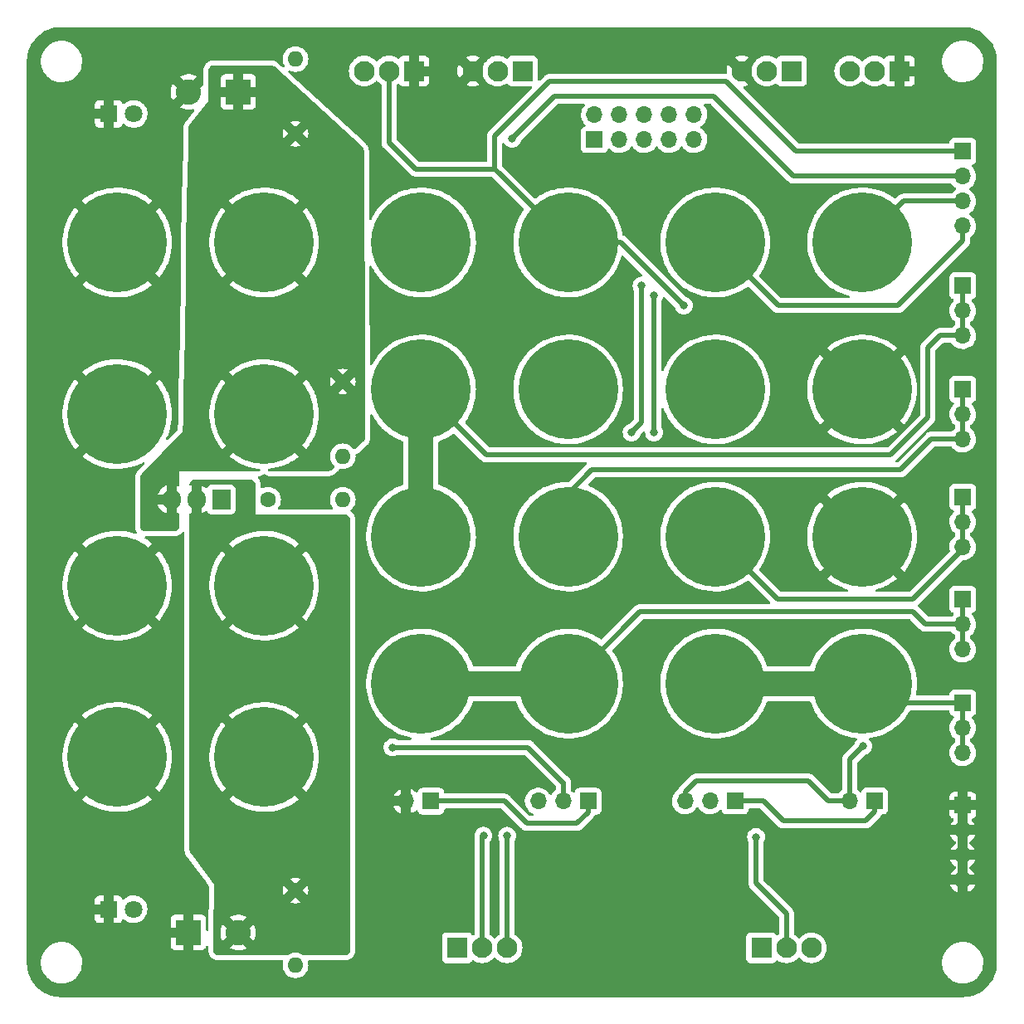
<source format=gtl>
G04 #@! TF.GenerationSoftware,KiCad,Pcbnew,(6.0.1)*
G04 #@! TF.CreationDate,2022-04-02T15:14:41+02:00*
G04 #@! TF.ProjectId,Breadboard,42726561-6462-46f6-9172-642e6b696361,v1.0*
G04 #@! TF.SameCoordinates,Original*
G04 #@! TF.FileFunction,Copper,L1,Top*
G04 #@! TF.FilePolarity,Positive*
%FSLAX46Y46*%
G04 Gerber Fmt 4.6, Leading zero omitted, Abs format (unit mm)*
G04 Created by KiCad (PCBNEW (6.0.1)) date 2022-04-02 15:14:41*
%MOMM*%
%LPD*%
G01*
G04 APERTURE LIST*
G04 #@! TA.AperFunction,ComponentPad*
%ADD10R,1.700000X1.700000*%
G04 #@! TD*
G04 #@! TA.AperFunction,ComponentPad*
%ADD11O,1.700000X1.700000*%
G04 #@! TD*
G04 #@! TA.AperFunction,ComponentPad*
%ADD12C,10.160000*%
G04 #@! TD*
G04 #@! TA.AperFunction,ComponentPad*
%ADD13R,1.800000X1.800000*%
G04 #@! TD*
G04 #@! TA.AperFunction,ComponentPad*
%ADD14C,1.800000*%
G04 #@! TD*
G04 #@! TA.AperFunction,ComponentPad*
%ADD15C,1.600000*%
G04 #@! TD*
G04 #@! TA.AperFunction,ComponentPad*
%ADD16O,1.600000X1.600000*%
G04 #@! TD*
G04 #@! TA.AperFunction,ComponentPad*
%ADD17R,2.100000X2.100000*%
G04 #@! TD*
G04 #@! TA.AperFunction,ComponentPad*
%ADD18C,2.100000*%
G04 #@! TD*
G04 #@! TA.AperFunction,ComponentPad*
%ADD19R,1.905000X2.000000*%
G04 #@! TD*
G04 #@! TA.AperFunction,ComponentPad*
%ADD20O,1.905000X2.000000*%
G04 #@! TD*
G04 #@! TA.AperFunction,ComponentPad*
%ADD21R,2.600000X2.600000*%
G04 #@! TD*
G04 #@! TA.AperFunction,ComponentPad*
%ADD22C,2.600000*%
G04 #@! TD*
G04 #@! TA.AperFunction,ViaPad*
%ADD23C,0.800000*%
G04 #@! TD*
G04 #@! TA.AperFunction,Conductor*
%ADD24C,0.508000*%
G04 #@! TD*
G04 #@! TA.AperFunction,Conductor*
%ADD25C,2.540000*%
G04 #@! TD*
G04 APERTURE END LIST*
D10*
X192500000Y-114475000D03*
D11*
X192500000Y-117015000D03*
X192500000Y-119555000D03*
D12*
X182230000Y-67500000D03*
D10*
X192500000Y-103920000D03*
D11*
X192500000Y-106460000D03*
X192500000Y-109000000D03*
D13*
X105362000Y-54370000D03*
D14*
X107902000Y-54370000D03*
D12*
X106216000Y-67500000D03*
X106216000Y-120000000D03*
X121216000Y-85000000D03*
X152230000Y-112500000D03*
X137230000Y-82500000D03*
X167230000Y-67500000D03*
X167230000Y-97500000D03*
D10*
X154920000Y-57000000D03*
D11*
X154920000Y-54460000D03*
X157460000Y-57000000D03*
X157460000Y-54460000D03*
X160000000Y-57000000D03*
X160000000Y-54460000D03*
X162540000Y-57000000D03*
X162540000Y-54460000D03*
X165080000Y-57000000D03*
X165080000Y-54460000D03*
D12*
X152230000Y-67500000D03*
X182230000Y-97500000D03*
X137230000Y-112500000D03*
D13*
X105357000Y-135523000D03*
D14*
X107897000Y-135523000D03*
D12*
X121216000Y-67500000D03*
X182230000Y-112500000D03*
X121216000Y-102500000D03*
X152230000Y-82500000D03*
X152230000Y-97500000D03*
X167230000Y-112500000D03*
X137230000Y-67500000D03*
X106216000Y-85000000D03*
D10*
X192500000Y-93475000D03*
D11*
X192500000Y-96015000D03*
X192500000Y-98555000D03*
D10*
X192500000Y-124920000D03*
D11*
X192500000Y-127460000D03*
X192500000Y-130000000D03*
X192500000Y-132540000D03*
D12*
X167230000Y-82500000D03*
X106216000Y-102500000D03*
D10*
X192500000Y-82475000D03*
D11*
X192500000Y-85015000D03*
X192500000Y-87555000D03*
D10*
X192500000Y-58200000D03*
D11*
X192500000Y-60740000D03*
X192500000Y-63280000D03*
X192500000Y-65820000D03*
D12*
X182230000Y-82500000D03*
D10*
X192500000Y-71920000D03*
D11*
X192500000Y-74460000D03*
X192500000Y-77000000D03*
D12*
X137230000Y-97500000D03*
X121216000Y-120000000D03*
D15*
X124412000Y-56402000D03*
D16*
X124412000Y-48782000D03*
D17*
X140922000Y-139460000D03*
D18*
X143462000Y-139460000D03*
X146002000Y-139460000D03*
D19*
X116842800Y-93719800D03*
D20*
X114302800Y-93719800D03*
X111762800Y-93719800D03*
D17*
X175040000Y-50000000D03*
D18*
X172500000Y-50000000D03*
X169960000Y-50000000D03*
D10*
X183500000Y-124474000D03*
D11*
X180960000Y-124474000D03*
D15*
X129238000Y-81690000D03*
D16*
X129238000Y-89310000D03*
D10*
X138230000Y-124500000D03*
D11*
X135690000Y-124500000D03*
D17*
X186040000Y-50000000D03*
D18*
X183500000Y-50000000D03*
X180960000Y-50000000D03*
D15*
X124412000Y-133618000D03*
D16*
X124412000Y-141238000D03*
D21*
X113485000Y-137885000D03*
D22*
X118565000Y-137885000D03*
D10*
X169253400Y-124474000D03*
D11*
X166713400Y-124474000D03*
X164173400Y-124474000D03*
D17*
X136500000Y-50000000D03*
D18*
X133960000Y-50000000D03*
X131420000Y-50000000D03*
D17*
X147580000Y-50000000D03*
D18*
X145040000Y-50000000D03*
X142500000Y-50000000D03*
D17*
X171960000Y-139460000D03*
D18*
X174500000Y-139460000D03*
X177040000Y-139460000D03*
D10*
X154257000Y-124500000D03*
D11*
X151717000Y-124500000D03*
X149177000Y-124500000D03*
D21*
X118575000Y-52135000D03*
D22*
X113495000Y-52135000D03*
D15*
X121618000Y-93740000D03*
D16*
X129238000Y-93740000D03*
D23*
X143589000Y-128030000D03*
X146002000Y-128030000D03*
X158702000Y-86882000D03*
X159718000Y-71896000D03*
X171402000Y-128157000D03*
X160988000Y-72912000D03*
X160988000Y-86882000D03*
X164036000Y-73928000D03*
X146510000Y-56910000D03*
X182324000Y-118886000D03*
X134318000Y-119000000D03*
D24*
X192500000Y-77000000D02*
X192500000Y-71920000D01*
X190198000Y-76976000D02*
X190222000Y-77000000D01*
X185118000Y-89168000D02*
X188928000Y-85358000D01*
X190222000Y-77000000D02*
X192500000Y-77000000D01*
X143462000Y-128157000D02*
X143462000Y-139460000D01*
X143898000Y-89168000D02*
X185118000Y-89168000D01*
X137230000Y-82500000D02*
X143898000Y-89168000D01*
X143589000Y-128030000D02*
X143462000Y-128157000D01*
D25*
X137230000Y-97500000D02*
X137230000Y-82500000D01*
D24*
X188928000Y-78246000D02*
X190198000Y-76976000D01*
X188928000Y-85358000D02*
X188928000Y-78246000D01*
X186134000Y-90692000D02*
X154638000Y-90692000D01*
X146002000Y-128030000D02*
X146002000Y-139460000D01*
X154638000Y-90692000D02*
X152230000Y-93100000D01*
X192500000Y-87555000D02*
X189271000Y-87555000D01*
X192500000Y-87555000D02*
X192500000Y-82475000D01*
X152230000Y-93100000D02*
X152230000Y-97500000D01*
X189271000Y-87555000D02*
X186134000Y-90692000D01*
X192500000Y-98555000D02*
X192500000Y-93475000D01*
X173630000Y-103900000D02*
X167230000Y-97500000D01*
X187406500Y-103900000D02*
X173630000Y-103900000D01*
X192500000Y-98806500D02*
X187406500Y-103900000D01*
X192500000Y-98555000D02*
X192500000Y-98806500D01*
X159560000Y-105170000D02*
X152230000Y-112500000D01*
X159718000Y-85866000D02*
X158702000Y-86882000D01*
D25*
X137230000Y-112500000D02*
X152230000Y-112500000D01*
D24*
X187404000Y-105170000D02*
X159560000Y-105170000D01*
X192500000Y-109000000D02*
X192500000Y-103920000D01*
X159718000Y-71896000D02*
X159718000Y-85866000D01*
X171402000Y-132856000D02*
X174500000Y-135954000D01*
X188694000Y-106460000D02*
X187404000Y-105170000D01*
X174500000Y-135954000D02*
X174500000Y-139460000D01*
X171402000Y-128157000D02*
X171402000Y-132856000D01*
X192500000Y-106460000D02*
X188694000Y-106460000D01*
X192500000Y-119555000D02*
X192500000Y-117015000D01*
D25*
X167230000Y-112500000D02*
X182230000Y-112500000D01*
D24*
X160988000Y-86882000D02*
X160988000Y-72912000D01*
X192500000Y-117015000D02*
X192500000Y-114475000D01*
X192500000Y-114475000D02*
X184205000Y-114475000D01*
X184205000Y-114475000D02*
X182230000Y-112500000D01*
X133960000Y-57314000D02*
X133960000Y-50000000D01*
X192500000Y-58200000D02*
X175486000Y-58200000D01*
X152230000Y-67500000D02*
X145196000Y-60466000D01*
X169270000Y-124500000D02*
X172190000Y-124500000D01*
X172190000Y-124500000D02*
X174196000Y-126506000D01*
X175486000Y-58200000D02*
X168354000Y-51068000D01*
X182578000Y-126506000D02*
X183500000Y-125584000D01*
X145196000Y-60466000D02*
X144730000Y-60000000D01*
X164036000Y-73928000D02*
X157608000Y-67500000D01*
X183500000Y-125584000D02*
X183500000Y-124500000D01*
X168354000Y-51068000D02*
X150320000Y-51068000D01*
X144730000Y-56658000D02*
X144730000Y-60000000D01*
X136646000Y-60000000D02*
X133960000Y-57314000D01*
X174196000Y-126506000D02*
X182578000Y-126506000D01*
X150320000Y-51068000D02*
X144730000Y-56658000D01*
X144730000Y-60000000D02*
X136646000Y-60000000D01*
X157608000Y-67500000D02*
X152230000Y-67500000D01*
X152098000Y-52592000D02*
X150828000Y-52592000D01*
X167338000Y-52846000D02*
X167084000Y-52592000D01*
X150828000Y-52592000D02*
X146510000Y-56910000D01*
X175232000Y-60740000D02*
X167338000Y-52846000D01*
X167084000Y-52592000D02*
X152098000Y-52592000D01*
X192500000Y-60740000D02*
X175232000Y-60740000D01*
X164190000Y-123558000D02*
X164190000Y-124500000D01*
X186450000Y-63280000D02*
X182230000Y-67500000D01*
X182324000Y-118886000D02*
X180960000Y-120250000D01*
X180960000Y-124500000D02*
X178794000Y-124500000D01*
X176736000Y-122442000D02*
X165306000Y-122442000D01*
X192500000Y-63280000D02*
X186450000Y-63280000D01*
X180960000Y-120250000D02*
X180960000Y-124500000D01*
X178794000Y-124500000D02*
X176736000Y-122442000D01*
X165306000Y-122442000D02*
X164190000Y-123558000D01*
X192500000Y-67308000D02*
X185880000Y-73928000D01*
X192500000Y-65820000D02*
X192500000Y-67308000D01*
X185880000Y-73928000D02*
X173658000Y-73928000D01*
X173658000Y-73928000D02*
X167230000Y-67500000D01*
X151730000Y-122556000D02*
X151730000Y-124500000D01*
X151704000Y-122556000D02*
X151730000Y-122556000D01*
X134318000Y-119000000D02*
X148148000Y-119000000D01*
X148148000Y-119000000D02*
X151704000Y-122556000D01*
X138230000Y-124500000D02*
X145774000Y-124500000D01*
X145774000Y-124500000D02*
X148034000Y-126760000D01*
X148034000Y-126760000D02*
X153114000Y-126760000D01*
X154270000Y-125604000D02*
X154270000Y-124500000D01*
X153114000Y-126760000D02*
X154270000Y-125604000D01*
G04 #@! TA.AperFunction,Conductor*
G36*
X121935964Y-49417964D02*
G01*
X122037121Y-49430548D01*
X122067281Y-49438169D01*
X122154947Y-49472301D01*
X122182315Y-49487076D01*
X122265354Y-49546209D01*
X122277464Y-49556016D01*
X131227071Y-57770038D01*
X131238976Y-57782575D01*
X131310987Y-57869665D01*
X131329124Y-57899011D01*
X131371279Y-57994367D01*
X131380777Y-58027530D01*
X131396726Y-58139406D01*
X131397986Y-58156651D01*
X131493428Y-80490090D01*
X131522984Y-87406345D01*
X131521809Y-87424061D01*
X131505990Y-87539011D01*
X131496275Y-87573076D01*
X131452744Y-87670861D01*
X131433931Y-87700877D01*
X131359103Y-87789552D01*
X131346725Y-87802281D01*
X130488279Y-88568750D01*
X130424143Y-88599199D01*
X130353727Y-88590141D01*
X130301148Y-88547033D01*
X130247357Y-88470211D01*
X130247355Y-88470208D01*
X130244198Y-88465700D01*
X130082300Y-88303802D01*
X130077792Y-88300645D01*
X130077789Y-88300643D01*
X129999611Y-88245902D01*
X129894749Y-88172477D01*
X129889767Y-88170154D01*
X129889762Y-88170151D01*
X129692225Y-88078039D01*
X129692224Y-88078039D01*
X129687243Y-88075716D01*
X129681935Y-88074294D01*
X129681933Y-88074293D01*
X129471402Y-88017881D01*
X129471400Y-88017881D01*
X129466087Y-88016457D01*
X129238000Y-87996502D01*
X129009913Y-88016457D01*
X129004600Y-88017881D01*
X129004598Y-88017881D01*
X128794067Y-88074293D01*
X128794065Y-88074294D01*
X128788757Y-88075716D01*
X128783776Y-88078039D01*
X128783775Y-88078039D01*
X128586238Y-88170151D01*
X128586233Y-88170154D01*
X128581251Y-88172477D01*
X128476389Y-88245902D01*
X128398211Y-88300643D01*
X128398208Y-88300645D01*
X128393700Y-88303802D01*
X128231802Y-88465700D01*
X128228645Y-88470208D01*
X128228643Y-88470211D01*
X128224521Y-88476098D01*
X128100477Y-88653251D01*
X128098154Y-88658233D01*
X128098151Y-88658238D01*
X128018505Y-88829042D01*
X128003716Y-88860757D01*
X127944457Y-89081913D01*
X127924502Y-89310000D01*
X127944457Y-89538087D01*
X128003716Y-89759243D01*
X128006039Y-89764224D01*
X128006039Y-89764225D01*
X128098151Y-89961762D01*
X128098154Y-89961767D01*
X128100477Y-89966749D01*
X128231802Y-90154300D01*
X128364249Y-90286747D01*
X128398275Y-90349059D01*
X128393210Y-90419874D01*
X128359073Y-90469829D01*
X128118265Y-90684835D01*
X128106263Y-90694307D01*
X128024089Y-90751420D01*
X127997087Y-90765681D01*
X127910798Y-90798597D01*
X127881159Y-90805943D01*
X127781817Y-90818070D01*
X127766551Y-90818998D01*
X127234822Y-90818993D01*
X121717088Y-90818942D01*
X121648967Y-90798939D01*
X121602475Y-90745283D01*
X121592372Y-90675009D01*
X121621865Y-90610429D01*
X121681592Y-90572046D01*
X121703919Y-90567632D01*
X122030416Y-90533317D01*
X122035651Y-90532543D01*
X122490584Y-90445760D01*
X122495720Y-90444556D01*
X122941806Y-90320006D01*
X122946804Y-90318382D01*
X123380917Y-90156937D01*
X123385784Y-90154890D01*
X123804846Y-89957695D01*
X123809517Y-89955253D01*
X124210613Y-89723681D01*
X124215066Y-89720855D01*
X124595393Y-89456521D01*
X124599570Y-89453350D01*
X124777900Y-89305823D01*
X124786355Y-89293306D01*
X124780148Y-89282568D01*
X121228812Y-85731232D01*
X121214868Y-85723618D01*
X121213035Y-85723749D01*
X121206420Y-85728000D01*
X117650017Y-89284403D01*
X117642403Y-89298347D01*
X117642408Y-89298421D01*
X117648515Y-89307398D01*
X117648898Y-89307742D01*
X117652966Y-89311108D01*
X118021868Y-89591120D01*
X118026213Y-89594140D01*
X118417252Y-89842301D01*
X118421813Y-89844935D01*
X118832261Y-90059512D01*
X118837031Y-90061756D01*
X119263994Y-90241235D01*
X119268934Y-90243072D01*
X119709406Y-90386190D01*
X119714494Y-90387610D01*
X120165393Y-90493368D01*
X120170589Y-90494359D01*
X120628748Y-90562014D01*
X120634013Y-90562567D01*
X120707363Y-90567182D01*
X120774094Y-90591421D01*
X120817126Y-90647890D01*
X120822798Y-90718660D01*
X120789308Y-90781262D01*
X120727289Y-90815819D01*
X120699451Y-90818933D01*
X116608355Y-90818896D01*
X112548474Y-90818858D01*
X112548627Y-91327015D01*
X112548627Y-91327016D01*
X112548628Y-91331139D01*
X112548628Y-91331143D01*
X112548898Y-92224545D01*
X112528917Y-92292672D01*
X112475275Y-92339181D01*
X112405004Y-92349306D01*
X112371246Y-92339509D01*
X112358672Y-92333858D01*
X112287876Y-92308788D01*
X112273796Y-92308016D01*
X112270800Y-92313728D01*
X112270800Y-95119760D01*
X112274773Y-95133291D01*
X112281755Y-95134295D01*
X112325788Y-95119902D01*
X112335298Y-95115905D01*
X112365618Y-95100121D01*
X112435278Y-95086408D01*
X112501293Y-95112533D01*
X112542704Y-95170202D01*
X112549798Y-95211846D01*
X112550168Y-96437874D01*
X112549098Y-96454297D01*
X112548336Y-96460102D01*
X112535089Y-96561055D01*
X112526602Y-96592800D01*
X112488646Y-96684611D01*
X112472237Y-96713083D01*
X112411833Y-96791954D01*
X112388621Y-96815215D01*
X112309880Y-96875782D01*
X112281446Y-96892249D01*
X112189710Y-96930401D01*
X112157985Y-96938954D01*
X112130825Y-96942576D01*
X112051268Y-96953186D01*
X112034841Y-96954292D01*
X110291072Y-96957437D01*
X109056506Y-96959663D01*
X109040044Y-96958613D01*
X108955383Y-96947613D01*
X108933079Y-96944715D01*
X108901271Y-96936245D01*
X108809268Y-96898294D01*
X108780739Y-96881875D01*
X108701702Y-96821383D01*
X108678401Y-96798134D01*
X108617735Y-96719239D01*
X108601248Y-96690743D01*
X108563089Y-96598825D01*
X108554547Y-96567033D01*
X108540407Y-96460102D01*
X108539321Y-96443654D01*
X108538322Y-94239695D01*
X110375967Y-94239695D01*
X110377542Y-94244323D01*
X110469185Y-94455089D01*
X110474051Y-94464164D01*
X110598885Y-94657127D01*
X110605178Y-94665298D01*
X110759850Y-94835280D01*
X110767383Y-94842306D01*
X110947744Y-94984745D01*
X110956331Y-94990450D01*
X111157525Y-95101516D01*
X111166934Y-95105744D01*
X111237724Y-95130812D01*
X111251804Y-95131584D01*
X111254800Y-95125872D01*
X111254800Y-94245915D01*
X111250325Y-94230676D01*
X111248935Y-94229471D01*
X111241252Y-94227800D01*
X110390637Y-94227800D01*
X110377106Y-94231773D01*
X110375967Y-94239695D01*
X108538322Y-94239695D01*
X108537848Y-93194343D01*
X110379647Y-93194343D01*
X110379860Y-93208444D01*
X110387513Y-93211800D01*
X111236685Y-93211800D01*
X111251924Y-93207325D01*
X111253129Y-93205935D01*
X111254800Y-93198252D01*
X111254800Y-92319840D01*
X111250827Y-92306309D01*
X111243845Y-92305305D01*
X111199812Y-92319698D01*
X111190303Y-92323695D01*
X110986456Y-92429811D01*
X110977731Y-92435305D01*
X110793948Y-92573293D01*
X110786241Y-92580136D01*
X110627461Y-92746291D01*
X110620974Y-92754301D01*
X110491470Y-92944147D01*
X110486371Y-92953121D01*
X110389608Y-93161580D01*
X110386054Y-93171241D01*
X110379647Y-93194343D01*
X108537848Y-93194343D01*
X108537460Y-92339509D01*
X108537098Y-91541428D01*
X108538131Y-91525270D01*
X108551662Y-91420252D01*
X108559868Y-91388995D01*
X108596592Y-91298452D01*
X108612477Y-91270313D01*
X108675928Y-91185538D01*
X108686441Y-91173227D01*
X108783894Y-91072950D01*
X112918500Y-86818500D01*
X112938937Y-85703578D01*
X112947589Y-85231582D01*
X115627866Y-85231582D01*
X115628086Y-85236834D01*
X115666843Y-85698375D01*
X115667500Y-85703578D01*
X115744743Y-86160267D01*
X115745837Y-86165414D01*
X115861016Y-86614005D01*
X115862544Y-86619063D01*
X116014855Y-87056442D01*
X116016793Y-87061338D01*
X116205175Y-87484452D01*
X116207519Y-87489174D01*
X116430641Y-87895031D01*
X116433375Y-87899546D01*
X116689675Y-88285306D01*
X116692784Y-88289585D01*
X116909330Y-88562799D01*
X116921322Y-88571270D01*
X116932766Y-88564814D01*
X120484768Y-85012812D01*
X120491146Y-85001132D01*
X121939618Y-85001132D01*
X121939749Y-85002965D01*
X121944000Y-85009580D01*
X125498067Y-88563647D01*
X125511694Y-88571088D01*
X125521260Y-88564433D01*
X125597508Y-88476098D01*
X125600781Y-88471967D01*
X125873013Y-88097273D01*
X125875928Y-88092886D01*
X126115844Y-87696736D01*
X126118395Y-87692097D01*
X126324322Y-87277259D01*
X126326468Y-87272439D01*
X126496966Y-86841810D01*
X126498697Y-86836840D01*
X126632563Y-86393452D01*
X126633870Y-86388365D01*
X126730168Y-85935317D01*
X126731046Y-85930124D01*
X126789092Y-85470640D01*
X126789535Y-85465368D01*
X126808929Y-85002648D01*
X126808929Y-84997352D01*
X126789535Y-84534632D01*
X126789092Y-84529360D01*
X126731046Y-84069876D01*
X126730168Y-84064683D01*
X126633870Y-83611635D01*
X126632563Y-83606548D01*
X126498697Y-83163160D01*
X126496966Y-83158190D01*
X126395648Y-82902290D01*
X128749750Y-82902290D01*
X128753492Y-82907289D01*
X128783940Y-82921487D01*
X128794244Y-82925237D01*
X129004688Y-82981625D01*
X129015481Y-82983528D01*
X129232525Y-83002517D01*
X129243475Y-83002517D01*
X129460519Y-82983528D01*
X129471312Y-82981625D01*
X129681756Y-82925237D01*
X129692060Y-82921487D01*
X129715883Y-82910378D01*
X129726467Y-82901059D01*
X129724660Y-82895080D01*
X129250812Y-82421232D01*
X129236868Y-82413618D01*
X129235035Y-82413749D01*
X129228420Y-82418000D01*
X128756510Y-82889910D01*
X128749750Y-82902290D01*
X126395648Y-82902290D01*
X126326468Y-82727561D01*
X126324322Y-82722741D01*
X126118395Y-82307903D01*
X126115844Y-82303264D01*
X125875928Y-81907114D01*
X125873013Y-81902727D01*
X125722435Y-81695475D01*
X127925483Y-81695475D01*
X127944472Y-81912519D01*
X127946375Y-81923312D01*
X128002763Y-82133756D01*
X128006513Y-82144060D01*
X128017622Y-82167883D01*
X128026941Y-82178467D01*
X128032920Y-82176660D01*
X128506768Y-81702812D01*
X128513146Y-81691132D01*
X129961618Y-81691132D01*
X129961749Y-81692965D01*
X129966000Y-81699580D01*
X130437910Y-82171490D01*
X130450290Y-82178250D01*
X130455289Y-82174508D01*
X130469487Y-82144060D01*
X130473237Y-82133756D01*
X130529625Y-81923312D01*
X130531528Y-81912519D01*
X130550517Y-81695475D01*
X130550517Y-81684525D01*
X130531528Y-81467481D01*
X130529625Y-81456688D01*
X130473237Y-81246244D01*
X130469487Y-81235940D01*
X130458378Y-81212117D01*
X130449059Y-81201533D01*
X130443080Y-81203340D01*
X129969232Y-81677188D01*
X129961618Y-81691132D01*
X128513146Y-81691132D01*
X128514382Y-81688868D01*
X128514251Y-81687035D01*
X128510000Y-81680420D01*
X128038090Y-81208510D01*
X128025710Y-81201750D01*
X128020711Y-81205492D01*
X128006513Y-81235940D01*
X128002763Y-81246244D01*
X127946375Y-81456688D01*
X127944472Y-81467481D01*
X127925483Y-81684525D01*
X127925483Y-81695475D01*
X125722435Y-81695475D01*
X125600781Y-81528033D01*
X125597508Y-81523902D01*
X125522715Y-81437253D01*
X125509675Y-81428838D01*
X125499643Y-81434777D01*
X121947232Y-84987188D01*
X121939618Y-85001132D01*
X120491146Y-85001132D01*
X120492382Y-84998868D01*
X120492251Y-84997035D01*
X120488000Y-84990420D01*
X116933395Y-81435815D01*
X116920508Y-81428778D01*
X116909879Y-81436508D01*
X116692784Y-81710415D01*
X116689675Y-81714694D01*
X116433375Y-82100454D01*
X116430641Y-82104969D01*
X116207519Y-82510826D01*
X116205175Y-82515548D01*
X116016793Y-82938662D01*
X116014855Y-82943558D01*
X115862544Y-83380937D01*
X115861016Y-83385995D01*
X115745837Y-83834586D01*
X115744743Y-83839733D01*
X115667500Y-84296422D01*
X115666843Y-84301625D01*
X115628086Y-84763166D01*
X115627866Y-84768418D01*
X115627866Y-85231582D01*
X112947589Y-85231582D01*
X113003624Y-82174508D01*
X113030575Y-80704187D01*
X117642336Y-80704187D01*
X117642337Y-80704261D01*
X117647968Y-80713548D01*
X121203188Y-84268768D01*
X121217132Y-84276382D01*
X121218965Y-84276251D01*
X121225580Y-84272000D01*
X124779045Y-80718535D01*
X124786287Y-80705273D01*
X124779098Y-80695168D01*
X124599570Y-80546650D01*
X124595393Y-80543479D01*
X124502535Y-80478941D01*
X128749533Y-80478941D01*
X128751340Y-80484920D01*
X129225188Y-80958768D01*
X129239132Y-80966382D01*
X129240965Y-80966251D01*
X129247580Y-80962000D01*
X129719490Y-80490090D01*
X129726250Y-80477710D01*
X129722508Y-80472711D01*
X129692060Y-80458513D01*
X129681756Y-80454763D01*
X129471312Y-80398375D01*
X129460519Y-80396472D01*
X129243475Y-80377483D01*
X129232525Y-80377483D01*
X129015481Y-80396472D01*
X129004688Y-80398375D01*
X128794244Y-80454763D01*
X128783940Y-80458513D01*
X128760117Y-80469622D01*
X128749533Y-80478941D01*
X124502535Y-80478941D01*
X124215066Y-80279145D01*
X124210613Y-80276319D01*
X123809517Y-80044747D01*
X123804846Y-80042305D01*
X123385784Y-79845110D01*
X123380917Y-79843063D01*
X122946804Y-79681618D01*
X122941806Y-79679994D01*
X122495720Y-79555444D01*
X122490584Y-79554240D01*
X122035651Y-79467457D01*
X122030416Y-79466683D01*
X121569819Y-79418273D01*
X121564541Y-79417942D01*
X121101507Y-79408242D01*
X121096233Y-79408353D01*
X120634013Y-79437433D01*
X120628748Y-79437986D01*
X120170589Y-79505641D01*
X120165393Y-79506632D01*
X119714494Y-79612390D01*
X119709406Y-79613810D01*
X119268934Y-79756928D01*
X119263994Y-79758765D01*
X118837031Y-79938244D01*
X118832261Y-79940488D01*
X118421813Y-80155065D01*
X118417252Y-80157699D01*
X118026213Y-80405860D01*
X118021868Y-80408880D01*
X117652966Y-80688892D01*
X117650505Y-80690928D01*
X117642336Y-80704187D01*
X113030575Y-80704187D01*
X113193818Y-71798347D01*
X117642403Y-71798347D01*
X117642408Y-71798421D01*
X117648515Y-71807398D01*
X117648898Y-71807742D01*
X117652966Y-71811108D01*
X118021868Y-72091120D01*
X118026213Y-72094140D01*
X118417252Y-72342301D01*
X118421813Y-72344935D01*
X118832261Y-72559512D01*
X118837031Y-72561756D01*
X119263994Y-72741235D01*
X119268934Y-72743072D01*
X119709406Y-72886190D01*
X119714494Y-72887610D01*
X120165393Y-72993368D01*
X120170589Y-72994359D01*
X120628748Y-73062014D01*
X120634013Y-73062567D01*
X121096233Y-73091647D01*
X121101507Y-73091758D01*
X121564541Y-73082058D01*
X121569819Y-73081727D01*
X122030416Y-73033317D01*
X122035651Y-73032543D01*
X122490584Y-72945760D01*
X122495720Y-72944556D01*
X122941806Y-72820006D01*
X122946804Y-72818382D01*
X123380917Y-72656937D01*
X123385784Y-72654890D01*
X123804846Y-72457695D01*
X123809517Y-72455253D01*
X124210613Y-72223681D01*
X124215066Y-72220855D01*
X124595393Y-71956521D01*
X124599570Y-71953350D01*
X124777900Y-71805823D01*
X124786355Y-71793306D01*
X124780148Y-71782568D01*
X121228812Y-68231232D01*
X121214868Y-68223618D01*
X121213035Y-68223749D01*
X121206420Y-68228000D01*
X117650017Y-71784403D01*
X117642403Y-71798347D01*
X113193818Y-71798347D01*
X113268362Y-67731582D01*
X115627866Y-67731582D01*
X115628086Y-67736834D01*
X115666843Y-68198375D01*
X115667500Y-68203578D01*
X115744743Y-68660267D01*
X115745837Y-68665414D01*
X115861016Y-69114005D01*
X115862544Y-69119063D01*
X116014855Y-69556442D01*
X116016793Y-69561338D01*
X116205175Y-69984452D01*
X116207519Y-69989174D01*
X116430641Y-70395031D01*
X116433375Y-70399546D01*
X116689675Y-70785306D01*
X116692784Y-70789585D01*
X116909330Y-71062799D01*
X116921322Y-71071270D01*
X116932766Y-71064814D01*
X120484768Y-67512812D01*
X120491146Y-67501132D01*
X121939618Y-67501132D01*
X121939749Y-67502965D01*
X121944000Y-67509580D01*
X125498067Y-71063647D01*
X125511694Y-71071088D01*
X125521260Y-71064433D01*
X125597508Y-70976098D01*
X125600781Y-70971967D01*
X125873013Y-70597273D01*
X125875928Y-70592886D01*
X126115844Y-70196736D01*
X126118395Y-70192097D01*
X126324322Y-69777259D01*
X126326468Y-69772439D01*
X126496966Y-69341810D01*
X126498697Y-69336840D01*
X126632563Y-68893452D01*
X126633870Y-68888365D01*
X126730168Y-68435317D01*
X126731046Y-68430124D01*
X126789092Y-67970640D01*
X126789535Y-67965368D01*
X126808929Y-67502648D01*
X126808929Y-67497352D01*
X126789535Y-67034632D01*
X126789092Y-67029360D01*
X126731046Y-66569876D01*
X126730168Y-66564683D01*
X126633870Y-66111635D01*
X126632563Y-66106548D01*
X126498697Y-65663160D01*
X126496966Y-65658190D01*
X126326468Y-65227561D01*
X126324322Y-65222741D01*
X126118395Y-64807903D01*
X126115844Y-64803264D01*
X125875928Y-64407114D01*
X125873013Y-64402727D01*
X125600781Y-64028033D01*
X125597508Y-64023902D01*
X125522715Y-63937253D01*
X125509675Y-63928838D01*
X125499643Y-63934777D01*
X121947232Y-67487188D01*
X121939618Y-67501132D01*
X120491146Y-67501132D01*
X120492382Y-67498868D01*
X120492251Y-67497035D01*
X120488000Y-67490420D01*
X116933395Y-63935815D01*
X116920508Y-63928778D01*
X116909879Y-63936508D01*
X116692784Y-64210415D01*
X116689675Y-64214694D01*
X116433375Y-64600454D01*
X116430641Y-64604969D01*
X116207519Y-65010826D01*
X116205175Y-65015548D01*
X116016793Y-65438662D01*
X116014855Y-65443558D01*
X115862544Y-65880937D01*
X115861016Y-65885995D01*
X115745837Y-66334586D01*
X115744743Y-66339733D01*
X115667500Y-66796422D01*
X115666843Y-66801625D01*
X115628086Y-67263166D01*
X115627866Y-67268418D01*
X115627866Y-67731582D01*
X113268362Y-67731582D01*
X113351349Y-63204187D01*
X117642336Y-63204187D01*
X117642337Y-63204261D01*
X117647968Y-63213548D01*
X121203188Y-66768768D01*
X121217132Y-66776382D01*
X121218965Y-66776251D01*
X121225580Y-66772000D01*
X124779045Y-63218535D01*
X124786287Y-63205273D01*
X124779098Y-63195168D01*
X124599570Y-63046650D01*
X124595393Y-63043479D01*
X124215066Y-62779145D01*
X124210613Y-62776319D01*
X123809517Y-62544747D01*
X123804846Y-62542305D01*
X123385784Y-62345110D01*
X123380917Y-62343063D01*
X122946804Y-62181618D01*
X122941806Y-62179994D01*
X122495720Y-62055444D01*
X122490584Y-62054240D01*
X122035651Y-61967457D01*
X122030416Y-61966683D01*
X121569819Y-61918273D01*
X121564541Y-61917942D01*
X121101507Y-61908242D01*
X121096233Y-61908353D01*
X120634013Y-61937433D01*
X120628748Y-61937986D01*
X120170589Y-62005641D01*
X120165393Y-62006632D01*
X119714494Y-62112390D01*
X119709406Y-62113810D01*
X119268934Y-62256928D01*
X119263994Y-62258765D01*
X118837031Y-62438244D01*
X118832261Y-62440488D01*
X118421813Y-62655065D01*
X118417252Y-62657699D01*
X118026213Y-62905860D01*
X118021868Y-62908880D01*
X117652966Y-63188892D01*
X117650505Y-63190928D01*
X117642336Y-63204187D01*
X113351349Y-63204187D01*
X113448885Y-57883084D01*
X113453812Y-57614290D01*
X123923750Y-57614290D01*
X123927492Y-57619289D01*
X123957940Y-57633487D01*
X123968244Y-57637237D01*
X124178688Y-57693625D01*
X124189481Y-57695528D01*
X124406525Y-57714517D01*
X124417475Y-57714517D01*
X124634519Y-57695528D01*
X124645312Y-57693625D01*
X124855756Y-57637237D01*
X124866060Y-57633487D01*
X124889883Y-57622378D01*
X124900467Y-57613059D01*
X124898660Y-57607080D01*
X124424812Y-57133232D01*
X124410868Y-57125618D01*
X124409035Y-57125749D01*
X124402420Y-57130000D01*
X123930510Y-57601910D01*
X123923750Y-57614290D01*
X113453812Y-57614290D01*
X113475932Y-56407475D01*
X123099483Y-56407475D01*
X123118472Y-56624519D01*
X123120375Y-56635312D01*
X123176763Y-56845756D01*
X123180513Y-56856060D01*
X123191622Y-56879883D01*
X123200941Y-56890467D01*
X123206920Y-56888660D01*
X123680768Y-56414812D01*
X123687146Y-56403132D01*
X125135618Y-56403132D01*
X125135749Y-56404965D01*
X125140000Y-56411580D01*
X125611910Y-56883490D01*
X125624290Y-56890250D01*
X125629289Y-56886508D01*
X125643487Y-56856060D01*
X125647237Y-56845756D01*
X125703625Y-56635312D01*
X125705528Y-56624519D01*
X125724517Y-56407475D01*
X125724517Y-56396525D01*
X125705528Y-56179481D01*
X125703625Y-56168688D01*
X125647237Y-55958244D01*
X125643487Y-55947940D01*
X125632378Y-55924117D01*
X125623059Y-55913533D01*
X125617080Y-55915340D01*
X125143232Y-56389188D01*
X125135618Y-56403132D01*
X123687146Y-56403132D01*
X123688382Y-56400868D01*
X123688251Y-56399035D01*
X123684000Y-56392420D01*
X123212090Y-55920510D01*
X123199710Y-55913750D01*
X123194711Y-55917492D01*
X123180513Y-55947940D01*
X123176763Y-55958244D01*
X123120375Y-56168688D01*
X123118472Y-56179481D01*
X123099483Y-56396525D01*
X123099483Y-56407475D01*
X113475932Y-56407475D01*
X113486640Y-55823312D01*
X113488710Y-55802764D01*
X113511680Y-55678251D01*
X113513157Y-55670248D01*
X113527139Y-55631528D01*
X113593002Y-55513957D01*
X113604539Y-55496826D01*
X113849247Y-55190941D01*
X123923533Y-55190941D01*
X123925340Y-55196920D01*
X124399188Y-55670768D01*
X124413132Y-55678382D01*
X124414965Y-55678251D01*
X124421580Y-55674000D01*
X124893490Y-55202090D01*
X124900250Y-55189710D01*
X124896508Y-55184711D01*
X124866060Y-55170513D01*
X124855756Y-55166763D01*
X124645312Y-55110375D01*
X124634519Y-55108472D01*
X124417475Y-55089483D01*
X124406525Y-55089483D01*
X124189481Y-55108472D01*
X124178688Y-55110375D01*
X123968244Y-55166763D01*
X123957940Y-55170513D01*
X123934117Y-55181622D01*
X123923533Y-55190941D01*
X113849247Y-55190941D01*
X114847600Y-53943000D01*
X115218265Y-53479669D01*
X116767001Y-53479669D01*
X116767371Y-53486490D01*
X116772895Y-53537352D01*
X116776521Y-53552604D01*
X116821676Y-53673054D01*
X116830214Y-53688649D01*
X116906715Y-53790724D01*
X116919276Y-53803285D01*
X117021351Y-53879786D01*
X117036946Y-53888324D01*
X117157394Y-53933478D01*
X117172649Y-53937105D01*
X117223514Y-53942631D01*
X117230328Y-53943000D01*
X118048885Y-53943000D01*
X118064124Y-53938525D01*
X118065329Y-53937135D01*
X118067000Y-53929452D01*
X118067000Y-53924884D01*
X119083000Y-53924884D01*
X119087475Y-53940123D01*
X119088865Y-53941328D01*
X119096548Y-53942999D01*
X119919669Y-53942999D01*
X119926490Y-53942629D01*
X119977352Y-53937105D01*
X119992604Y-53933479D01*
X120113054Y-53888324D01*
X120128649Y-53879786D01*
X120230724Y-53803285D01*
X120243285Y-53790724D01*
X120319786Y-53688649D01*
X120328324Y-53673054D01*
X120373478Y-53552606D01*
X120377105Y-53537351D01*
X120382631Y-53486486D01*
X120383000Y-53479672D01*
X120383000Y-52661115D01*
X120378525Y-52645876D01*
X120377135Y-52644671D01*
X120369452Y-52643000D01*
X119101115Y-52643000D01*
X119085876Y-52647475D01*
X119084671Y-52648865D01*
X119083000Y-52656548D01*
X119083000Y-53924884D01*
X118067000Y-53924884D01*
X118067000Y-52661115D01*
X118062525Y-52645876D01*
X118061135Y-52644671D01*
X118053452Y-52643000D01*
X116785116Y-52643000D01*
X116769877Y-52647475D01*
X116768672Y-52648865D01*
X116767001Y-52656548D01*
X116767001Y-53479669D01*
X115218265Y-53479669D01*
X115522000Y-53100000D01*
X115522000Y-51608885D01*
X116767000Y-51608885D01*
X116771475Y-51624124D01*
X116772865Y-51625329D01*
X116780548Y-51627000D01*
X118048885Y-51627000D01*
X118064124Y-51622525D01*
X118065329Y-51621135D01*
X118067000Y-51613452D01*
X118067000Y-51608885D01*
X119083000Y-51608885D01*
X119087475Y-51624124D01*
X119088865Y-51625329D01*
X119096548Y-51627000D01*
X120364884Y-51627000D01*
X120380123Y-51622525D01*
X120381328Y-51621135D01*
X120382999Y-51613452D01*
X120382999Y-50790331D01*
X120382629Y-50783510D01*
X120377105Y-50732648D01*
X120373479Y-50717396D01*
X120328324Y-50596946D01*
X120319786Y-50581351D01*
X120243285Y-50479276D01*
X120230724Y-50466715D01*
X120128649Y-50390214D01*
X120113054Y-50381676D01*
X119992606Y-50336522D01*
X119977351Y-50332895D01*
X119926486Y-50327369D01*
X119919672Y-50327000D01*
X119101115Y-50327000D01*
X119085876Y-50331475D01*
X119084671Y-50332865D01*
X119083000Y-50340548D01*
X119083000Y-51608885D01*
X118067000Y-51608885D01*
X118067000Y-50345116D01*
X118062525Y-50329877D01*
X118061135Y-50328672D01*
X118053452Y-50327001D01*
X117230331Y-50327001D01*
X117223510Y-50327371D01*
X117172648Y-50332895D01*
X117157396Y-50336521D01*
X117036946Y-50381676D01*
X117021351Y-50390214D01*
X116919276Y-50466715D01*
X116906715Y-50479276D01*
X116830214Y-50581351D01*
X116821676Y-50596946D01*
X116776522Y-50717394D01*
X116772895Y-50732649D01*
X116767369Y-50783514D01*
X116767000Y-50790328D01*
X116767000Y-51608885D01*
X115522000Y-51608885D01*
X115522000Y-49933259D01*
X115523078Y-49916812D01*
X115537145Y-49809966D01*
X115545658Y-49778195D01*
X115583712Y-49686324D01*
X115600159Y-49657838D01*
X115660692Y-49578950D01*
X115683950Y-49555692D01*
X115762838Y-49495159D01*
X115791324Y-49478712D01*
X115883195Y-49440658D01*
X115914966Y-49432145D01*
X116021812Y-49418078D01*
X116038259Y-49417000D01*
X121920409Y-49417000D01*
X121935964Y-49417964D01*
G37*
G04 #@! TD.AperFunction*
G04 #@! TA.AperFunction,Conductor*
G36*
X119848188Y-91709078D02*
G01*
X119955034Y-91723145D01*
X119986805Y-91731658D01*
X120078676Y-91769712D01*
X120107162Y-91786159D01*
X120186050Y-91846692D01*
X120209308Y-91869950D01*
X120269841Y-91948838D01*
X120286288Y-91977324D01*
X120324342Y-92069195D01*
X120332855Y-92100966D01*
X120346922Y-92207812D01*
X120348000Y-92224259D01*
X120348000Y-93407461D01*
X120343707Y-93440070D01*
X120324457Y-93511913D01*
X120304502Y-93740000D01*
X120324457Y-93968087D01*
X120343707Y-94039927D01*
X120348000Y-94072539D01*
X120348000Y-95264000D01*
X129483741Y-95264000D01*
X129500188Y-95265078D01*
X129607034Y-95279145D01*
X129638805Y-95287658D01*
X129730676Y-95325712D01*
X129759162Y-95342159D01*
X129838050Y-95402692D01*
X129861308Y-95425950D01*
X129921841Y-95504838D01*
X129938288Y-95533324D01*
X129976342Y-95625195D01*
X129984855Y-95656966D01*
X129998922Y-95763812D01*
X130000000Y-95780259D01*
X130000000Y-139705741D01*
X129998922Y-139722188D01*
X129984855Y-139829034D01*
X129976342Y-139860805D01*
X129938288Y-139952676D01*
X129921841Y-139981162D01*
X129861308Y-140060050D01*
X129838050Y-140083308D01*
X129759162Y-140143841D01*
X129730676Y-140160288D01*
X129638805Y-140198342D01*
X129607034Y-140206855D01*
X129500188Y-140220922D01*
X129483741Y-140222000D01*
X125282029Y-140222000D01*
X125209758Y-140199213D01*
X125208143Y-140198082D01*
X125068749Y-140100477D01*
X125063767Y-140098154D01*
X125063762Y-140098151D01*
X124866225Y-140006039D01*
X124866224Y-140006039D01*
X124861243Y-140003716D01*
X124855935Y-140002294D01*
X124855933Y-140002293D01*
X124645402Y-139945881D01*
X124645400Y-139945881D01*
X124640087Y-139944457D01*
X124412000Y-139924502D01*
X124183913Y-139944457D01*
X124178600Y-139945881D01*
X124178598Y-139945881D01*
X123968067Y-140002293D01*
X123968065Y-140002294D01*
X123962757Y-140003716D01*
X123957776Y-140006039D01*
X123957775Y-140006039D01*
X123760238Y-140098151D01*
X123760233Y-140098154D01*
X123755251Y-140100477D01*
X123615857Y-140198082D01*
X123614242Y-140199213D01*
X123541971Y-140222000D01*
X116550780Y-140222000D01*
X116534243Y-140220910D01*
X116528095Y-140220096D01*
X116426816Y-140206688D01*
X116394883Y-140198082D01*
X116302586Y-140159613D01*
X116273993Y-140142992D01*
X116194889Y-140081832D01*
X116171604Y-140058342D01*
X116111144Y-139978708D01*
X116094775Y-139949969D01*
X116057120Y-139857344D01*
X116048793Y-139825333D01*
X116035513Y-139717787D01*
X116034568Y-139701241D01*
X116036588Y-139470965D01*
X117703074Y-139470965D01*
X117707540Y-139476931D01*
X117837905Y-139545518D01*
X117846454Y-139549236D01*
X118091327Y-139634749D01*
X118100336Y-139637163D01*
X118355166Y-139685544D01*
X118364423Y-139686598D01*
X118623607Y-139696783D01*
X118632921Y-139696457D01*
X118890753Y-139668220D01*
X118899930Y-139666519D01*
X119150758Y-139600481D01*
X119159574Y-139597445D01*
X119397890Y-139495058D01*
X119406160Y-139490752D01*
X119419274Y-139482636D01*
X119428691Y-139472136D01*
X119424805Y-139463226D01*
X118577811Y-138616231D01*
X118563868Y-138608618D01*
X118562034Y-138608749D01*
X118555420Y-138613000D01*
X117709831Y-139458590D01*
X117703074Y-139470965D01*
X116036588Y-139470965D01*
X116050875Y-137842211D01*
X116752775Y-137842211D01*
X116765220Y-138101288D01*
X116766356Y-138110543D01*
X116816961Y-138364945D01*
X116819449Y-138373917D01*
X116907095Y-138618033D01*
X116910895Y-138626568D01*
X116970167Y-138736878D01*
X116980072Y-138746917D01*
X116987304Y-138744275D01*
X117833769Y-137897811D01*
X117840146Y-137886132D01*
X119288618Y-137886132D01*
X119288749Y-137887966D01*
X119293000Y-137894580D01*
X120141707Y-138743286D01*
X120154082Y-138750043D01*
X120160586Y-138745175D01*
X120266807Y-138509370D01*
X120269997Y-138500605D01*
X120340402Y-138250972D01*
X120342262Y-138241830D01*
X120375187Y-137983019D01*
X120375668Y-137976733D01*
X120377987Y-137888160D01*
X120377836Y-137881851D01*
X120358501Y-137621663D01*
X120357125Y-137612457D01*
X120299878Y-137359467D01*
X120297154Y-137350556D01*
X120203143Y-137108806D01*
X120199132Y-137100397D01*
X120160439Y-137032699D01*
X120150275Y-137022923D01*
X120142376Y-137026045D01*
X119296231Y-137872189D01*
X119288618Y-137886132D01*
X117840146Y-137886132D01*
X117841382Y-137883868D01*
X117841251Y-137882034D01*
X117837000Y-137875420D01*
X116990267Y-137028688D01*
X116977892Y-137021931D01*
X116970370Y-137027561D01*
X116951970Y-137057883D01*
X116947733Y-137066199D01*
X116847432Y-137305389D01*
X116844471Y-137314239D01*
X116780628Y-137565625D01*
X116779006Y-137574822D01*
X116753020Y-137832885D01*
X116752775Y-137842211D01*
X116050875Y-137842211D01*
X116064427Y-136297259D01*
X117699820Y-136297259D01*
X117701573Y-136303152D01*
X118552189Y-137153769D01*
X118566132Y-137161382D01*
X118567966Y-137161251D01*
X118574580Y-137157000D01*
X119421208Y-136310371D01*
X119427965Y-136297996D01*
X119423911Y-136292580D01*
X119248376Y-136206016D01*
X119239743Y-136202528D01*
X118992703Y-136123450D01*
X118983643Y-136121274D01*
X118727630Y-136079580D01*
X118718343Y-136078768D01*
X118458992Y-136075373D01*
X118449681Y-136075943D01*
X118192682Y-136110919D01*
X118183546Y-136112860D01*
X117934543Y-136185439D01*
X117925800Y-136188707D01*
X117710444Y-136287987D01*
X117699820Y-136297259D01*
X116064427Y-136297259D01*
X116077296Y-134830290D01*
X123923750Y-134830290D01*
X123927492Y-134835289D01*
X123957940Y-134849487D01*
X123968244Y-134853237D01*
X124178688Y-134909625D01*
X124189481Y-134911528D01*
X124406525Y-134930517D01*
X124417475Y-134930517D01*
X124634519Y-134911528D01*
X124645312Y-134909625D01*
X124855756Y-134853237D01*
X124866060Y-134849487D01*
X124889883Y-134838378D01*
X124900467Y-134829059D01*
X124898660Y-134823080D01*
X124424812Y-134349232D01*
X124410868Y-134341618D01*
X124409035Y-134341749D01*
X124402420Y-134346000D01*
X123930510Y-134817910D01*
X123923750Y-134830290D01*
X116077296Y-134830290D01*
X116087882Y-133623475D01*
X123099483Y-133623475D01*
X123118472Y-133840519D01*
X123120375Y-133851312D01*
X123176763Y-134061756D01*
X123180513Y-134072060D01*
X123191622Y-134095883D01*
X123200941Y-134106467D01*
X123206920Y-134104660D01*
X123680768Y-133630812D01*
X123687146Y-133619132D01*
X125135618Y-133619132D01*
X125135749Y-133620965D01*
X125140000Y-133627580D01*
X125611910Y-134099490D01*
X125624290Y-134106250D01*
X125629289Y-134102508D01*
X125643487Y-134072060D01*
X125647237Y-134061756D01*
X125703625Y-133851312D01*
X125705528Y-133840519D01*
X125724517Y-133623475D01*
X125724517Y-133612525D01*
X125705528Y-133395481D01*
X125703625Y-133384688D01*
X125647237Y-133174244D01*
X125643487Y-133163940D01*
X125632378Y-133140117D01*
X125623059Y-133129533D01*
X125617080Y-133131340D01*
X125143232Y-133605188D01*
X125135618Y-133619132D01*
X123687146Y-133619132D01*
X123688382Y-133616868D01*
X123688251Y-133615035D01*
X123684000Y-133608420D01*
X123212090Y-133136510D01*
X123199710Y-133129750D01*
X123194711Y-133133492D01*
X123180513Y-133163940D01*
X123176763Y-133174244D01*
X123120375Y-133384688D01*
X123118472Y-133395481D01*
X123099483Y-133612525D01*
X123099483Y-133623475D01*
X116087882Y-133623475D01*
X116091946Y-133160158D01*
X116091946Y-133160156D01*
X116091991Y-133155013D01*
X116093500Y-132983000D01*
X115660798Y-132406941D01*
X123923533Y-132406941D01*
X123925340Y-132412920D01*
X124399188Y-132886768D01*
X124413132Y-132894382D01*
X124414965Y-132894251D01*
X124421580Y-132890000D01*
X124893490Y-132418090D01*
X124900250Y-132405710D01*
X124896508Y-132400711D01*
X124866060Y-132386513D01*
X124855756Y-132382763D01*
X124645312Y-132326375D01*
X124634519Y-132324472D01*
X124417475Y-132305483D01*
X124406525Y-132305483D01*
X124189481Y-132324472D01*
X124178688Y-132326375D01*
X123968244Y-132382763D01*
X123957940Y-132386513D01*
X123934117Y-132397622D01*
X123923533Y-132406941D01*
X115660798Y-132406941D01*
X113702055Y-129799253D01*
X113691225Y-129782119D01*
X113629773Y-129664994D01*
X113616980Y-129626668D01*
X113595760Y-129496108D01*
X113594128Y-129475904D01*
X113593823Y-125591758D01*
X113593721Y-124298347D01*
X117642403Y-124298347D01*
X117642408Y-124298421D01*
X117648515Y-124307398D01*
X117648898Y-124307742D01*
X117652966Y-124311108D01*
X118021868Y-124591120D01*
X118026213Y-124594140D01*
X118417252Y-124842301D01*
X118421813Y-124844935D01*
X118832261Y-125059512D01*
X118837031Y-125061756D01*
X119263994Y-125241235D01*
X119268934Y-125243072D01*
X119709406Y-125386190D01*
X119714494Y-125387610D01*
X120165393Y-125493368D01*
X120170589Y-125494359D01*
X120628748Y-125562014D01*
X120634013Y-125562567D01*
X121096233Y-125591647D01*
X121101507Y-125591758D01*
X121564541Y-125582058D01*
X121569819Y-125581727D01*
X122030416Y-125533317D01*
X122035651Y-125532543D01*
X122490584Y-125445760D01*
X122495720Y-125444556D01*
X122941806Y-125320006D01*
X122946804Y-125318382D01*
X123380917Y-125156937D01*
X123385784Y-125154890D01*
X123804846Y-124957695D01*
X123809517Y-124955253D01*
X124210613Y-124723681D01*
X124215066Y-124720855D01*
X124595393Y-124456521D01*
X124599570Y-124453350D01*
X124777900Y-124305823D01*
X124786355Y-124293306D01*
X124780148Y-124282568D01*
X121228812Y-120731232D01*
X121214868Y-120723618D01*
X121213035Y-120723749D01*
X121206420Y-120728000D01*
X117650017Y-124284403D01*
X117642403Y-124298347D01*
X113593721Y-124298347D01*
X113593401Y-120231582D01*
X115627866Y-120231582D01*
X115628086Y-120236834D01*
X115666843Y-120698375D01*
X115667500Y-120703578D01*
X115744743Y-121160267D01*
X115745837Y-121165414D01*
X115861016Y-121614005D01*
X115862544Y-121619063D01*
X116014855Y-122056442D01*
X116016793Y-122061338D01*
X116205175Y-122484452D01*
X116207519Y-122489174D01*
X116430641Y-122895031D01*
X116433375Y-122899546D01*
X116689675Y-123285306D01*
X116692784Y-123289585D01*
X116909330Y-123562799D01*
X116921322Y-123571270D01*
X116932766Y-123564814D01*
X120484768Y-120012812D01*
X120491146Y-120001132D01*
X121939618Y-120001132D01*
X121939749Y-120002965D01*
X121944000Y-120009580D01*
X125498067Y-123563647D01*
X125511694Y-123571088D01*
X125521260Y-123564433D01*
X125597508Y-123476098D01*
X125600781Y-123471967D01*
X125873013Y-123097273D01*
X125875928Y-123092886D01*
X126115844Y-122696736D01*
X126118395Y-122692097D01*
X126324322Y-122277259D01*
X126326468Y-122272439D01*
X126496966Y-121841810D01*
X126498697Y-121836840D01*
X126632563Y-121393452D01*
X126633870Y-121388365D01*
X126730168Y-120935317D01*
X126731046Y-120930124D01*
X126789092Y-120470640D01*
X126789535Y-120465368D01*
X126808929Y-120002648D01*
X126808929Y-119997352D01*
X126789535Y-119534632D01*
X126789092Y-119529360D01*
X126731046Y-119069876D01*
X126730168Y-119064683D01*
X126633870Y-118611635D01*
X126632563Y-118606548D01*
X126498697Y-118163160D01*
X126496966Y-118158190D01*
X126326468Y-117727561D01*
X126324322Y-117722741D01*
X126118395Y-117307903D01*
X126115844Y-117303264D01*
X125875928Y-116907114D01*
X125873013Y-116902727D01*
X125600781Y-116528033D01*
X125597508Y-116523902D01*
X125522715Y-116437253D01*
X125509675Y-116428838D01*
X125499643Y-116434777D01*
X121947232Y-119987188D01*
X121939618Y-120001132D01*
X120491146Y-120001132D01*
X120492382Y-119998868D01*
X120492251Y-119997035D01*
X120488000Y-119990420D01*
X116933395Y-116435815D01*
X116920508Y-116428778D01*
X116909879Y-116436508D01*
X116692784Y-116710415D01*
X116689675Y-116714694D01*
X116433375Y-117100454D01*
X116430641Y-117104969D01*
X116207519Y-117510826D01*
X116205175Y-117515548D01*
X116016793Y-117938662D01*
X116014855Y-117943558D01*
X115862544Y-118380937D01*
X115861016Y-118385995D01*
X115745837Y-118834586D01*
X115744743Y-118839733D01*
X115667500Y-119296422D01*
X115666843Y-119301625D01*
X115628086Y-119763166D01*
X115627866Y-119768418D01*
X115627866Y-120231582D01*
X113593401Y-120231582D01*
X113593045Y-115704187D01*
X117642336Y-115704187D01*
X117642337Y-115704261D01*
X117647968Y-115713548D01*
X121203188Y-119268768D01*
X121217132Y-119276382D01*
X121218965Y-119276251D01*
X121225580Y-119272000D01*
X124779045Y-115718535D01*
X124786287Y-115705273D01*
X124779098Y-115695168D01*
X124599570Y-115546650D01*
X124595393Y-115543479D01*
X124215066Y-115279145D01*
X124210613Y-115276319D01*
X123809517Y-115044747D01*
X123804846Y-115042305D01*
X123385784Y-114845110D01*
X123380917Y-114843063D01*
X122946804Y-114681618D01*
X122941806Y-114679994D01*
X122495720Y-114555444D01*
X122490584Y-114554240D01*
X122035651Y-114467457D01*
X122030416Y-114466683D01*
X121569819Y-114418273D01*
X121564541Y-114417942D01*
X121101507Y-114408242D01*
X121096233Y-114408353D01*
X120634013Y-114437433D01*
X120628748Y-114437986D01*
X120170589Y-114505641D01*
X120165393Y-114506632D01*
X119714494Y-114612390D01*
X119709406Y-114613810D01*
X119268934Y-114756928D01*
X119263994Y-114758765D01*
X118837031Y-114938244D01*
X118832261Y-114940488D01*
X118421813Y-115155065D01*
X118417252Y-115157699D01*
X118026213Y-115405860D01*
X118021868Y-115408880D01*
X117652966Y-115688892D01*
X117650505Y-115690928D01*
X117642336Y-115704187D01*
X113593045Y-115704187D01*
X113592344Y-106798347D01*
X117642403Y-106798347D01*
X117642408Y-106798421D01*
X117648515Y-106807398D01*
X117648898Y-106807742D01*
X117652966Y-106811108D01*
X118021868Y-107091120D01*
X118026213Y-107094140D01*
X118417252Y-107342301D01*
X118421813Y-107344935D01*
X118832261Y-107559512D01*
X118837031Y-107561756D01*
X119263994Y-107741235D01*
X119268934Y-107743072D01*
X119709406Y-107886190D01*
X119714494Y-107887610D01*
X120165393Y-107993368D01*
X120170589Y-107994359D01*
X120628748Y-108062014D01*
X120634013Y-108062567D01*
X121096233Y-108091647D01*
X121101507Y-108091758D01*
X121564541Y-108082058D01*
X121569819Y-108081727D01*
X122030416Y-108033317D01*
X122035651Y-108032543D01*
X122490584Y-107945760D01*
X122495720Y-107944556D01*
X122941806Y-107820006D01*
X122946804Y-107818382D01*
X123380917Y-107656937D01*
X123385784Y-107654890D01*
X123804846Y-107457695D01*
X123809517Y-107455253D01*
X124210613Y-107223681D01*
X124215066Y-107220855D01*
X124595393Y-106956521D01*
X124599570Y-106953350D01*
X124777900Y-106805823D01*
X124786355Y-106793306D01*
X124780148Y-106782568D01*
X121228812Y-103231232D01*
X121214868Y-103223618D01*
X121213035Y-103223749D01*
X121206420Y-103228000D01*
X117650017Y-106784403D01*
X117642403Y-106798347D01*
X113592344Y-106798347D01*
X113592024Y-102731582D01*
X115627866Y-102731582D01*
X115628086Y-102736834D01*
X115666843Y-103198375D01*
X115667500Y-103203578D01*
X115744743Y-103660267D01*
X115745837Y-103665414D01*
X115861016Y-104114005D01*
X115862544Y-104119063D01*
X116014855Y-104556442D01*
X116016793Y-104561338D01*
X116205175Y-104984452D01*
X116207519Y-104989174D01*
X116430641Y-105395031D01*
X116433375Y-105399546D01*
X116689675Y-105785306D01*
X116692784Y-105789585D01*
X116909330Y-106062799D01*
X116921322Y-106071270D01*
X116932766Y-106064814D01*
X120484768Y-102512812D01*
X120491146Y-102501132D01*
X121939618Y-102501132D01*
X121939749Y-102502965D01*
X121944000Y-102509580D01*
X125498067Y-106063647D01*
X125511694Y-106071088D01*
X125521260Y-106064433D01*
X125597508Y-105976098D01*
X125600781Y-105971967D01*
X125873013Y-105597273D01*
X125875928Y-105592886D01*
X126115844Y-105196736D01*
X126118395Y-105192097D01*
X126324322Y-104777259D01*
X126326468Y-104772439D01*
X126496966Y-104341810D01*
X126498697Y-104336840D01*
X126632563Y-103893452D01*
X126633870Y-103888365D01*
X126730168Y-103435317D01*
X126731046Y-103430124D01*
X126789092Y-102970640D01*
X126789535Y-102965368D01*
X126808929Y-102502648D01*
X126808929Y-102497352D01*
X126789535Y-102034632D01*
X126789092Y-102029360D01*
X126731046Y-101569876D01*
X126730168Y-101564683D01*
X126633870Y-101111635D01*
X126632563Y-101106548D01*
X126498697Y-100663160D01*
X126496966Y-100658190D01*
X126326468Y-100227561D01*
X126324322Y-100222741D01*
X126118395Y-99807903D01*
X126115844Y-99803264D01*
X125875928Y-99407114D01*
X125873013Y-99402727D01*
X125600781Y-99028033D01*
X125597508Y-99023902D01*
X125522715Y-98937253D01*
X125509675Y-98928838D01*
X125499643Y-98934777D01*
X121947232Y-102487188D01*
X121939618Y-102501132D01*
X120491146Y-102501132D01*
X120492382Y-102498868D01*
X120492251Y-102497035D01*
X120488000Y-102490420D01*
X116933395Y-98935815D01*
X116920508Y-98928778D01*
X116909879Y-98936508D01*
X116692784Y-99210415D01*
X116689675Y-99214694D01*
X116433375Y-99600454D01*
X116430641Y-99604969D01*
X116207519Y-100010826D01*
X116205175Y-100015548D01*
X116016793Y-100438662D01*
X116014855Y-100443558D01*
X115862544Y-100880937D01*
X115861016Y-100885995D01*
X115745837Y-101334586D01*
X115744743Y-101339733D01*
X115667500Y-101796422D01*
X115666843Y-101801625D01*
X115628086Y-102263166D01*
X115627866Y-102268418D01*
X115627866Y-102731582D01*
X113592024Y-102731582D01*
X113591668Y-98204187D01*
X117642336Y-98204187D01*
X117642337Y-98204261D01*
X117647968Y-98213548D01*
X121203188Y-101768768D01*
X121217132Y-101776382D01*
X121218965Y-101776251D01*
X121225580Y-101772000D01*
X124779045Y-98218535D01*
X124786287Y-98205273D01*
X124779098Y-98195168D01*
X124599570Y-98046650D01*
X124595393Y-98043479D01*
X124215066Y-97779145D01*
X124210613Y-97776319D01*
X123809517Y-97544747D01*
X123804846Y-97542305D01*
X123385784Y-97345110D01*
X123380917Y-97343063D01*
X122946804Y-97181618D01*
X122941806Y-97179994D01*
X122495720Y-97055444D01*
X122490584Y-97054240D01*
X122035651Y-96967457D01*
X122030416Y-96966683D01*
X121569819Y-96918273D01*
X121564541Y-96917942D01*
X121101507Y-96908242D01*
X121096233Y-96908353D01*
X120634013Y-96937433D01*
X120628748Y-96937986D01*
X120170589Y-97005641D01*
X120165393Y-97006632D01*
X119714494Y-97112390D01*
X119709406Y-97113810D01*
X119268934Y-97256928D01*
X119263994Y-97258765D01*
X118837031Y-97438244D01*
X118832261Y-97440488D01*
X118421813Y-97655065D01*
X118417252Y-97657699D01*
X118026213Y-97905860D01*
X118021868Y-97908880D01*
X117652966Y-98188892D01*
X117650505Y-98190928D01*
X117642336Y-98204187D01*
X113591668Y-98204187D01*
X113591560Y-96838832D01*
X113591560Y-96838744D01*
X113591600Y-96407024D01*
X113591600Y-95243188D01*
X113611602Y-95175067D01*
X113665258Y-95128574D01*
X113735532Y-95118470D01*
X113759659Y-95124415D01*
X113777724Y-95130812D01*
X113791804Y-95131584D01*
X113794800Y-95125872D01*
X113794800Y-95119760D01*
X114810800Y-95119760D01*
X114814773Y-95133291D01*
X114821755Y-95134295D01*
X114865788Y-95119902D01*
X114875297Y-95115905D01*
X115079144Y-95009789D01*
X115087861Y-95004300D01*
X115238899Y-94890898D01*
X115305384Y-94865993D01*
X115374780Y-94880986D01*
X115425053Y-94931116D01*
X115432532Y-94947425D01*
X115439685Y-94966505D01*
X115527039Y-95083061D01*
X115643595Y-95170415D01*
X115779984Y-95221545D01*
X115842166Y-95228300D01*
X117843434Y-95228300D01*
X117905616Y-95221545D01*
X118042005Y-95170415D01*
X118158561Y-95083061D01*
X118245915Y-94966505D01*
X118297045Y-94830116D01*
X118303800Y-94767934D01*
X118303800Y-92671666D01*
X118297045Y-92609484D01*
X118245915Y-92473095D01*
X118158561Y-92356539D01*
X118042005Y-92269185D01*
X117905616Y-92218055D01*
X117843434Y-92211300D01*
X115842166Y-92211300D01*
X115779984Y-92218055D01*
X115643595Y-92269185D01*
X115527039Y-92356539D01*
X115439685Y-92473095D01*
X115436534Y-92481501D01*
X115432042Y-92493483D01*
X115389399Y-92550247D01*
X115322838Y-92574946D01*
X115253489Y-92559738D01*
X115235968Y-92548134D01*
X115117856Y-92454855D01*
X115109269Y-92449150D01*
X114908075Y-92338084D01*
X114898666Y-92333856D01*
X114827876Y-92308788D01*
X114813796Y-92308016D01*
X114810800Y-92313728D01*
X114810800Y-95119760D01*
X113794800Y-95119760D01*
X113794800Y-92319840D01*
X113790827Y-92306309D01*
X113783846Y-92305306D01*
X113760851Y-92312821D01*
X113689887Y-92314971D01*
X113629026Y-92278413D01*
X113597591Y-92214756D01*
X113596786Y-92176608D01*
X113606745Y-92100966D01*
X113615258Y-92069195D01*
X113653312Y-91977324D01*
X113669759Y-91948838D01*
X113730292Y-91869950D01*
X113753550Y-91846692D01*
X113832438Y-91786159D01*
X113860924Y-91769712D01*
X113952795Y-91731658D01*
X113984566Y-91723145D01*
X114091412Y-91709078D01*
X114107859Y-91708000D01*
X119831741Y-91708000D01*
X119848188Y-91709078D01*
G37*
G04 #@! TD.AperFunction*
G04 #@! TA.AperFunction,Conductor*
G36*
X192470057Y-45509500D02*
G01*
X192484858Y-45511805D01*
X192484861Y-45511805D01*
X192493730Y-45513186D01*
X192513054Y-45510659D01*
X192535570Y-45509747D01*
X192836100Y-45524512D01*
X192848394Y-45525722D01*
X193175139Y-45574191D01*
X193187249Y-45576599D01*
X193507674Y-45656861D01*
X193519507Y-45660451D01*
X193830494Y-45771725D01*
X193841918Y-45776456D01*
X194140523Y-45917685D01*
X194151428Y-45923514D01*
X194434745Y-46093328D01*
X194445026Y-46100198D01*
X194710329Y-46296960D01*
X194719887Y-46304804D01*
X194964630Y-46526626D01*
X194973374Y-46535370D01*
X195195196Y-46780113D01*
X195203040Y-46789671D01*
X195399802Y-47054974D01*
X195406672Y-47065255D01*
X195576486Y-47348572D01*
X195582313Y-47359473D01*
X195606460Y-47410527D01*
X195723544Y-47658082D01*
X195728275Y-47669506D01*
X195839549Y-47980493D01*
X195843138Y-47992324D01*
X195875306Y-48120743D01*
X195923399Y-48312743D01*
X195925809Y-48324861D01*
X195974277Y-48651601D01*
X195975489Y-48663907D01*
X195989890Y-48957062D01*
X195988543Y-48982624D01*
X195988195Y-48984857D01*
X195988195Y-48984861D01*
X195986814Y-48993730D01*
X195987978Y-49002632D01*
X195987978Y-49002635D01*
X195990936Y-49025251D01*
X195992000Y-49041589D01*
X195992000Y-140950672D01*
X195990500Y-140970056D01*
X195986814Y-140993730D01*
X195989170Y-141011745D01*
X195989341Y-141013050D01*
X195990253Y-141035570D01*
X195980577Y-141232525D01*
X195975489Y-141336094D01*
X195974278Y-141348394D01*
X195925846Y-141674897D01*
X195925811Y-141675130D01*
X195923402Y-141687243D01*
X195843139Y-142007674D01*
X195839549Y-142019507D01*
X195728275Y-142330494D01*
X195723544Y-142341918D01*
X195582315Y-142640523D01*
X195576486Y-142651428D01*
X195406672Y-142934745D01*
X195399802Y-142945026D01*
X195203040Y-143210329D01*
X195195196Y-143219887D01*
X194973374Y-143464630D01*
X194964630Y-143473374D01*
X194719887Y-143695196D01*
X194710329Y-143703040D01*
X194445026Y-143899802D01*
X194434745Y-143906672D01*
X194151428Y-144076486D01*
X194140523Y-144082315D01*
X193841918Y-144223544D01*
X193830494Y-144228275D01*
X193519507Y-144339549D01*
X193507676Y-144343138D01*
X193187249Y-144423401D01*
X193175139Y-144425809D01*
X192848394Y-144474278D01*
X192836098Y-144475489D01*
X192747344Y-144479849D01*
X192542938Y-144489890D01*
X192517376Y-144488543D01*
X192515143Y-144488195D01*
X192515139Y-144488195D01*
X192506270Y-144486814D01*
X192497368Y-144487978D01*
X192497365Y-144487978D01*
X192478083Y-144490500D01*
X192475728Y-144490808D01*
X192474749Y-144490936D01*
X192458411Y-144492000D01*
X100549328Y-144492000D01*
X100529943Y-144490500D01*
X100515142Y-144488195D01*
X100515139Y-144488195D01*
X100506270Y-144486814D01*
X100486946Y-144489341D01*
X100464430Y-144490253D01*
X100163900Y-144475488D01*
X100151606Y-144474278D01*
X99824861Y-144425809D01*
X99812751Y-144423401D01*
X99492324Y-144343138D01*
X99480493Y-144339549D01*
X99169506Y-144228275D01*
X99158082Y-144223544D01*
X98859477Y-144082315D01*
X98848572Y-144076486D01*
X98565255Y-143906672D01*
X98554974Y-143899802D01*
X98289671Y-143703040D01*
X98280113Y-143695196D01*
X98035370Y-143473374D01*
X98026626Y-143464630D01*
X97804804Y-143219887D01*
X97796960Y-143210329D01*
X97600198Y-142945026D01*
X97593328Y-142934745D01*
X97423514Y-142651428D01*
X97417685Y-142640523D01*
X97276456Y-142341918D01*
X97271725Y-142330494D01*
X97160451Y-142019507D01*
X97156861Y-142007674D01*
X97076598Y-141687243D01*
X97074189Y-141675130D01*
X97074155Y-141674897D01*
X97025722Y-141348394D01*
X97024511Y-141336093D01*
X97013734Y-141116703D01*
X98426743Y-141116703D01*
X98464268Y-141401734D01*
X98540129Y-141679036D01*
X98652923Y-141943476D01*
X98800561Y-142190161D01*
X98980313Y-142414528D01*
X99188851Y-142612423D01*
X99422317Y-142780186D01*
X99426112Y-142782195D01*
X99426113Y-142782196D01*
X99447869Y-142793715D01*
X99676392Y-142914712D01*
X99946373Y-143013511D01*
X100227264Y-143074755D01*
X100255841Y-143077004D01*
X100450282Y-143092307D01*
X100450291Y-143092307D01*
X100452739Y-143092500D01*
X100608271Y-143092500D01*
X100610407Y-143092354D01*
X100610418Y-143092354D01*
X100818548Y-143078165D01*
X100818554Y-143078164D01*
X100822825Y-143077873D01*
X100827020Y-143077004D01*
X100827022Y-143077004D01*
X100963584Y-143048723D01*
X101104342Y-143019574D01*
X101375343Y-142923607D01*
X101630812Y-142791750D01*
X101634313Y-142789289D01*
X101634317Y-142789287D01*
X101830470Y-142651428D01*
X101866023Y-142626441D01*
X102030384Y-142473707D01*
X102073479Y-142433661D01*
X102073481Y-142433658D01*
X102076622Y-142430740D01*
X102258713Y-142208268D01*
X102408927Y-141963142D01*
X102487762Y-141783552D01*
X102522757Y-141703830D01*
X102524483Y-141699898D01*
X102529601Y-141681933D01*
X102602068Y-141427534D01*
X102603244Y-141423406D01*
X102643751Y-141138784D01*
X102643845Y-141120951D01*
X102645235Y-140855583D01*
X102645235Y-140855576D01*
X102645257Y-140851297D01*
X102640826Y-140817635D01*
X102619355Y-140654552D01*
X102607732Y-140566266D01*
X102531871Y-140288964D01*
X102493722Y-140199525D01*
X102420763Y-140028476D01*
X102420761Y-140028472D01*
X102419077Y-140024524D01*
X102335882Y-139885515D01*
X102273643Y-139781521D01*
X102273640Y-139781517D01*
X102271439Y-139777839D01*
X102091687Y-139553472D01*
X101883149Y-139355577D01*
X101707930Y-139229669D01*
X111677001Y-139229669D01*
X111677371Y-139236490D01*
X111682895Y-139287352D01*
X111686521Y-139302604D01*
X111731676Y-139423054D01*
X111740214Y-139438649D01*
X111816715Y-139540724D01*
X111829276Y-139553285D01*
X111931351Y-139629786D01*
X111946946Y-139638324D01*
X112067394Y-139683478D01*
X112082649Y-139687105D01*
X112133514Y-139692631D01*
X112140328Y-139693000D01*
X112958885Y-139693000D01*
X112974124Y-139688525D01*
X112975329Y-139687135D01*
X112977000Y-139679452D01*
X112977000Y-138411115D01*
X112972525Y-138395876D01*
X112971135Y-138394671D01*
X112963452Y-138393000D01*
X111695116Y-138393000D01*
X111679877Y-138397475D01*
X111678672Y-138398865D01*
X111677001Y-138406548D01*
X111677001Y-139229669D01*
X101707930Y-139229669D01*
X101649683Y-139187814D01*
X101627843Y-139176250D01*
X101604654Y-139163972D01*
X101395608Y-139053288D01*
X101186890Y-138976908D01*
X101129658Y-138955964D01*
X101129656Y-138955963D01*
X101125627Y-138954489D01*
X100844736Y-138893245D01*
X100813685Y-138890801D01*
X100621718Y-138875693D01*
X100621709Y-138875693D01*
X100619261Y-138875500D01*
X100463729Y-138875500D01*
X100461593Y-138875646D01*
X100461582Y-138875646D01*
X100253452Y-138889835D01*
X100253446Y-138889836D01*
X100249175Y-138890127D01*
X100244980Y-138890996D01*
X100244978Y-138890996D01*
X100108417Y-138919276D01*
X99967658Y-138948426D01*
X99696657Y-139044393D01*
X99441188Y-139176250D01*
X99437687Y-139178711D01*
X99437683Y-139178713D01*
X99365180Y-139229669D01*
X99205977Y-139341559D01*
X99190892Y-139355577D01*
X99078520Y-139460000D01*
X98995378Y-139537260D01*
X98813287Y-139759732D01*
X98663073Y-140004858D01*
X98661347Y-140008791D01*
X98661346Y-140008792D01*
X98576010Y-140203193D01*
X98547517Y-140268102D01*
X98546342Y-140272229D01*
X98546341Y-140272230D01*
X98540395Y-140293103D01*
X98468756Y-140544594D01*
X98428249Y-140829216D01*
X98428227Y-140833505D01*
X98428226Y-140833512D01*
X98426765Y-141112417D01*
X98426743Y-141116703D01*
X97013734Y-141116703D01*
X97010293Y-141046665D01*
X97011886Y-141019586D01*
X97012264Y-141017340D01*
X97012265Y-141017331D01*
X97013071Y-141012539D01*
X97013224Y-141000000D01*
X97009273Y-140972412D01*
X97008000Y-140954549D01*
X97008000Y-137358885D01*
X111677000Y-137358885D01*
X111681475Y-137374124D01*
X111682865Y-137375329D01*
X111690548Y-137377000D01*
X112958885Y-137377000D01*
X112974124Y-137372525D01*
X112975329Y-137371135D01*
X112977000Y-137363452D01*
X112977000Y-136095116D01*
X112972525Y-136079877D01*
X112971135Y-136078672D01*
X112963452Y-136077001D01*
X112140331Y-136077001D01*
X112133510Y-136077371D01*
X112082648Y-136082895D01*
X112067396Y-136086521D01*
X111946946Y-136131676D01*
X111931351Y-136140214D01*
X111829276Y-136216715D01*
X111816715Y-136229276D01*
X111740214Y-136331351D01*
X111731676Y-136346946D01*
X111686522Y-136467394D01*
X111682895Y-136482649D01*
X111677369Y-136533514D01*
X111677000Y-136540328D01*
X111677000Y-137358885D01*
X97008000Y-137358885D01*
X97008000Y-136467669D01*
X103949001Y-136467669D01*
X103949371Y-136474490D01*
X103954895Y-136525352D01*
X103958521Y-136540604D01*
X104003676Y-136661054D01*
X104012214Y-136676649D01*
X104088715Y-136778724D01*
X104101276Y-136791285D01*
X104203351Y-136867786D01*
X104218946Y-136876324D01*
X104339394Y-136921478D01*
X104354649Y-136925105D01*
X104405514Y-136930631D01*
X104412328Y-136931000D01*
X104830885Y-136931000D01*
X104846124Y-136926525D01*
X104847329Y-136925135D01*
X104849000Y-136917452D01*
X104849000Y-136912884D01*
X105865000Y-136912884D01*
X105869475Y-136928123D01*
X105870865Y-136929328D01*
X105878548Y-136930999D01*
X106301669Y-136930999D01*
X106308490Y-136930629D01*
X106359352Y-136925105D01*
X106374604Y-136921479D01*
X106495054Y-136876324D01*
X106510649Y-136867786D01*
X106612724Y-136791285D01*
X106625285Y-136778724D01*
X106701786Y-136676649D01*
X106710324Y-136661054D01*
X106731773Y-136603840D01*
X106774415Y-136547075D01*
X106840977Y-136522376D01*
X106910325Y-136537584D01*
X106930240Y-136551126D01*
X107086349Y-136680730D01*
X107286322Y-136797584D01*
X107502694Y-136880209D01*
X107507760Y-136881240D01*
X107507761Y-136881240D01*
X107560846Y-136892040D01*
X107729656Y-136926385D01*
X107860324Y-136931176D01*
X107955949Y-136934683D01*
X107955953Y-136934683D01*
X107961113Y-136934872D01*
X107966233Y-136934216D01*
X107966235Y-136934216D01*
X108065668Y-136921478D01*
X108190847Y-136905442D01*
X108195795Y-136903957D01*
X108195802Y-136903956D01*
X108407747Y-136840369D01*
X108412690Y-136838886D01*
X108493236Y-136799427D01*
X108616049Y-136739262D01*
X108616052Y-136739260D01*
X108620684Y-136736991D01*
X108809243Y-136602494D01*
X108973303Y-136439005D01*
X109108458Y-136250917D01*
X109193587Y-136078672D01*
X109208784Y-136047922D01*
X109208785Y-136047920D01*
X109211078Y-136043280D01*
X109278408Y-135821671D01*
X109308640Y-135592041D01*
X109309695Y-135548868D01*
X109310245Y-135526365D01*
X109310245Y-135526361D01*
X109310327Y-135523000D01*
X109300678Y-135405634D01*
X109291773Y-135297318D01*
X109291772Y-135297312D01*
X109291349Y-135292167D01*
X109234925Y-135067533D01*
X109212083Y-135015000D01*
X109144630Y-134859868D01*
X109144628Y-134859865D01*
X109142570Y-134855131D01*
X109016764Y-134660665D01*
X108860887Y-134489358D01*
X108856836Y-134486159D01*
X108856832Y-134486155D01*
X108683177Y-134349011D01*
X108683172Y-134349008D01*
X108679123Y-134345810D01*
X108674607Y-134343317D01*
X108674604Y-134343315D01*
X108480879Y-134236373D01*
X108480875Y-134236371D01*
X108476355Y-134233876D01*
X108471486Y-134232152D01*
X108471482Y-134232150D01*
X108262903Y-134158288D01*
X108262899Y-134158287D01*
X108258028Y-134156562D01*
X108252935Y-134155655D01*
X108252932Y-134155654D01*
X108035095Y-134116851D01*
X108035089Y-134116850D01*
X108030006Y-134115945D01*
X107952644Y-134115000D01*
X107803581Y-134113179D01*
X107803579Y-134113179D01*
X107798411Y-134113116D01*
X107569464Y-134148150D01*
X107349314Y-134220106D01*
X107344726Y-134222494D01*
X107344722Y-134222496D01*
X107148461Y-134324663D01*
X107143872Y-134327052D01*
X107139739Y-134330155D01*
X107139736Y-134330157D01*
X106962790Y-134463012D01*
X106958655Y-134466117D01*
X106955083Y-134469855D01*
X106940787Y-134484815D01*
X106879263Y-134520245D01*
X106808351Y-134516788D01*
X106750564Y-134475543D01*
X106731711Y-134441994D01*
X106710324Y-134384946D01*
X106701786Y-134369351D01*
X106625285Y-134267276D01*
X106612724Y-134254715D01*
X106510649Y-134178214D01*
X106495054Y-134169676D01*
X106374606Y-134124522D01*
X106359351Y-134120895D01*
X106308486Y-134115369D01*
X106301672Y-134115000D01*
X105883115Y-134115000D01*
X105867876Y-134119475D01*
X105866671Y-134120865D01*
X105865000Y-134128548D01*
X105865000Y-136912884D01*
X104849000Y-136912884D01*
X104849000Y-136049115D01*
X104844525Y-136033876D01*
X104843135Y-136032671D01*
X104835452Y-136031000D01*
X103967116Y-136031000D01*
X103951877Y-136035475D01*
X103950672Y-136036865D01*
X103949001Y-136044548D01*
X103949001Y-136467669D01*
X97008000Y-136467669D01*
X97008000Y-134996885D01*
X103949000Y-134996885D01*
X103953475Y-135012124D01*
X103954865Y-135013329D01*
X103962548Y-135015000D01*
X104830885Y-135015000D01*
X104846124Y-135010525D01*
X104847329Y-135009135D01*
X104849000Y-135001452D01*
X104849000Y-134133116D01*
X104844525Y-134117877D01*
X104843135Y-134116672D01*
X104835452Y-134115001D01*
X104412331Y-134115001D01*
X104405510Y-134115371D01*
X104354648Y-134120895D01*
X104339396Y-134124521D01*
X104218946Y-134169676D01*
X104203351Y-134178214D01*
X104101276Y-134254715D01*
X104088715Y-134267276D01*
X104012214Y-134369351D01*
X104003676Y-134384946D01*
X103958522Y-134505394D01*
X103954895Y-134520649D01*
X103949369Y-134571514D01*
X103949000Y-134578328D01*
X103949000Y-134996885D01*
X97008000Y-134996885D01*
X97008000Y-124298347D01*
X102642403Y-124298347D01*
X102642408Y-124298421D01*
X102648515Y-124307398D01*
X102648898Y-124307742D01*
X102652966Y-124311108D01*
X103021868Y-124591120D01*
X103026213Y-124594140D01*
X103417252Y-124842301D01*
X103421813Y-124844935D01*
X103832261Y-125059512D01*
X103837031Y-125061756D01*
X104263994Y-125241235D01*
X104268934Y-125243072D01*
X104709406Y-125386190D01*
X104714494Y-125387610D01*
X105165393Y-125493368D01*
X105170589Y-125494359D01*
X105628748Y-125562014D01*
X105634013Y-125562567D01*
X106096233Y-125591647D01*
X106101507Y-125591758D01*
X106564541Y-125582058D01*
X106569819Y-125581727D01*
X107030416Y-125533317D01*
X107035651Y-125532543D01*
X107490584Y-125445760D01*
X107495720Y-125444556D01*
X107941806Y-125320006D01*
X107946804Y-125318382D01*
X108380917Y-125156937D01*
X108385784Y-125154890D01*
X108804846Y-124957695D01*
X108809517Y-124955253D01*
X109210613Y-124723681D01*
X109215066Y-124720855D01*
X109595393Y-124456521D01*
X109599570Y-124453350D01*
X109777900Y-124305823D01*
X109786355Y-124293306D01*
X109780148Y-124282568D01*
X106228812Y-120731232D01*
X106214868Y-120723618D01*
X106213035Y-120723749D01*
X106206420Y-120728000D01*
X102650017Y-124284403D01*
X102642403Y-124298347D01*
X97008000Y-124298347D01*
X97008000Y-120231582D01*
X100627866Y-120231582D01*
X100628086Y-120236834D01*
X100666843Y-120698375D01*
X100667500Y-120703578D01*
X100744743Y-121160267D01*
X100745837Y-121165414D01*
X100861016Y-121614005D01*
X100862544Y-121619063D01*
X101014855Y-122056442D01*
X101016793Y-122061338D01*
X101205175Y-122484452D01*
X101207519Y-122489174D01*
X101430641Y-122895031D01*
X101433375Y-122899546D01*
X101689675Y-123285306D01*
X101692784Y-123289585D01*
X101909330Y-123562799D01*
X101921322Y-123571270D01*
X101932766Y-123564814D01*
X105484768Y-120012812D01*
X105491146Y-120001132D01*
X106939618Y-120001132D01*
X106939749Y-120002965D01*
X106944000Y-120009580D01*
X110498067Y-123563647D01*
X110511694Y-123571088D01*
X110521260Y-123564433D01*
X110597508Y-123476098D01*
X110600781Y-123471967D01*
X110873013Y-123097273D01*
X110875928Y-123092886D01*
X111115844Y-122696736D01*
X111118395Y-122692097D01*
X111324322Y-122277259D01*
X111326468Y-122272439D01*
X111496966Y-121841810D01*
X111498697Y-121836840D01*
X111632563Y-121393452D01*
X111633870Y-121388365D01*
X111730168Y-120935317D01*
X111731046Y-120930124D01*
X111789092Y-120470640D01*
X111789535Y-120465368D01*
X111808929Y-120002648D01*
X111808929Y-119997352D01*
X111789535Y-119534632D01*
X111789092Y-119529360D01*
X111731046Y-119069876D01*
X111730168Y-119064683D01*
X111633870Y-118611635D01*
X111632563Y-118606548D01*
X111498697Y-118163160D01*
X111496966Y-118158190D01*
X111326468Y-117727561D01*
X111324322Y-117722741D01*
X111118395Y-117307903D01*
X111115844Y-117303264D01*
X110875928Y-116907114D01*
X110873013Y-116902727D01*
X110600781Y-116528033D01*
X110597508Y-116523902D01*
X110522715Y-116437253D01*
X110509675Y-116428838D01*
X110499643Y-116434777D01*
X106947232Y-119987188D01*
X106939618Y-120001132D01*
X105491146Y-120001132D01*
X105492382Y-119998868D01*
X105492251Y-119997035D01*
X105488000Y-119990420D01*
X101933395Y-116435815D01*
X101920508Y-116428778D01*
X101909879Y-116436508D01*
X101692784Y-116710415D01*
X101689675Y-116714694D01*
X101433375Y-117100454D01*
X101430641Y-117104969D01*
X101207519Y-117510826D01*
X101205175Y-117515548D01*
X101016793Y-117938662D01*
X101014855Y-117943558D01*
X100862544Y-118380937D01*
X100861016Y-118385995D01*
X100745837Y-118834586D01*
X100744743Y-118839733D01*
X100667500Y-119296422D01*
X100666843Y-119301625D01*
X100628086Y-119763166D01*
X100627866Y-119768418D01*
X100627866Y-120231582D01*
X97008000Y-120231582D01*
X97008000Y-115704187D01*
X102642336Y-115704187D01*
X102642337Y-115704261D01*
X102647968Y-115713548D01*
X106203188Y-119268768D01*
X106217132Y-119276382D01*
X106218965Y-119276251D01*
X106225580Y-119272000D01*
X109779045Y-115718535D01*
X109786287Y-115705273D01*
X109779098Y-115695168D01*
X109599570Y-115546650D01*
X109595393Y-115543479D01*
X109215066Y-115279145D01*
X109210613Y-115276319D01*
X108809517Y-115044747D01*
X108804846Y-115042305D01*
X108385784Y-114845110D01*
X108380917Y-114843063D01*
X107946804Y-114681618D01*
X107941806Y-114679994D01*
X107495720Y-114555444D01*
X107490584Y-114554240D01*
X107035651Y-114467457D01*
X107030416Y-114466683D01*
X106569819Y-114418273D01*
X106564541Y-114417942D01*
X106101507Y-114408242D01*
X106096233Y-114408353D01*
X105634013Y-114437433D01*
X105628748Y-114437986D01*
X105170589Y-114505641D01*
X105165393Y-114506632D01*
X104714494Y-114612390D01*
X104709406Y-114613810D01*
X104268934Y-114756928D01*
X104263994Y-114758765D01*
X103837031Y-114938244D01*
X103832261Y-114940488D01*
X103421813Y-115155065D01*
X103417252Y-115157699D01*
X103026213Y-115405860D01*
X103021868Y-115408880D01*
X102652966Y-115688892D01*
X102650505Y-115690928D01*
X102642336Y-115704187D01*
X97008000Y-115704187D01*
X97008000Y-106798347D01*
X102642403Y-106798347D01*
X102642408Y-106798421D01*
X102648515Y-106807398D01*
X102648898Y-106807742D01*
X102652966Y-106811108D01*
X103021868Y-107091120D01*
X103026213Y-107094140D01*
X103417252Y-107342301D01*
X103421813Y-107344935D01*
X103832261Y-107559512D01*
X103837031Y-107561756D01*
X104263994Y-107741235D01*
X104268934Y-107743072D01*
X104709406Y-107886190D01*
X104714494Y-107887610D01*
X105165393Y-107993368D01*
X105170589Y-107994359D01*
X105628748Y-108062014D01*
X105634013Y-108062567D01*
X106096233Y-108091647D01*
X106101507Y-108091758D01*
X106564541Y-108082058D01*
X106569819Y-108081727D01*
X107030416Y-108033317D01*
X107035651Y-108032543D01*
X107490584Y-107945760D01*
X107495720Y-107944556D01*
X107941806Y-107820006D01*
X107946804Y-107818382D01*
X108380917Y-107656937D01*
X108385784Y-107654890D01*
X108804846Y-107457695D01*
X108809517Y-107455253D01*
X109210613Y-107223681D01*
X109215066Y-107220855D01*
X109595393Y-106956521D01*
X109599570Y-106953350D01*
X109777900Y-106805823D01*
X109786355Y-106793306D01*
X109780148Y-106782568D01*
X106228812Y-103231232D01*
X106214868Y-103223618D01*
X106213035Y-103223749D01*
X106206420Y-103228000D01*
X102650017Y-106784403D01*
X102642403Y-106798347D01*
X97008000Y-106798347D01*
X97008000Y-102731582D01*
X100627866Y-102731582D01*
X100628086Y-102736834D01*
X100666843Y-103198375D01*
X100667500Y-103203578D01*
X100744743Y-103660267D01*
X100745837Y-103665414D01*
X100861016Y-104114005D01*
X100862544Y-104119063D01*
X101014855Y-104556442D01*
X101016793Y-104561338D01*
X101205175Y-104984452D01*
X101207519Y-104989174D01*
X101430641Y-105395031D01*
X101433375Y-105399546D01*
X101689675Y-105785306D01*
X101692784Y-105789585D01*
X101909330Y-106062799D01*
X101921322Y-106071270D01*
X101932766Y-106064814D01*
X105484768Y-102512812D01*
X105491146Y-102501132D01*
X106939618Y-102501132D01*
X106939749Y-102502965D01*
X106944000Y-102509580D01*
X110498067Y-106063647D01*
X110511694Y-106071088D01*
X110521260Y-106064433D01*
X110597508Y-105976098D01*
X110600781Y-105971967D01*
X110873013Y-105597273D01*
X110875928Y-105592886D01*
X111115844Y-105196736D01*
X111118395Y-105192097D01*
X111324322Y-104777259D01*
X111326468Y-104772439D01*
X111496966Y-104341810D01*
X111498697Y-104336840D01*
X111632563Y-103893452D01*
X111633870Y-103888365D01*
X111730168Y-103435317D01*
X111731046Y-103430124D01*
X111789092Y-102970640D01*
X111789535Y-102965368D01*
X111808929Y-102502648D01*
X111808929Y-102497352D01*
X111789535Y-102034632D01*
X111789092Y-102029360D01*
X111731046Y-101569876D01*
X111730168Y-101564683D01*
X111633870Y-101111635D01*
X111632563Y-101106548D01*
X111498697Y-100663160D01*
X111496966Y-100658190D01*
X111326468Y-100227561D01*
X111324322Y-100222741D01*
X111118395Y-99807903D01*
X111115844Y-99803264D01*
X110875928Y-99407114D01*
X110873013Y-99402727D01*
X110600781Y-99028033D01*
X110597508Y-99023902D01*
X110522715Y-98937253D01*
X110509675Y-98928838D01*
X110499643Y-98934777D01*
X106947232Y-102487188D01*
X106939618Y-102501132D01*
X105491146Y-102501132D01*
X105492382Y-102498868D01*
X105492251Y-102497035D01*
X105488000Y-102490420D01*
X101933395Y-98935815D01*
X101920508Y-98928778D01*
X101909879Y-98936508D01*
X101692784Y-99210415D01*
X101689675Y-99214694D01*
X101433375Y-99600454D01*
X101430641Y-99604969D01*
X101207519Y-100010826D01*
X101205175Y-100015548D01*
X101016793Y-100438662D01*
X101014855Y-100443558D01*
X100862544Y-100880937D01*
X100861016Y-100885995D01*
X100745837Y-101334586D01*
X100744743Y-101339733D01*
X100667500Y-101796422D01*
X100666843Y-101801625D01*
X100628086Y-102263166D01*
X100627866Y-102268418D01*
X100627866Y-102731582D01*
X97008000Y-102731582D01*
X97008000Y-98204187D01*
X102642336Y-98204187D01*
X102642337Y-98204261D01*
X102647968Y-98213548D01*
X106203188Y-101768768D01*
X106217132Y-101776382D01*
X106218965Y-101776251D01*
X106225580Y-101772000D01*
X109779045Y-98218535D01*
X109786287Y-98205273D01*
X109779098Y-98195168D01*
X109599570Y-98046650D01*
X109595393Y-98043479D01*
X109215066Y-97779145D01*
X109210613Y-97776319D01*
X109082965Y-97702622D01*
X109033972Y-97651240D01*
X109020535Y-97581526D01*
X109046922Y-97515615D01*
X109104754Y-97474433D01*
X109145738Y-97467503D01*
X110291988Y-97465436D01*
X112034746Y-97462293D01*
X112034757Y-97462293D01*
X112035757Y-97462291D01*
X112036770Y-97462256D01*
X112036771Y-97462256D01*
X112040585Y-97462124D01*
X112068966Y-97461144D01*
X112069975Y-97461076D01*
X112069996Y-97461075D01*
X112084373Y-97460107D01*
X112084393Y-97460105D01*
X112085393Y-97460038D01*
X112108056Y-97457767D01*
X112117395Y-97456831D01*
X112117400Y-97456830D01*
X112118422Y-97456728D01*
X112119430Y-97456594D01*
X112119452Y-97456591D01*
X112197979Y-97446118D01*
X112223091Y-97442769D01*
X112223099Y-97442768D01*
X112225136Y-97442496D01*
X112290220Y-97429442D01*
X112292202Y-97428908D01*
X112292209Y-97428906D01*
X112307195Y-97424865D01*
X112321945Y-97420889D01*
X112323888Y-97420226D01*
X112323905Y-97420221D01*
X112382836Y-97400118D01*
X112382849Y-97400113D01*
X112384784Y-97399453D01*
X112476520Y-97361301D01*
X112478345Y-97360398D01*
X112534199Y-97332759D01*
X112534210Y-97332753D01*
X112536033Y-97331851D01*
X112537798Y-97330829D01*
X112537807Y-97330824D01*
X112552760Y-97322164D01*
X112564467Y-97315384D01*
X112619603Y-97278442D01*
X112683200Y-97229524D01*
X112696700Y-97219140D01*
X112696708Y-97219133D01*
X112698344Y-97217875D01*
X112748210Y-97174046D01*
X112771422Y-97150785D01*
X112783786Y-97136659D01*
X112813791Y-97102376D01*
X112813796Y-97102370D01*
X112815142Y-97100832D01*
X112857550Y-97045458D01*
X112914848Y-97003539D01*
X112985715Y-96999252D01*
X113047650Y-97033959D01*
X113080989Y-97096640D01*
X113083582Y-97122061D01*
X113083659Y-98089297D01*
X113083668Y-98204227D01*
X113084024Y-102731622D01*
X113084344Y-106798387D01*
X113085045Y-115704227D01*
X113085401Y-120231622D01*
X113085721Y-124298387D01*
X113085823Y-125591798D01*
X113086128Y-129475944D01*
X113086179Y-129477199D01*
X113086179Y-129477217D01*
X113086776Y-129492000D01*
X113087777Y-129516805D01*
X113089409Y-129537009D01*
X113094340Y-129577604D01*
X113115560Y-129708164D01*
X113135116Y-129787512D01*
X113147909Y-129825838D01*
X113179930Y-129901013D01*
X113181110Y-129903262D01*
X113240790Y-130017011D01*
X113240805Y-130017038D01*
X113241382Y-130018138D01*
X113261813Y-130053540D01*
X113272643Y-130070674D01*
X113295878Y-130104350D01*
X113296629Y-130105349D01*
X113296632Y-130105354D01*
X114357658Y-131517905D01*
X115254621Y-132712038D01*
X115519176Y-133064241D01*
X115558387Y-133116443D01*
X115583306Y-133182923D01*
X115583637Y-133193217D01*
X115582273Y-133348699D01*
X115579902Y-133619019D01*
X115569316Y-134825834D01*
X115556447Y-136292803D01*
X115544994Y-137598420D01*
X115524395Y-137666363D01*
X115470334Y-137712383D01*
X115399974Y-137721870D01*
X115335654Y-137691812D01*
X115297796Y-137631752D01*
X115292999Y-137597315D01*
X115292999Y-136540331D01*
X115292629Y-136533510D01*
X115287105Y-136482648D01*
X115283479Y-136467396D01*
X115238324Y-136346946D01*
X115229786Y-136331351D01*
X115153285Y-136229276D01*
X115140724Y-136216715D01*
X115038649Y-136140214D01*
X115023054Y-136131676D01*
X114902606Y-136086522D01*
X114887351Y-136082895D01*
X114836486Y-136077369D01*
X114829672Y-136077000D01*
X114011115Y-136077000D01*
X113995876Y-136081475D01*
X113994671Y-136082865D01*
X113993000Y-136090548D01*
X113993000Y-139674884D01*
X113997475Y-139690123D01*
X113998865Y-139691328D01*
X114006548Y-139692999D01*
X114829669Y-139692999D01*
X114836490Y-139692629D01*
X114887352Y-139687105D01*
X114902604Y-139683479D01*
X115023054Y-139638324D01*
X115038649Y-139629786D01*
X115140724Y-139553285D01*
X115153285Y-139540724D01*
X115229786Y-139438649D01*
X115238324Y-139423054D01*
X115285724Y-139296617D01*
X115328366Y-139239852D01*
X115394928Y-139215153D01*
X115464276Y-139230361D01*
X115514395Y-139280647D01*
X115529701Y-139341951D01*
X115528608Y-139466509D01*
X115526588Y-139696785D01*
X115526613Y-139697820D01*
X115526613Y-139697822D01*
X115526776Y-139704557D01*
X115527395Y-139730207D01*
X115528340Y-139746753D01*
X115531342Y-139780043D01*
X115544622Y-139887589D01*
X115557155Y-139953223D01*
X115565482Y-139985234D01*
X115566131Y-139987189D01*
X115566132Y-139987194D01*
X115571992Y-140004858D01*
X115586521Y-140048657D01*
X115624176Y-140141282D01*
X115653355Y-140201390D01*
X115669724Y-140230129D01*
X115706542Y-140285891D01*
X115767002Y-140365525D01*
X115810823Y-140415975D01*
X115834108Y-140439465D01*
X115884165Y-140483721D01*
X115963269Y-140544881D01*
X115964969Y-140546025D01*
X116016986Y-140581032D01*
X116016996Y-140581038D01*
X116018694Y-140582181D01*
X116047287Y-140598802D01*
X116049146Y-140599725D01*
X116049154Y-140599729D01*
X116090631Y-140620316D01*
X116107150Y-140628515D01*
X116109062Y-140629312D01*
X116109071Y-140629316D01*
X116197536Y-140666188D01*
X116197549Y-140666193D01*
X116199447Y-140666984D01*
X116201394Y-140667649D01*
X116201397Y-140667650D01*
X116260721Y-140687908D01*
X116260732Y-140687911D01*
X116262693Y-140688581D01*
X116294626Y-140697187D01*
X116296655Y-140697593D01*
X116296664Y-140697595D01*
X116358103Y-140709886D01*
X116358118Y-140709888D01*
X116360145Y-140710294D01*
X116362201Y-140710566D01*
X116362212Y-140710568D01*
X116461424Y-140723702D01*
X116466537Y-140724379D01*
X116466543Y-140724380D01*
X116467565Y-140724515D01*
X116500832Y-140727810D01*
X116501860Y-140727878D01*
X116501875Y-140727879D01*
X116513734Y-140728660D01*
X116517369Y-140728900D01*
X116550780Y-140730000D01*
X123029253Y-140730000D01*
X123097374Y-140750002D01*
X123143867Y-140803658D01*
X123153971Y-140873932D01*
X123150960Y-140888611D01*
X123120332Y-141002917D01*
X123118457Y-141009913D01*
X123098502Y-141238000D01*
X123118457Y-141466087D01*
X123119881Y-141471400D01*
X123119881Y-141471402D01*
X123176112Y-141681255D01*
X123177716Y-141687243D01*
X123180039Y-141692224D01*
X123180039Y-141692225D01*
X123272151Y-141889762D01*
X123272154Y-141889767D01*
X123274477Y-141894749D01*
X123405802Y-142082300D01*
X123567700Y-142244198D01*
X123572208Y-142247355D01*
X123572211Y-142247357D01*
X123650389Y-142302098D01*
X123755251Y-142375523D01*
X123760233Y-142377846D01*
X123760238Y-142377849D01*
X123879929Y-142433661D01*
X123962757Y-142472284D01*
X123968065Y-142473706D01*
X123968067Y-142473707D01*
X124178598Y-142530119D01*
X124178600Y-142530119D01*
X124183913Y-142531543D01*
X124412000Y-142551498D01*
X124640087Y-142531543D01*
X124645400Y-142530119D01*
X124645402Y-142530119D01*
X124855933Y-142473707D01*
X124855935Y-142473706D01*
X124861243Y-142472284D01*
X124944071Y-142433661D01*
X125063762Y-142377849D01*
X125063767Y-142377846D01*
X125068749Y-142375523D01*
X125173611Y-142302098D01*
X125251789Y-142247357D01*
X125251792Y-142247355D01*
X125256300Y-142244198D01*
X125418198Y-142082300D01*
X125549523Y-141894749D01*
X125551846Y-141889767D01*
X125551849Y-141889762D01*
X125643961Y-141692225D01*
X125643961Y-141692224D01*
X125646284Y-141687243D01*
X125647889Y-141681255D01*
X125704119Y-141471402D01*
X125704119Y-141471400D01*
X125705543Y-141466087D01*
X125725498Y-141238000D01*
X125714886Y-141116703D01*
X190374743Y-141116703D01*
X190412268Y-141401734D01*
X190488129Y-141679036D01*
X190600923Y-141943476D01*
X190748561Y-142190161D01*
X190928313Y-142414528D01*
X191136851Y-142612423D01*
X191370317Y-142780186D01*
X191374112Y-142782195D01*
X191374113Y-142782196D01*
X191395869Y-142793715D01*
X191624392Y-142914712D01*
X191894373Y-143013511D01*
X192175264Y-143074755D01*
X192203841Y-143077004D01*
X192398282Y-143092307D01*
X192398291Y-143092307D01*
X192400739Y-143092500D01*
X192556271Y-143092500D01*
X192558407Y-143092354D01*
X192558418Y-143092354D01*
X192766548Y-143078165D01*
X192766554Y-143078164D01*
X192770825Y-143077873D01*
X192775020Y-143077004D01*
X192775022Y-143077004D01*
X192911584Y-143048723D01*
X193052342Y-143019574D01*
X193323343Y-142923607D01*
X193578812Y-142791750D01*
X193582313Y-142789289D01*
X193582317Y-142789287D01*
X193778470Y-142651428D01*
X193814023Y-142626441D01*
X193978384Y-142473707D01*
X194021479Y-142433661D01*
X194021481Y-142433658D01*
X194024622Y-142430740D01*
X194206713Y-142208268D01*
X194356927Y-141963142D01*
X194435762Y-141783552D01*
X194470757Y-141703830D01*
X194472483Y-141699898D01*
X194477601Y-141681933D01*
X194550068Y-141427534D01*
X194551244Y-141423406D01*
X194591751Y-141138784D01*
X194591845Y-141120951D01*
X194593235Y-140855583D01*
X194593235Y-140855576D01*
X194593257Y-140851297D01*
X194588826Y-140817635D01*
X194567355Y-140654552D01*
X194555732Y-140566266D01*
X194479871Y-140288964D01*
X194441722Y-140199525D01*
X194368763Y-140028476D01*
X194368761Y-140028472D01*
X194367077Y-140024524D01*
X194283882Y-139885515D01*
X194221643Y-139781521D01*
X194221640Y-139781517D01*
X194219439Y-139777839D01*
X194039687Y-139553472D01*
X193831149Y-139355577D01*
X193597683Y-139187814D01*
X193575843Y-139176250D01*
X193552654Y-139163972D01*
X193343608Y-139053288D01*
X193134890Y-138976908D01*
X193077658Y-138955964D01*
X193077656Y-138955963D01*
X193073627Y-138954489D01*
X192792736Y-138893245D01*
X192761685Y-138890801D01*
X192569718Y-138875693D01*
X192569709Y-138875693D01*
X192567261Y-138875500D01*
X192411729Y-138875500D01*
X192409593Y-138875646D01*
X192409582Y-138875646D01*
X192201452Y-138889835D01*
X192201446Y-138889836D01*
X192197175Y-138890127D01*
X192192980Y-138890996D01*
X192192978Y-138890996D01*
X192056417Y-138919276D01*
X191915658Y-138948426D01*
X191644657Y-139044393D01*
X191389188Y-139176250D01*
X191385687Y-139178711D01*
X191385683Y-139178713D01*
X191313180Y-139229669D01*
X191153977Y-139341559D01*
X191138892Y-139355577D01*
X191026520Y-139460000D01*
X190943378Y-139537260D01*
X190761287Y-139759732D01*
X190611073Y-140004858D01*
X190609347Y-140008791D01*
X190609346Y-140008792D01*
X190524010Y-140203193D01*
X190495517Y-140268102D01*
X190494342Y-140272229D01*
X190494341Y-140272230D01*
X190488395Y-140293103D01*
X190416756Y-140544594D01*
X190376249Y-140829216D01*
X190376227Y-140833505D01*
X190376226Y-140833512D01*
X190374765Y-141112417D01*
X190374743Y-141116703D01*
X125714886Y-141116703D01*
X125705543Y-141009913D01*
X125703669Y-141002917D01*
X125673040Y-140888611D01*
X125674730Y-140817635D01*
X125714524Y-140758839D01*
X125779788Y-140730891D01*
X125794747Y-140730000D01*
X129483741Y-140730000D01*
X129516966Y-140728912D01*
X129518028Y-140728842D01*
X129518036Y-140728842D01*
X129532366Y-140727903D01*
X129532388Y-140727901D01*
X129533413Y-140727834D01*
X129550575Y-140726144D01*
X129565465Y-140724678D01*
X129565488Y-140724675D01*
X129566497Y-140724576D01*
X129567495Y-140724445D01*
X129567509Y-140724443D01*
X129671293Y-140710779D01*
X129671296Y-140710778D01*
X129673343Y-140710509D01*
X129675354Y-140710109D01*
X129675366Y-140710107D01*
X129705547Y-140704103D01*
X129738514Y-140697545D01*
X129770285Y-140689032D01*
X129772234Y-140688371D01*
X129772242Y-140688368D01*
X129798595Y-140679422D01*
X129833207Y-140667673D01*
X129835116Y-140666882D01*
X129835122Y-140666880D01*
X129923188Y-140630402D01*
X129923192Y-140630400D01*
X129925078Y-140629619D01*
X129926906Y-140628718D01*
X129926916Y-140628713D01*
X129982832Y-140601138D01*
X129982836Y-140601136D01*
X129984683Y-140600225D01*
X130013169Y-140583778D01*
X130051547Y-140558134D01*
X139363500Y-140558134D01*
X139370255Y-140620316D01*
X139421385Y-140756705D01*
X139508739Y-140873261D01*
X139625295Y-140960615D01*
X139761684Y-141011745D01*
X139823866Y-141018500D01*
X142020134Y-141018500D01*
X142082316Y-141011745D01*
X142218705Y-140960615D01*
X142335261Y-140873261D01*
X142408128Y-140776035D01*
X142464988Y-140733521D01*
X142535806Y-140728496D01*
X142574788Y-140744168D01*
X142595247Y-140756705D01*
X142752268Y-140852927D01*
X142896967Y-140912864D01*
X142974335Y-140944911D01*
X142974337Y-140944912D01*
X142978908Y-140946805D01*
X143036431Y-140960615D01*
X143212630Y-141002917D01*
X143212636Y-141002918D01*
X143217443Y-141004072D01*
X143462000Y-141023319D01*
X143706557Y-141004072D01*
X143711364Y-141002918D01*
X143711370Y-141002917D01*
X143887569Y-140960615D01*
X143945092Y-140946805D01*
X143949663Y-140944912D01*
X143949665Y-140944911D01*
X144027033Y-140912864D01*
X144171732Y-140852927D01*
X144328753Y-140756705D01*
X144376670Y-140727342D01*
X144376673Y-140727340D01*
X144380896Y-140724752D01*
X144397257Y-140710779D01*
X144563677Y-140568641D01*
X144567433Y-140565433D01*
X144588757Y-140540466D01*
X144636189Y-140484931D01*
X144695640Y-140446122D01*
X144766635Y-140445616D01*
X144827811Y-140484931D01*
X144875243Y-140540466D01*
X144896567Y-140565433D01*
X144900323Y-140568641D01*
X145066744Y-140710779D01*
X145083104Y-140724752D01*
X145087327Y-140727340D01*
X145087330Y-140727342D01*
X145135247Y-140756705D01*
X145292268Y-140852927D01*
X145436967Y-140912864D01*
X145514335Y-140944911D01*
X145514337Y-140944912D01*
X145518908Y-140946805D01*
X145576431Y-140960615D01*
X145752630Y-141002917D01*
X145752636Y-141002918D01*
X145757443Y-141004072D01*
X146002000Y-141023319D01*
X146246557Y-141004072D01*
X146251364Y-141002918D01*
X146251370Y-141002917D01*
X146427569Y-140960615D01*
X146485092Y-140946805D01*
X146489663Y-140944912D01*
X146489665Y-140944911D01*
X146567033Y-140912864D01*
X146711732Y-140852927D01*
X146868753Y-140756705D01*
X146916670Y-140727342D01*
X146916673Y-140727340D01*
X146920896Y-140724752D01*
X146937257Y-140710779D01*
X147103677Y-140568641D01*
X147107433Y-140565433D01*
X147113667Y-140558134D01*
X170401500Y-140558134D01*
X170408255Y-140620316D01*
X170459385Y-140756705D01*
X170546739Y-140873261D01*
X170663295Y-140960615D01*
X170799684Y-141011745D01*
X170861866Y-141018500D01*
X173058134Y-141018500D01*
X173120316Y-141011745D01*
X173256705Y-140960615D01*
X173373261Y-140873261D01*
X173446128Y-140776035D01*
X173502988Y-140733521D01*
X173573806Y-140728496D01*
X173612788Y-140744168D01*
X173633247Y-140756705D01*
X173790268Y-140852927D01*
X173934967Y-140912864D01*
X174012335Y-140944911D01*
X174012337Y-140944912D01*
X174016908Y-140946805D01*
X174074431Y-140960615D01*
X174250630Y-141002917D01*
X174250636Y-141002918D01*
X174255443Y-141004072D01*
X174500000Y-141023319D01*
X174744557Y-141004072D01*
X174749364Y-141002918D01*
X174749370Y-141002917D01*
X174925569Y-140960615D01*
X174983092Y-140946805D01*
X174987663Y-140944912D01*
X174987665Y-140944911D01*
X175065033Y-140912864D01*
X175209732Y-140852927D01*
X175366753Y-140756705D01*
X175414670Y-140727342D01*
X175414673Y-140727340D01*
X175418896Y-140724752D01*
X175435257Y-140710779D01*
X175601677Y-140568641D01*
X175605433Y-140565433D01*
X175626757Y-140540466D01*
X175674189Y-140484931D01*
X175733640Y-140446122D01*
X175804635Y-140445616D01*
X175865811Y-140484931D01*
X175913243Y-140540466D01*
X175934567Y-140565433D01*
X175938323Y-140568641D01*
X176104744Y-140710779D01*
X176121104Y-140724752D01*
X176125327Y-140727340D01*
X176125330Y-140727342D01*
X176173247Y-140756705D01*
X176330268Y-140852927D01*
X176474967Y-140912864D01*
X176552335Y-140944911D01*
X176552337Y-140944912D01*
X176556908Y-140946805D01*
X176614431Y-140960615D01*
X176790630Y-141002917D01*
X176790636Y-141002918D01*
X176795443Y-141004072D01*
X177040000Y-141023319D01*
X177284557Y-141004072D01*
X177289364Y-141002918D01*
X177289370Y-141002917D01*
X177465569Y-140960615D01*
X177523092Y-140946805D01*
X177527663Y-140944912D01*
X177527665Y-140944911D01*
X177605033Y-140912864D01*
X177749732Y-140852927D01*
X177906753Y-140756705D01*
X177954670Y-140727342D01*
X177954673Y-140727340D01*
X177958896Y-140724752D01*
X177975257Y-140710779D01*
X178141677Y-140568641D01*
X178145433Y-140565433D01*
X178166757Y-140540466D01*
X178301535Y-140382663D01*
X178301537Y-140382660D01*
X178304752Y-140378896D01*
X178313966Y-140363861D01*
X178362807Y-140284158D01*
X178432927Y-140169732D01*
X178505618Y-139994242D01*
X178524911Y-139947665D01*
X178524912Y-139947663D01*
X178526805Y-139943092D01*
X178565701Y-139781078D01*
X178582917Y-139709370D01*
X178582918Y-139709364D01*
X178584072Y-139704557D01*
X178603319Y-139460000D01*
X178584072Y-139215443D01*
X178576957Y-139185804D01*
X178527960Y-138981720D01*
X178526805Y-138976908D01*
X178432927Y-138750268D01*
X178304752Y-138541104D01*
X178183268Y-138398865D01*
X178148641Y-138358323D01*
X178145433Y-138354567D01*
X177958896Y-138195248D01*
X177954673Y-138192660D01*
X177954670Y-138192658D01*
X177885485Y-138150262D01*
X177749732Y-138067073D01*
X177605033Y-138007136D01*
X177527665Y-137975089D01*
X177527663Y-137975088D01*
X177523092Y-137973195D01*
X177440437Y-137953351D01*
X177289370Y-137917083D01*
X177289364Y-137917082D01*
X177284557Y-137915928D01*
X177040000Y-137896681D01*
X176795443Y-137915928D01*
X176790636Y-137917082D01*
X176790630Y-137917083D01*
X176639563Y-137953351D01*
X176556908Y-137973195D01*
X176552337Y-137975088D01*
X176552335Y-137975089D01*
X176474967Y-138007136D01*
X176330268Y-138067073D01*
X176194515Y-138150262D01*
X176125330Y-138192658D01*
X176125327Y-138192660D01*
X176121104Y-138195248D01*
X175934567Y-138354567D01*
X175931359Y-138358323D01*
X175865811Y-138435069D01*
X175806360Y-138473878D01*
X175735365Y-138474384D01*
X175674189Y-138435069D01*
X175608641Y-138358323D01*
X175605433Y-138354567D01*
X175422663Y-138198465D01*
X175422655Y-138198458D01*
X175422651Y-138198455D01*
X175418896Y-138195248D01*
X175414682Y-138192666D01*
X175414677Y-138192662D01*
X175322666Y-138136278D01*
X175275034Y-138083630D01*
X175262500Y-138028845D01*
X175262500Y-136021377D01*
X175263933Y-136002427D01*
X175266124Y-135988028D01*
X175266124Y-135988022D01*
X175267224Y-135980793D01*
X175262915Y-135927818D01*
X175262500Y-135917603D01*
X175262500Y-135909475D01*
X175262078Y-135905853D01*
X175262077Y-135905840D01*
X175259191Y-135881086D01*
X175258758Y-135876710D01*
X175253402Y-135810867D01*
X175252809Y-135803574D01*
X175250553Y-135796612D01*
X175249357Y-135790624D01*
X175247949Y-135784667D01*
X175247101Y-135777393D01*
X175244603Y-135770511D01*
X175244602Y-135770507D01*
X175222055Y-135708393D01*
X175220645Y-135704289D01*
X175198013Y-135634425D01*
X175194213Y-135628162D01*
X175191675Y-135622620D01*
X175188933Y-135617144D01*
X175186434Y-135610259D01*
X175146185Y-135548868D01*
X175143870Y-135545200D01*
X175105773Y-135482419D01*
X175098333Y-135473995D01*
X175098362Y-135473969D01*
X175095762Y-135471038D01*
X175092958Y-135467684D01*
X175088946Y-135461565D01*
X175032413Y-135408011D01*
X175029972Y-135405634D01*
X172681715Y-133057377D01*
X191244321Y-133057377D01*
X191281770Y-133149603D01*
X191286413Y-133158794D01*
X191397694Y-133340388D01*
X191403777Y-133348699D01*
X191543213Y-133509667D01*
X191550580Y-133516883D01*
X191714434Y-133652916D01*
X191722881Y-133658831D01*
X191906756Y-133766279D01*
X191916043Y-133770729D01*
X191975078Y-133793272D01*
X191989134Y-133794387D01*
X191992000Y-133789234D01*
X191992000Y-133785302D01*
X193008000Y-133785302D01*
X193011973Y-133798833D01*
X193015842Y-133799389D01*
X193016867Y-133799073D01*
X193193095Y-133712739D01*
X193201945Y-133707464D01*
X193375328Y-133583792D01*
X193383200Y-133577139D01*
X193534052Y-133426812D01*
X193540730Y-133418965D01*
X193665003Y-133246020D01*
X193670313Y-133237183D01*
X193755787Y-133064241D01*
X193758221Y-133050350D01*
X193755091Y-133048201D01*
X193753833Y-133048000D01*
X193026115Y-133048000D01*
X193010876Y-133052475D01*
X193009671Y-133053865D01*
X193008000Y-133061548D01*
X193008000Y-133785302D01*
X191992000Y-133785302D01*
X191992000Y-133066115D01*
X191987525Y-133050876D01*
X191986135Y-133049671D01*
X191978452Y-133048000D01*
X191258629Y-133048000D01*
X191245098Y-133051973D01*
X191244321Y-133057377D01*
X172681715Y-133057377D01*
X172201405Y-132577067D01*
X172167379Y-132514755D01*
X172164500Y-132487972D01*
X172164500Y-132029514D01*
X191244090Y-132029514D01*
X191247907Y-132032000D01*
X191973885Y-132032000D01*
X191989124Y-132027525D01*
X191990329Y-132026135D01*
X191992000Y-132018452D01*
X191992000Y-131277266D01*
X191993002Y-131277266D01*
X191991790Y-131263417D01*
X193007017Y-131263417D01*
X193008554Y-131279818D01*
X193008000Y-131285410D01*
X193008000Y-132013885D01*
X193012475Y-132029124D01*
X193013865Y-132030329D01*
X193021548Y-132032000D01*
X193741898Y-132032000D01*
X193755429Y-132028027D01*
X193756139Y-132023090D01*
X193702972Y-131900814D01*
X193698105Y-131891739D01*
X193582426Y-131712926D01*
X193576136Y-131704757D01*
X193432806Y-131547240D01*
X193425273Y-131540215D01*
X193258139Y-131408222D01*
X193249552Y-131402517D01*
X193212116Y-131381851D01*
X193162146Y-131331419D01*
X193147374Y-131261976D01*
X193172490Y-131195571D01*
X193199842Y-131168964D01*
X193375327Y-131043792D01*
X193383200Y-131037139D01*
X193534052Y-130886812D01*
X193540730Y-130878965D01*
X193665003Y-130706020D01*
X193670313Y-130697183D01*
X193755787Y-130524241D01*
X193758221Y-130510350D01*
X193755091Y-130508201D01*
X193753833Y-130508000D01*
X193026115Y-130508000D01*
X193010876Y-130512475D01*
X193009671Y-130513865D01*
X193008000Y-130521548D01*
X193008000Y-131263417D01*
X193007017Y-131263417D01*
X191991790Y-131263417D01*
X191991359Y-131258491D01*
X191992000Y-131252738D01*
X191992000Y-130526115D01*
X191987525Y-130510876D01*
X191986135Y-130509671D01*
X191978452Y-130508000D01*
X191258629Y-130508000D01*
X191245098Y-130511973D01*
X191244321Y-130517377D01*
X191281770Y-130609603D01*
X191286413Y-130618794D01*
X191397694Y-130800388D01*
X191403777Y-130808699D01*
X191543213Y-130969667D01*
X191550580Y-130976883D01*
X191714434Y-131112916D01*
X191722881Y-131118831D01*
X191792479Y-131159501D01*
X191841203Y-131211140D01*
X191854274Y-131280923D01*
X191827543Y-131346694D01*
X191787087Y-131380053D01*
X191778462Y-131384542D01*
X191769738Y-131390036D01*
X191599433Y-131517905D01*
X191591726Y-131524748D01*
X191444590Y-131678717D01*
X191438104Y-131686727D01*
X191318098Y-131862649D01*
X191313000Y-131871623D01*
X191246183Y-132015569D01*
X191244090Y-132029514D01*
X172164500Y-132029514D01*
X172164500Y-129489514D01*
X191244090Y-129489514D01*
X191247907Y-129492000D01*
X191973885Y-129492000D01*
X191989124Y-129487525D01*
X191990329Y-129486135D01*
X191992000Y-129478452D01*
X191992000Y-128737266D01*
X191993002Y-128737266D01*
X191991790Y-128723417D01*
X193007017Y-128723417D01*
X193008554Y-128739818D01*
X193008000Y-128745410D01*
X193008000Y-129473885D01*
X193012475Y-129489124D01*
X193013865Y-129490329D01*
X193021548Y-129492000D01*
X193741898Y-129492000D01*
X193755429Y-129488027D01*
X193756139Y-129483090D01*
X193702972Y-129360814D01*
X193698105Y-129351739D01*
X193582426Y-129172926D01*
X193576136Y-129164757D01*
X193432806Y-129007240D01*
X193425273Y-129000215D01*
X193258139Y-128868222D01*
X193249552Y-128862517D01*
X193212116Y-128841851D01*
X193162146Y-128791419D01*
X193147374Y-128721976D01*
X193172490Y-128655571D01*
X193199842Y-128628964D01*
X193375327Y-128503792D01*
X193383200Y-128497139D01*
X193534052Y-128346812D01*
X193540730Y-128338965D01*
X193665003Y-128166020D01*
X193670313Y-128157183D01*
X193755787Y-127984241D01*
X193758221Y-127970350D01*
X193755091Y-127968201D01*
X193753833Y-127968000D01*
X193026115Y-127968000D01*
X193010876Y-127972475D01*
X193009671Y-127973865D01*
X193008000Y-127981548D01*
X193008000Y-128723417D01*
X193007017Y-128723417D01*
X191991790Y-128723417D01*
X191991359Y-128718491D01*
X191992000Y-128712738D01*
X191992000Y-127986115D01*
X191987525Y-127970876D01*
X191986135Y-127969671D01*
X191978452Y-127968000D01*
X191258629Y-127968000D01*
X191245098Y-127971973D01*
X191244321Y-127977377D01*
X191281770Y-128069603D01*
X191286413Y-128078794D01*
X191397694Y-128260388D01*
X191403777Y-128268699D01*
X191543213Y-128429667D01*
X191550580Y-128436883D01*
X191714434Y-128572916D01*
X191722881Y-128578831D01*
X191792479Y-128619501D01*
X191841203Y-128671140D01*
X191854274Y-128740923D01*
X191827543Y-128806694D01*
X191787087Y-128840053D01*
X191778462Y-128844542D01*
X191769738Y-128850036D01*
X191599433Y-128977905D01*
X191591726Y-128984748D01*
X191444590Y-129138717D01*
X191438104Y-129146727D01*
X191318098Y-129322649D01*
X191313000Y-129331623D01*
X191246183Y-129475569D01*
X191244090Y-129489514D01*
X172164500Y-129489514D01*
X172164500Y-128687071D01*
X172181381Y-128624071D01*
X172233223Y-128534279D01*
X172233224Y-128534278D01*
X172236527Y-128528556D01*
X172295542Y-128346928D01*
X172315504Y-128157000D01*
X172301466Y-128023435D01*
X172296232Y-127973635D01*
X172296232Y-127973633D01*
X172295542Y-127967072D01*
X172236527Y-127785444D01*
X172141040Y-127620056D01*
X172045009Y-127513402D01*
X172017675Y-127483045D01*
X172017674Y-127483044D01*
X172013253Y-127478134D01*
X171858752Y-127365882D01*
X171852724Y-127363198D01*
X171852722Y-127363197D01*
X171690319Y-127290891D01*
X171690318Y-127290891D01*
X171684288Y-127288206D01*
X171576021Y-127265193D01*
X171503944Y-127249872D01*
X171503939Y-127249872D01*
X171497487Y-127248500D01*
X171306513Y-127248500D01*
X171300061Y-127249872D01*
X171300056Y-127249872D01*
X171227979Y-127265193D01*
X171119712Y-127288206D01*
X171113682Y-127290891D01*
X171113681Y-127290891D01*
X170951278Y-127363197D01*
X170951276Y-127363198D01*
X170945248Y-127365882D01*
X170790747Y-127478134D01*
X170786326Y-127483044D01*
X170786325Y-127483045D01*
X170758992Y-127513402D01*
X170662960Y-127620056D01*
X170567473Y-127785444D01*
X170508458Y-127967072D01*
X170507768Y-127973633D01*
X170507768Y-127973635D01*
X170502534Y-128023435D01*
X170488496Y-128157000D01*
X170508458Y-128346928D01*
X170567473Y-128528556D01*
X170570776Y-128534278D01*
X170570777Y-128534279D01*
X170622619Y-128624071D01*
X170639500Y-128687071D01*
X170639500Y-132788624D01*
X170638067Y-132807574D01*
X170635876Y-132821973D01*
X170635876Y-132821979D01*
X170634776Y-132829208D01*
X170635369Y-132836500D01*
X170635369Y-132836503D01*
X170639085Y-132882183D01*
X170639500Y-132892398D01*
X170639500Y-132900525D01*
X170642811Y-132928924D01*
X170643238Y-132933244D01*
X170649191Y-133006426D01*
X170651447Y-133013388D01*
X170652643Y-133019376D01*
X170654051Y-133025333D01*
X170654899Y-133032607D01*
X170657397Y-133039489D01*
X170657398Y-133039493D01*
X170679945Y-133101607D01*
X170681355Y-133105711D01*
X170703987Y-133175575D01*
X170707787Y-133181838D01*
X170710325Y-133187380D01*
X170713067Y-133192856D01*
X170715566Y-133199741D01*
X170719581Y-133205865D01*
X170755815Y-133261132D01*
X170758130Y-133264800D01*
X170796227Y-133327581D01*
X170799941Y-133331786D01*
X170799943Y-133331789D01*
X170803667Y-133336005D01*
X170803638Y-133336031D01*
X170806238Y-133338962D01*
X170809042Y-133342316D01*
X170813054Y-133348435D01*
X170818366Y-133353467D01*
X170869586Y-133401988D01*
X170872028Y-133404366D01*
X173700595Y-136232933D01*
X173734621Y-136295245D01*
X173737500Y-136322028D01*
X173737500Y-138028845D01*
X173717498Y-138096966D01*
X173677334Y-138136278D01*
X173612787Y-138175832D01*
X173544254Y-138194370D01*
X173476577Y-138172913D01*
X173446127Y-138143964D01*
X173390439Y-138069659D01*
X173373261Y-138046739D01*
X173256705Y-137959385D01*
X173120316Y-137908255D01*
X173058134Y-137901500D01*
X170861866Y-137901500D01*
X170799684Y-137908255D01*
X170663295Y-137959385D01*
X170546739Y-138046739D01*
X170459385Y-138163295D01*
X170408255Y-138299684D01*
X170401500Y-138361866D01*
X170401500Y-140558134D01*
X147113667Y-140558134D01*
X147128757Y-140540466D01*
X147263535Y-140382663D01*
X147263537Y-140382660D01*
X147266752Y-140378896D01*
X147275966Y-140363861D01*
X147324807Y-140284158D01*
X147394927Y-140169732D01*
X147467618Y-139994242D01*
X147486911Y-139947665D01*
X147486912Y-139947663D01*
X147488805Y-139943092D01*
X147527701Y-139781078D01*
X147544917Y-139709370D01*
X147544918Y-139709364D01*
X147546072Y-139704557D01*
X147565319Y-139460000D01*
X147546072Y-139215443D01*
X147538957Y-139185804D01*
X147489960Y-138981720D01*
X147488805Y-138976908D01*
X147394927Y-138750268D01*
X147266752Y-138541104D01*
X147145268Y-138398865D01*
X147110641Y-138358323D01*
X147107433Y-138354567D01*
X146924663Y-138198465D01*
X146924655Y-138198458D01*
X146924651Y-138198455D01*
X146920896Y-138195248D01*
X146916682Y-138192666D01*
X146916677Y-138192662D01*
X146824666Y-138136278D01*
X146777034Y-138083630D01*
X146764500Y-138028845D01*
X146764500Y-128560071D01*
X146781381Y-128497071D01*
X146833223Y-128407279D01*
X146833224Y-128407278D01*
X146836527Y-128401556D01*
X146895542Y-128219928D01*
X146915504Y-128030000D01*
X146895542Y-127840072D01*
X146836527Y-127658444D01*
X146741040Y-127493056D01*
X146725876Y-127476214D01*
X146617675Y-127356045D01*
X146617674Y-127356044D01*
X146613253Y-127351134D01*
X146504506Y-127272124D01*
X146464094Y-127242763D01*
X146464093Y-127242762D01*
X146458752Y-127238882D01*
X146452724Y-127236198D01*
X146452722Y-127236197D01*
X146290319Y-127163891D01*
X146290318Y-127163891D01*
X146284288Y-127161206D01*
X146190887Y-127141353D01*
X146103944Y-127122872D01*
X146103939Y-127122872D01*
X146097487Y-127121500D01*
X145906513Y-127121500D01*
X145900061Y-127122872D01*
X145900056Y-127122872D01*
X145813113Y-127141353D01*
X145719712Y-127161206D01*
X145713682Y-127163891D01*
X145713681Y-127163891D01*
X145551278Y-127236197D01*
X145551276Y-127236198D01*
X145545248Y-127238882D01*
X145539907Y-127242762D01*
X145539906Y-127242763D01*
X145499494Y-127272124D01*
X145390747Y-127351134D01*
X145386326Y-127356044D01*
X145386325Y-127356045D01*
X145278125Y-127476214D01*
X145262960Y-127493056D01*
X145167473Y-127658444D01*
X145108458Y-127840072D01*
X145088496Y-128030000D01*
X145108458Y-128219928D01*
X145167473Y-128401556D01*
X145170776Y-128407278D01*
X145170777Y-128407279D01*
X145222619Y-128497071D01*
X145239500Y-128560071D01*
X145239500Y-138028845D01*
X145219498Y-138096966D01*
X145179334Y-138136278D01*
X145087323Y-138192662D01*
X145087318Y-138192666D01*
X145083104Y-138195248D01*
X145079349Y-138198455D01*
X145079345Y-138198458D01*
X145079337Y-138198465D01*
X144896567Y-138354567D01*
X144893359Y-138358323D01*
X144827811Y-138435069D01*
X144768360Y-138473878D01*
X144697365Y-138474384D01*
X144636189Y-138435069D01*
X144570641Y-138358323D01*
X144567433Y-138354567D01*
X144384663Y-138198465D01*
X144384655Y-138198458D01*
X144384651Y-138198455D01*
X144380896Y-138195248D01*
X144376682Y-138192666D01*
X144376677Y-138192662D01*
X144284666Y-138136278D01*
X144237034Y-138083630D01*
X144224500Y-138028845D01*
X144224500Y-128730303D01*
X144244502Y-128662182D01*
X144256864Y-128645993D01*
X144323621Y-128571852D01*
X144323622Y-128571851D01*
X144328040Y-128566944D01*
X144423527Y-128401556D01*
X144482542Y-128219928D01*
X144502504Y-128030000D01*
X144482542Y-127840072D01*
X144423527Y-127658444D01*
X144328040Y-127493056D01*
X144312876Y-127476214D01*
X144204675Y-127356045D01*
X144204674Y-127356044D01*
X144200253Y-127351134D01*
X144091506Y-127272124D01*
X144051094Y-127242763D01*
X144051093Y-127242762D01*
X144045752Y-127238882D01*
X144039724Y-127236198D01*
X144039722Y-127236197D01*
X143877319Y-127163891D01*
X143877318Y-127163891D01*
X143871288Y-127161206D01*
X143777887Y-127141353D01*
X143690944Y-127122872D01*
X143690939Y-127122872D01*
X143684487Y-127121500D01*
X143493513Y-127121500D01*
X143487061Y-127122872D01*
X143487056Y-127122872D01*
X143400113Y-127141353D01*
X143306712Y-127161206D01*
X143300682Y-127163891D01*
X143300681Y-127163891D01*
X143138278Y-127236197D01*
X143138276Y-127236198D01*
X143132248Y-127238882D01*
X143126907Y-127242762D01*
X143126906Y-127242763D01*
X143086494Y-127272124D01*
X142977747Y-127351134D01*
X142973326Y-127356044D01*
X142973325Y-127356045D01*
X142865125Y-127476214D01*
X142849960Y-127493056D01*
X142754473Y-127658444D01*
X142695458Y-127840072D01*
X142675496Y-128030000D01*
X142695458Y-128219928D01*
X142696936Y-128224477D01*
X142699500Y-128248867D01*
X142699500Y-138028845D01*
X142679498Y-138096966D01*
X142639334Y-138136278D01*
X142574787Y-138175832D01*
X142506254Y-138194370D01*
X142438577Y-138172913D01*
X142408127Y-138143964D01*
X142352439Y-138069659D01*
X142335261Y-138046739D01*
X142218705Y-137959385D01*
X142082316Y-137908255D01*
X142020134Y-137901500D01*
X139823866Y-137901500D01*
X139761684Y-137908255D01*
X139625295Y-137959385D01*
X139508739Y-138046739D01*
X139421385Y-138163295D01*
X139370255Y-138299684D01*
X139363500Y-138361866D01*
X139363500Y-140558134D01*
X130051547Y-140558134D01*
X130068413Y-140546864D01*
X130070061Y-140545600D01*
X130070070Y-140545593D01*
X130145664Y-140487587D01*
X130147301Y-140486331D01*
X130197260Y-140442518D01*
X130220518Y-140419260D01*
X130264331Y-140369301D01*
X130324864Y-140290413D01*
X130361778Y-140235169D01*
X130378225Y-140206683D01*
X130394367Y-140173951D01*
X130406713Y-140148916D01*
X130406718Y-140148906D01*
X130407619Y-140147078D01*
X130445673Y-140055207D01*
X130462764Y-140004858D01*
X130466368Y-139994242D01*
X130466371Y-139994234D01*
X130467032Y-139992285D01*
X130475545Y-139960514D01*
X130488509Y-139895343D01*
X130502576Y-139788497D01*
X130503510Y-139779018D01*
X130505049Y-139763386D01*
X130505834Y-139755413D01*
X130506336Y-139747762D01*
X130506842Y-139740036D01*
X130506842Y-139740028D01*
X130506912Y-139738966D01*
X130508000Y-139705741D01*
X130508000Y-125017377D01*
X134434321Y-125017377D01*
X134471770Y-125109603D01*
X134476413Y-125118794D01*
X134587694Y-125300388D01*
X134593777Y-125308699D01*
X134733213Y-125469667D01*
X134740580Y-125476883D01*
X134904434Y-125612916D01*
X134912881Y-125618831D01*
X135096756Y-125726279D01*
X135106043Y-125730729D01*
X135165078Y-125753272D01*
X135179134Y-125754387D01*
X135182000Y-125749234D01*
X135182000Y-125026115D01*
X135177525Y-125010876D01*
X135176135Y-125009671D01*
X135168452Y-125008000D01*
X134448629Y-125008000D01*
X134435098Y-125011973D01*
X134434321Y-125017377D01*
X130508000Y-125017377D01*
X130508000Y-123989514D01*
X134434090Y-123989514D01*
X134437907Y-123992000D01*
X135163885Y-123992000D01*
X135179124Y-123987525D01*
X135180329Y-123986135D01*
X135182000Y-123978452D01*
X135182000Y-123255381D01*
X135178027Y-123241850D01*
X135171045Y-123240846D01*
X135166860Y-123242214D01*
X135157365Y-123246206D01*
X134968463Y-123344542D01*
X134959738Y-123350036D01*
X134789433Y-123477905D01*
X134781726Y-123484748D01*
X134634590Y-123638717D01*
X134628104Y-123646727D01*
X134508098Y-123822649D01*
X134503000Y-123831623D01*
X134436183Y-123975569D01*
X134434090Y-123989514D01*
X130508000Y-123989514D01*
X130508000Y-112734233D01*
X131641366Y-112734233D01*
X131680567Y-113201056D01*
X131758692Y-113662962D01*
X131759347Y-113665512D01*
X131759348Y-113665518D01*
X131816598Y-113888490D01*
X131875195Y-114116711D01*
X132029258Y-114559119D01*
X132219800Y-114987085D01*
X132445486Y-115397605D01*
X132446938Y-115399791D01*
X132446942Y-115399797D01*
X132649900Y-115705273D01*
X132704731Y-115787800D01*
X132995718Y-116154934D01*
X133316405Y-116496432D01*
X133664543Y-116809897D01*
X134037691Y-117093131D01*
X134039922Y-117094547D01*
X134039928Y-117094551D01*
X134360416Y-117297939D01*
X134433230Y-117344148D01*
X134651274Y-117458138D01*
X134846049Y-117559964D01*
X134846054Y-117559966D01*
X134848387Y-117561186D01*
X135280248Y-117742724D01*
X135282756Y-117743539D01*
X135282759Y-117743540D01*
X135723271Y-117886671D01*
X135723275Y-117886672D01*
X135725786Y-117887488D01*
X135976306Y-117946247D01*
X136157854Y-117988829D01*
X136219608Y-118023858D01*
X136252620Y-118086713D01*
X136246410Y-118157437D01*
X136202949Y-118213577D01*
X136129082Y-118237500D01*
X134855081Y-118237500D01*
X134786960Y-118217498D01*
X134781020Y-118213436D01*
X134780094Y-118212763D01*
X134780093Y-118212762D01*
X134774752Y-118208882D01*
X134768724Y-118206198D01*
X134768722Y-118206197D01*
X134606319Y-118133891D01*
X134606318Y-118133891D01*
X134600288Y-118131206D01*
X134506887Y-118111353D01*
X134419944Y-118092872D01*
X134419939Y-118092872D01*
X134413487Y-118091500D01*
X134222513Y-118091500D01*
X134216061Y-118092872D01*
X134216056Y-118092872D01*
X134129113Y-118111353D01*
X134035712Y-118131206D01*
X134029682Y-118133891D01*
X134029681Y-118133891D01*
X133867278Y-118206197D01*
X133867276Y-118206198D01*
X133861248Y-118208882D01*
X133855907Y-118212762D01*
X133855906Y-118212763D01*
X133821859Y-118237500D01*
X133706747Y-118321134D01*
X133702326Y-118326044D01*
X133702325Y-118326045D01*
X133611365Y-118427067D01*
X133578960Y-118463056D01*
X133483473Y-118628444D01*
X133424458Y-118810072D01*
X133423768Y-118816633D01*
X133423768Y-118816635D01*
X133417168Y-118879435D01*
X133404496Y-119000000D01*
X133405186Y-119006565D01*
X133416657Y-119115702D01*
X133424458Y-119189928D01*
X133483473Y-119371556D01*
X133578960Y-119536944D01*
X133583378Y-119541851D01*
X133583379Y-119541852D01*
X133658163Y-119624908D01*
X133706747Y-119678866D01*
X133790267Y-119739547D01*
X133854672Y-119786340D01*
X133861248Y-119791118D01*
X133867276Y-119793802D01*
X133867278Y-119793803D01*
X134029681Y-119866109D01*
X134035712Y-119868794D01*
X134129113Y-119888647D01*
X134216056Y-119907128D01*
X134216061Y-119907128D01*
X134222513Y-119908500D01*
X134413487Y-119908500D01*
X134419939Y-119907128D01*
X134419944Y-119907128D01*
X134506887Y-119888647D01*
X134600288Y-119868794D01*
X134606319Y-119866109D01*
X134768722Y-119793803D01*
X134768724Y-119793802D01*
X134774752Y-119791118D01*
X134781020Y-119786564D01*
X134781646Y-119786340D01*
X134785811Y-119783936D01*
X134786251Y-119784698D01*
X134847887Y-119762706D01*
X134855081Y-119762500D01*
X147779972Y-119762500D01*
X147848093Y-119782502D01*
X147869067Y-119799405D01*
X150930595Y-122860933D01*
X150964621Y-122923245D01*
X150967500Y-122950028D01*
X150967500Y-123300898D01*
X150947498Y-123369019D01*
X150917154Y-123401657D01*
X150880228Y-123429382D01*
X150818008Y-123476098D01*
X150811965Y-123480635D01*
X150808393Y-123484373D01*
X150718280Y-123578671D01*
X150657629Y-123642138D01*
X150550201Y-123799621D01*
X150495293Y-123844621D01*
X150424768Y-123852792D01*
X150361021Y-123821538D01*
X150340324Y-123797054D01*
X150259822Y-123672617D01*
X150259820Y-123672614D01*
X150257014Y-123668277D01*
X150106670Y-123503051D01*
X150102619Y-123499852D01*
X150102615Y-123499848D01*
X149935414Y-123367800D01*
X149935410Y-123367798D01*
X149931359Y-123364598D01*
X149925226Y-123361212D01*
X149865371Y-123328171D01*
X149735789Y-123256638D01*
X149730920Y-123254914D01*
X149730916Y-123254912D01*
X149530087Y-123183795D01*
X149530083Y-123183794D01*
X149525212Y-123182069D01*
X149520119Y-123181162D01*
X149520116Y-123181161D01*
X149310373Y-123143800D01*
X149310367Y-123143799D01*
X149305284Y-123142894D01*
X149231452Y-123141992D01*
X149087081Y-123140228D01*
X149087079Y-123140228D01*
X149081911Y-123140165D01*
X148861091Y-123173955D01*
X148648756Y-123243357D01*
X148450607Y-123346507D01*
X148446474Y-123349610D01*
X148446471Y-123349612D01*
X148276738Y-123477051D01*
X148271965Y-123480635D01*
X148268393Y-123484373D01*
X148178280Y-123578671D01*
X148117629Y-123642138D01*
X148114720Y-123646403D01*
X148114714Y-123646411D01*
X148087925Y-123685682D01*
X147991743Y-123826680D01*
X147975666Y-123861316D01*
X147907440Y-124008297D01*
X147897688Y-124029305D01*
X147837989Y-124244570D01*
X147814251Y-124466695D01*
X147827110Y-124689715D01*
X147828247Y-124694761D01*
X147828248Y-124694767D01*
X147852304Y-124801508D01*
X147876222Y-124907639D01*
X147920782Y-125017377D01*
X147949709Y-125088616D01*
X147960266Y-125114616D01*
X147997685Y-125175678D01*
X148074291Y-125300688D01*
X148076987Y-125305088D01*
X148223250Y-125473938D01*
X148395126Y-125616632D01*
X148588000Y-125729338D01*
X148592825Y-125731180D01*
X148592826Y-125731181D01*
X148652033Y-125753790D01*
X148708536Y-125796778D01*
X148732829Y-125863489D01*
X148717199Y-125932744D01*
X148666608Y-125982554D01*
X148607084Y-125997500D01*
X148402028Y-125997500D01*
X148333907Y-125977498D01*
X148312933Y-125960595D01*
X146360810Y-124008472D01*
X146348423Y-123994059D01*
X146345078Y-123989514D01*
X146335454Y-123976436D01*
X146294945Y-123942021D01*
X146287429Y-123935091D01*
X146281685Y-123929347D01*
X146278811Y-123927073D01*
X146278804Y-123927067D01*
X146259289Y-123911628D01*
X146255885Y-123908837D01*
X146205528Y-123866055D01*
X146205524Y-123866052D01*
X146199949Y-123861316D01*
X146193432Y-123857988D01*
X146188368Y-123854611D01*
X146183144Y-123851384D01*
X146177400Y-123846840D01*
X146134265Y-123826680D01*
X146110918Y-123815768D01*
X146106967Y-123813837D01*
X146048117Y-123783787D01*
X146041596Y-123780457D01*
X146034481Y-123778716D01*
X146028735Y-123776579D01*
X146022952Y-123774655D01*
X146016321Y-123771556D01*
X145944443Y-123756606D01*
X145940171Y-123755639D01*
X145868888Y-123738196D01*
X145863289Y-123737849D01*
X145863285Y-123737848D01*
X145857670Y-123737500D01*
X145857672Y-123737461D01*
X145853771Y-123737228D01*
X145849412Y-123736839D01*
X145842244Y-123735348D01*
X145834927Y-123735546D01*
X145764423Y-123737454D01*
X145761014Y-123737500D01*
X139714500Y-123737500D01*
X139646379Y-123717498D01*
X139599886Y-123663842D01*
X139588500Y-123611500D01*
X139588500Y-123601866D01*
X139581745Y-123539684D01*
X139530615Y-123403295D01*
X139443261Y-123286739D01*
X139326705Y-123199385D01*
X139190316Y-123148255D01*
X139128134Y-123141500D01*
X137331866Y-123141500D01*
X137269684Y-123148255D01*
X137133295Y-123199385D01*
X137016739Y-123286739D01*
X136929385Y-123403295D01*
X136926233Y-123411703D01*
X136926232Y-123411705D01*
X136884722Y-123522433D01*
X136842081Y-123579198D01*
X136775519Y-123603898D01*
X136706170Y-123588691D01*
X136673546Y-123563004D01*
X136622799Y-123507234D01*
X136615273Y-123500215D01*
X136448139Y-123368222D01*
X136439552Y-123362517D01*
X136253114Y-123259597D01*
X136243705Y-123255369D01*
X136215076Y-123245231D01*
X136200996Y-123244459D01*
X136198000Y-123250170D01*
X136198000Y-125745302D01*
X136201973Y-125758833D01*
X136205842Y-125759389D01*
X136206867Y-125759073D01*
X136383095Y-125672739D01*
X136391945Y-125667464D01*
X136565328Y-125543792D01*
X136573193Y-125537145D01*
X136677897Y-125432805D01*
X136740268Y-125398889D01*
X136811075Y-125404077D01*
X136867837Y-125446723D01*
X136884819Y-125477826D01*
X136891017Y-125494359D01*
X136929385Y-125596705D01*
X137016739Y-125713261D01*
X137133295Y-125800615D01*
X137269684Y-125851745D01*
X137331866Y-125858500D01*
X139128134Y-125858500D01*
X139190316Y-125851745D01*
X139326705Y-125800615D01*
X139443261Y-125713261D01*
X139530615Y-125596705D01*
X139581745Y-125460316D01*
X139588500Y-125398134D01*
X139588500Y-125388500D01*
X139608502Y-125320379D01*
X139662158Y-125273886D01*
X139714500Y-125262500D01*
X145405972Y-125262500D01*
X145474093Y-125282502D01*
X145495067Y-125299405D01*
X147447190Y-127251528D01*
X147459577Y-127265941D01*
X147472546Y-127283564D01*
X147481533Y-127291199D01*
X147513055Y-127317979D01*
X147520571Y-127324909D01*
X147526315Y-127330653D01*
X147529189Y-127332927D01*
X147529196Y-127332933D01*
X147548711Y-127348372D01*
X147552115Y-127351163D01*
X147602472Y-127393945D01*
X147602476Y-127393948D01*
X147608051Y-127398684D01*
X147614568Y-127402012D01*
X147619632Y-127405389D01*
X147624856Y-127408616D01*
X147630600Y-127413160D01*
X147697104Y-127444242D01*
X147701001Y-127446147D01*
X147766404Y-127479543D01*
X147773518Y-127481284D01*
X147779252Y-127483416D01*
X147785048Y-127485344D01*
X147791680Y-127488444D01*
X147863555Y-127503394D01*
X147867839Y-127504364D01*
X147939112Y-127521804D01*
X147944714Y-127522152D01*
X147944717Y-127522152D01*
X147950330Y-127522500D01*
X147950328Y-127522537D01*
X147954227Y-127522773D01*
X147958598Y-127523163D01*
X147965757Y-127524652D01*
X148043577Y-127522546D01*
X148046986Y-127522500D01*
X153046624Y-127522500D01*
X153065574Y-127523933D01*
X153079973Y-127526124D01*
X153079979Y-127526124D01*
X153087208Y-127527224D01*
X153094500Y-127526631D01*
X153094503Y-127526631D01*
X153140183Y-127522915D01*
X153150398Y-127522500D01*
X153158525Y-127522500D01*
X153162161Y-127522076D01*
X153162163Y-127522076D01*
X153165615Y-127521673D01*
X153186924Y-127519189D01*
X153191244Y-127518762D01*
X153264426Y-127512809D01*
X153271388Y-127510553D01*
X153277376Y-127509357D01*
X153283333Y-127507949D01*
X153290607Y-127507101D01*
X153297489Y-127504603D01*
X153297493Y-127504602D01*
X153359607Y-127482055D01*
X153363711Y-127480645D01*
X153433575Y-127458013D01*
X153439838Y-127454213D01*
X153445380Y-127451675D01*
X153450856Y-127448933D01*
X153457741Y-127446434D01*
X153519132Y-127406185D01*
X153522800Y-127403870D01*
X153585581Y-127365773D01*
X153589786Y-127362059D01*
X153589789Y-127362057D01*
X153594005Y-127358333D01*
X153594031Y-127358362D01*
X153596962Y-127355762D01*
X153600316Y-127352958D01*
X153606435Y-127348946D01*
X153659989Y-127292413D01*
X153662366Y-127289972D01*
X154761528Y-126190810D01*
X154775941Y-126178423D01*
X154787665Y-126169795D01*
X154793564Y-126165454D01*
X154827979Y-126124945D01*
X154834909Y-126117429D01*
X154840653Y-126111685D01*
X154842927Y-126108811D01*
X154842933Y-126108804D01*
X154858372Y-126089289D01*
X154861163Y-126085885D01*
X154903945Y-126035528D01*
X154903948Y-126035524D01*
X154908684Y-126029949D01*
X154912012Y-126023432D01*
X154915389Y-126018368D01*
X154918616Y-126013144D01*
X154923160Y-126007400D01*
X154954242Y-125940896D01*
X154956170Y-125936953D01*
X154961155Y-125927192D01*
X155009951Y-125875622D01*
X155073368Y-125858500D01*
X155155134Y-125858500D01*
X155217316Y-125851745D01*
X155353705Y-125800615D01*
X155470261Y-125713261D01*
X155557615Y-125596705D01*
X155608745Y-125460316D01*
X155615500Y-125398134D01*
X155615500Y-123601866D01*
X155608745Y-123539684D01*
X155557615Y-123403295D01*
X155470261Y-123286739D01*
X155353705Y-123199385D01*
X155217316Y-123148255D01*
X155155134Y-123141500D01*
X153358866Y-123141500D01*
X153296684Y-123148255D01*
X153160295Y-123199385D01*
X153043739Y-123286739D01*
X152956385Y-123403295D01*
X152953233Y-123411703D01*
X152911919Y-123521907D01*
X152869277Y-123578671D01*
X152802716Y-123603371D01*
X152733367Y-123588163D01*
X152700743Y-123562476D01*
X152650148Y-123506873D01*
X152650145Y-123506870D01*
X152646670Y-123503051D01*
X152642625Y-123499857D01*
X152642616Y-123499848D01*
X152540408Y-123419129D01*
X152499345Y-123361212D01*
X152492500Y-123320247D01*
X152492500Y-122583954D01*
X152492742Y-122576152D01*
X152496114Y-122521794D01*
X152496568Y-122514484D01*
X152485580Y-122450541D01*
X152484610Y-122443804D01*
X152477949Y-122386669D01*
X152477101Y-122379393D01*
X152474601Y-122372504D01*
X152473824Y-122370362D01*
X152468085Y-122348719D01*
X152467697Y-122346463D01*
X152467696Y-122346461D01*
X152466457Y-122339249D01*
X152441053Y-122279547D01*
X152438565Y-122273229D01*
X152418931Y-122219137D01*
X152418929Y-122219134D01*
X152416434Y-122212259D01*
X152412425Y-122206145D01*
X152412423Y-122206140D01*
X152411170Y-122204230D01*
X152400601Y-122184478D01*
X152396841Y-122175641D01*
X152358396Y-122123400D01*
X152354506Y-122117803D01*
X152322961Y-122069689D01*
X152318946Y-122063565D01*
X152311968Y-122056954D01*
X152297151Y-122040177D01*
X152291454Y-122032436D01*
X152242008Y-121990428D01*
X152236955Y-121985894D01*
X152189865Y-121941286D01*
X152183539Y-121937611D01*
X152183534Y-121937608D01*
X152181564Y-121936464D01*
X152163269Y-121923535D01*
X152161527Y-121922055D01*
X152155949Y-121917316D01*
X152148547Y-121913536D01*
X152146260Y-121911873D01*
X152143339Y-121909925D01*
X152143418Y-121909806D01*
X152116752Y-121890414D01*
X148734810Y-118508472D01*
X148722423Y-118494059D01*
X148713795Y-118482335D01*
X148709454Y-118476436D01*
X148668945Y-118442021D01*
X148661429Y-118435091D01*
X148655685Y-118429347D01*
X148652811Y-118427073D01*
X148652804Y-118427067D01*
X148633289Y-118411628D01*
X148629885Y-118408837D01*
X148579528Y-118366055D01*
X148579524Y-118366052D01*
X148573949Y-118361316D01*
X148567432Y-118357988D01*
X148562368Y-118354611D01*
X148557144Y-118351384D01*
X148551400Y-118346840D01*
X148525109Y-118334552D01*
X148484918Y-118315768D01*
X148480967Y-118313837D01*
X148422117Y-118283787D01*
X148415596Y-118280457D01*
X148408481Y-118278716D01*
X148402735Y-118276579D01*
X148396952Y-118274655D01*
X148390321Y-118271556D01*
X148318443Y-118256606D01*
X148314171Y-118255639D01*
X148242888Y-118238196D01*
X148237289Y-118237849D01*
X148237285Y-118237848D01*
X148231670Y-118237500D01*
X148231672Y-118237461D01*
X148227771Y-118237228D01*
X148223412Y-118236839D01*
X148216244Y-118235348D01*
X148208927Y-118235546D01*
X148138423Y-118237454D01*
X148135014Y-118237500D01*
X138310836Y-118237500D01*
X138242715Y-118217498D01*
X138196222Y-118163842D01*
X138186118Y-118093568D01*
X138215612Y-118028988D01*
X138275338Y-117990604D01*
X138287226Y-117987732D01*
X138301385Y-117985031D01*
X138507290Y-117945753D01*
X138509822Y-117945046D01*
X138509835Y-117945043D01*
X138955943Y-117820487D01*
X138955951Y-117820485D01*
X138958499Y-117819773D01*
X138960981Y-117818850D01*
X138960987Y-117818848D01*
X139395100Y-117657402D01*
X139395104Y-117657400D01*
X139397584Y-117656478D01*
X139821465Y-117457015D01*
X140227169Y-117222782D01*
X140611849Y-116955422D01*
X140842384Y-116764707D01*
X140970780Y-116658489D01*
X140970786Y-116658483D01*
X140972809Y-116656810D01*
X141307515Y-116329042D01*
X141309228Y-116327057D01*
X141309235Y-116327050D01*
X141459595Y-116152856D01*
X141613621Y-115974415D01*
X141615173Y-115972279D01*
X141615180Y-115972270D01*
X141887429Y-115597550D01*
X141888978Y-115595418D01*
X141920434Y-115543479D01*
X142007450Y-115399797D01*
X142131656Y-115194708D01*
X142150028Y-115157699D01*
X142338779Y-114777463D01*
X142339953Y-114775098D01*
X142505048Y-114358116D01*
X142548723Y-114302142D01*
X142622200Y-114278500D01*
X146841993Y-114278500D01*
X146910114Y-114298502D01*
X146956607Y-114352158D01*
X146960984Y-114363063D01*
X147029258Y-114559119D01*
X147219800Y-114987085D01*
X147445486Y-115397605D01*
X147446938Y-115399791D01*
X147446942Y-115399797D01*
X147649900Y-115705273D01*
X147704731Y-115787800D01*
X147995718Y-116154934D01*
X148316405Y-116496432D01*
X148664543Y-116809897D01*
X149037691Y-117093131D01*
X149039922Y-117094547D01*
X149039928Y-117094551D01*
X149360416Y-117297939D01*
X149433230Y-117344148D01*
X149651274Y-117458138D01*
X149846049Y-117559964D01*
X149846054Y-117559966D01*
X149848387Y-117561186D01*
X150280248Y-117742724D01*
X150282756Y-117743539D01*
X150282759Y-117743540D01*
X150723271Y-117886671D01*
X150723275Y-117886672D01*
X150725786Y-117887488D01*
X150976306Y-117946247D01*
X151179307Y-117993861D01*
X151179314Y-117993862D01*
X151181875Y-117994463D01*
X151645316Y-118062898D01*
X151647957Y-118063064D01*
X151647965Y-118063065D01*
X151899923Y-118078916D01*
X152112858Y-118092313D01*
X152115490Y-118092258D01*
X152115497Y-118092258D01*
X152293745Y-118088524D01*
X152581221Y-118082502D01*
X153047121Y-118033534D01*
X153507290Y-117945753D01*
X153509822Y-117945046D01*
X153509835Y-117945043D01*
X153955943Y-117820487D01*
X153955951Y-117820485D01*
X153958499Y-117819773D01*
X153960981Y-117818850D01*
X153960987Y-117818848D01*
X154395100Y-117657402D01*
X154395104Y-117657400D01*
X154397584Y-117656478D01*
X154821465Y-117457015D01*
X155227169Y-117222782D01*
X155611849Y-116955422D01*
X155842384Y-116764707D01*
X155970780Y-116658489D01*
X155970786Y-116658483D01*
X155972809Y-116656810D01*
X156307515Y-116329042D01*
X156309228Y-116327057D01*
X156309235Y-116327050D01*
X156459595Y-116152856D01*
X156613621Y-115974415D01*
X156615173Y-115972279D01*
X156615180Y-115972270D01*
X156887429Y-115597550D01*
X156888978Y-115595418D01*
X156920434Y-115543479D01*
X157007450Y-115399797D01*
X157131656Y-115194708D01*
X157150028Y-115157699D01*
X157338779Y-114777463D01*
X157339953Y-114775098D01*
X157512407Y-114339529D01*
X157647809Y-113891057D01*
X157688183Y-113701114D01*
X157744661Y-113435401D01*
X157745208Y-113432828D01*
X157803923Y-112968055D01*
X157813723Y-112734233D01*
X161641366Y-112734233D01*
X161680567Y-113201056D01*
X161758692Y-113662962D01*
X161759347Y-113665512D01*
X161759348Y-113665518D01*
X161816598Y-113888490D01*
X161875195Y-114116711D01*
X162029258Y-114559119D01*
X162219800Y-114987085D01*
X162445486Y-115397605D01*
X162446938Y-115399791D01*
X162446942Y-115399797D01*
X162649900Y-115705273D01*
X162704731Y-115787800D01*
X162995718Y-116154934D01*
X163316405Y-116496432D01*
X163664543Y-116809897D01*
X164037691Y-117093131D01*
X164039922Y-117094547D01*
X164039928Y-117094551D01*
X164360416Y-117297939D01*
X164433230Y-117344148D01*
X164651274Y-117458138D01*
X164846049Y-117559964D01*
X164846054Y-117559966D01*
X164848387Y-117561186D01*
X165280248Y-117742724D01*
X165282756Y-117743539D01*
X165282759Y-117743540D01*
X165723271Y-117886671D01*
X165723275Y-117886672D01*
X165725786Y-117887488D01*
X165976306Y-117946247D01*
X166179307Y-117993861D01*
X166179314Y-117993862D01*
X166181875Y-117994463D01*
X166645316Y-118062898D01*
X166647957Y-118063064D01*
X166647965Y-118063065D01*
X166899923Y-118078916D01*
X167112858Y-118092313D01*
X167115490Y-118092258D01*
X167115497Y-118092258D01*
X167293745Y-118088524D01*
X167581221Y-118082502D01*
X168047121Y-118033534D01*
X168507290Y-117945753D01*
X168509822Y-117945046D01*
X168509835Y-117945043D01*
X168955943Y-117820487D01*
X168955951Y-117820485D01*
X168958499Y-117819773D01*
X168960981Y-117818850D01*
X168960987Y-117818848D01*
X169395100Y-117657402D01*
X169395104Y-117657400D01*
X169397584Y-117656478D01*
X169821465Y-117457015D01*
X170227169Y-117222782D01*
X170611849Y-116955422D01*
X170842384Y-116764707D01*
X170970780Y-116658489D01*
X170970786Y-116658483D01*
X170972809Y-116656810D01*
X171307515Y-116329042D01*
X171309228Y-116327057D01*
X171309235Y-116327050D01*
X171459595Y-116152856D01*
X171613621Y-115974415D01*
X171615173Y-115972279D01*
X171615180Y-115972270D01*
X171887429Y-115597550D01*
X171888978Y-115595418D01*
X171920434Y-115543479D01*
X172007450Y-115399797D01*
X172131656Y-115194708D01*
X172150028Y-115157699D01*
X172338779Y-114777463D01*
X172339953Y-114775098D01*
X172505048Y-114358116D01*
X172548723Y-114302142D01*
X172622200Y-114278500D01*
X176841993Y-114278500D01*
X176910114Y-114298502D01*
X176956607Y-114352158D01*
X176960984Y-114363063D01*
X177029258Y-114559119D01*
X177219800Y-114987085D01*
X177445486Y-115397605D01*
X177446938Y-115399791D01*
X177446942Y-115399797D01*
X177649900Y-115705273D01*
X177704731Y-115787800D01*
X177995718Y-116154934D01*
X178316405Y-116496432D01*
X178664543Y-116809897D01*
X179037691Y-117093131D01*
X179039922Y-117094547D01*
X179039928Y-117094551D01*
X179360416Y-117297939D01*
X179433230Y-117344148D01*
X179651274Y-117458138D01*
X179846049Y-117559964D01*
X179846054Y-117559966D01*
X179848387Y-117561186D01*
X180280248Y-117742724D01*
X180282756Y-117743539D01*
X180282759Y-117743540D01*
X180723271Y-117886671D01*
X180723275Y-117886672D01*
X180725786Y-117887488D01*
X180976306Y-117946247D01*
X181179307Y-117993861D01*
X181179314Y-117993862D01*
X181181875Y-117994463D01*
X181184489Y-117994849D01*
X181586995Y-118054286D01*
X181651463Y-118084024D01*
X181689619Y-118143896D01*
X181689349Y-118214892D01*
X181662227Y-118263242D01*
X181584960Y-118349056D01*
X181489473Y-118514444D01*
X181454291Y-118622721D01*
X181437335Y-118674907D01*
X181406597Y-118725065D01*
X180468472Y-119663190D01*
X180454059Y-119675577D01*
X180436436Y-119688546D01*
X180431693Y-119694129D01*
X180402022Y-119729054D01*
X180395092Y-119736570D01*
X180389347Y-119742315D01*
X180387073Y-119745189D01*
X180387067Y-119745196D01*
X180371628Y-119764711D01*
X180368837Y-119768115D01*
X180326055Y-119818472D01*
X180326052Y-119818476D01*
X180321316Y-119824051D01*
X180317988Y-119830568D01*
X180314611Y-119835632D01*
X180311384Y-119840856D01*
X180306840Y-119846600D01*
X180303741Y-119853231D01*
X180275768Y-119913082D01*
X180273837Y-119917033D01*
X180240457Y-119982404D01*
X180238716Y-119989519D01*
X180236579Y-119995265D01*
X180234655Y-120001048D01*
X180231556Y-120007679D01*
X180230066Y-120014843D01*
X180216608Y-120079547D01*
X180215639Y-120083829D01*
X180198196Y-120155112D01*
X180197500Y-120166330D01*
X180197461Y-120166328D01*
X180197228Y-120170229D01*
X180196839Y-120174588D01*
X180195348Y-120181756D01*
X180195546Y-120189073D01*
X180197454Y-120259577D01*
X180197500Y-120262986D01*
X180197500Y-123284658D01*
X180177498Y-123352779D01*
X180147153Y-123385418D01*
X180086096Y-123431261D01*
X180054965Y-123454635D01*
X180026547Y-123484373D01*
X179910351Y-123605965D01*
X179900629Y-123616138D01*
X179897715Y-123620410D01*
X179855356Y-123682505D01*
X179800444Y-123727507D01*
X179751268Y-123737500D01*
X179162028Y-123737500D01*
X179093907Y-123717498D01*
X179072933Y-123700595D01*
X177322810Y-121950472D01*
X177310423Y-121936059D01*
X177301795Y-121924335D01*
X177297454Y-121918436D01*
X177256945Y-121884021D01*
X177249429Y-121877091D01*
X177243685Y-121871347D01*
X177240811Y-121869073D01*
X177240804Y-121869067D01*
X177221289Y-121853628D01*
X177217885Y-121850837D01*
X177167528Y-121808055D01*
X177167524Y-121808052D01*
X177161949Y-121803316D01*
X177155432Y-121799988D01*
X177150368Y-121796611D01*
X177145144Y-121793384D01*
X177139400Y-121788840D01*
X177113109Y-121776552D01*
X177072918Y-121757768D01*
X177068967Y-121755837D01*
X177010117Y-121725787D01*
X177003596Y-121722457D01*
X176996481Y-121720716D01*
X176990735Y-121718579D01*
X176984952Y-121716655D01*
X176978321Y-121713556D01*
X176906443Y-121698606D01*
X176902171Y-121697639D01*
X176830888Y-121680196D01*
X176825289Y-121679849D01*
X176825285Y-121679848D01*
X176819670Y-121679500D01*
X176819672Y-121679461D01*
X176815771Y-121679228D01*
X176811412Y-121678839D01*
X176804244Y-121677348D01*
X176796927Y-121677546D01*
X176726423Y-121679454D01*
X176723014Y-121679500D01*
X165373368Y-121679500D01*
X165354420Y-121678067D01*
X165347033Y-121676943D01*
X165340024Y-121675877D01*
X165340022Y-121675877D01*
X165332792Y-121674777D01*
X165325500Y-121675370D01*
X165325497Y-121675370D01*
X165279825Y-121679085D01*
X165269611Y-121679500D01*
X165261475Y-121679500D01*
X165257840Y-121679924D01*
X165257837Y-121679924D01*
X165244065Y-121681530D01*
X165233084Y-121682810D01*
X165228713Y-121683243D01*
X165217701Y-121684138D01*
X165162872Y-121688597D01*
X165162869Y-121688598D01*
X165155573Y-121689191D01*
X165148611Y-121691446D01*
X165142607Y-121692646D01*
X165136660Y-121694052D01*
X165129393Y-121694899D01*
X165077995Y-121713556D01*
X165060388Y-121719947D01*
X165056227Y-121721375D01*
X164993387Y-121741732D01*
X164993382Y-121741734D01*
X164986425Y-121743988D01*
X164980173Y-121747782D01*
X164974598Y-121750334D01*
X164969135Y-121753070D01*
X164962259Y-121755566D01*
X164956140Y-121759578D01*
X164900863Y-121795819D01*
X164897159Y-121798156D01*
X164834419Y-121836228D01*
X164825994Y-121843668D01*
X164825969Y-121843640D01*
X164823044Y-121846234D01*
X164819690Y-121849039D01*
X164813565Y-121853054D01*
X164808530Y-121858369D01*
X164808529Y-121858370D01*
X164760012Y-121909586D01*
X164757634Y-121912028D01*
X163698472Y-122971190D01*
X163684059Y-122983577D01*
X163666436Y-122996546D01*
X163661692Y-123002129D01*
X163661693Y-123002129D01*
X163632021Y-123037055D01*
X163625091Y-123044571D01*
X163619347Y-123050315D01*
X163617073Y-123053189D01*
X163617067Y-123053196D01*
X163601628Y-123072711D01*
X163598837Y-123076115D01*
X163556055Y-123126472D01*
X163556052Y-123126476D01*
X163551316Y-123132051D01*
X163547988Y-123138568D01*
X163544611Y-123143632D01*
X163541384Y-123148856D01*
X163536840Y-123154600D01*
X163533741Y-123161231D01*
X163505768Y-123221082D01*
X163503837Y-123225033D01*
X163473363Y-123284712D01*
X163436799Y-123328171D01*
X163299496Y-123431261D01*
X163268365Y-123454635D01*
X163239947Y-123484373D01*
X163123751Y-123605965D01*
X163114029Y-123616138D01*
X163111120Y-123620403D01*
X163111114Y-123620411D01*
X163066589Y-123685682D01*
X162988143Y-123800680D01*
X162963954Y-123852792D01*
X162899336Y-123992000D01*
X162894088Y-124003305D01*
X162834389Y-124218570D01*
X162810651Y-124440695D01*
X162810948Y-124445848D01*
X162810948Y-124445851D01*
X162811854Y-124461562D01*
X162823510Y-124663715D01*
X162824647Y-124668761D01*
X162824648Y-124668767D01*
X162829369Y-124689715D01*
X162872622Y-124881639D01*
X162956666Y-125088616D01*
X162994085Y-125149678D01*
X163070691Y-125274688D01*
X163073387Y-125279088D01*
X163219650Y-125447938D01*
X163367010Y-125570279D01*
X163381199Y-125582058D01*
X163391526Y-125590632D01*
X163584400Y-125703338D01*
X163589225Y-125705180D01*
X163589226Y-125705181D01*
X163613499Y-125714450D01*
X163793092Y-125783030D01*
X163798160Y-125784061D01*
X163798163Y-125784062D01*
X163895017Y-125803767D01*
X164011997Y-125827567D01*
X164017172Y-125827757D01*
X164017174Y-125827757D01*
X164230073Y-125835564D01*
X164230077Y-125835564D01*
X164235237Y-125835753D01*
X164240357Y-125835097D01*
X164240359Y-125835097D01*
X164451688Y-125808025D01*
X164451689Y-125808025D01*
X164456816Y-125807368D01*
X164492114Y-125796778D01*
X164665829Y-125744661D01*
X164665834Y-125744659D01*
X164670784Y-125743174D01*
X164871394Y-125644896D01*
X165053260Y-125515173D01*
X165075142Y-125493368D01*
X165147524Y-125421238D01*
X165211496Y-125357489D01*
X165252312Y-125300688D01*
X165341853Y-125176077D01*
X165343176Y-125177028D01*
X165390045Y-125133857D01*
X165459980Y-125121625D01*
X165525426Y-125149144D01*
X165553275Y-125180994D01*
X165613387Y-125279088D01*
X165759650Y-125447938D01*
X165907010Y-125570279D01*
X165921199Y-125582058D01*
X165931526Y-125590632D01*
X166124400Y-125703338D01*
X166129225Y-125705180D01*
X166129226Y-125705181D01*
X166153499Y-125714450D01*
X166333092Y-125783030D01*
X166338160Y-125784061D01*
X166338163Y-125784062D01*
X166435017Y-125803767D01*
X166551997Y-125827567D01*
X166557172Y-125827757D01*
X166557174Y-125827757D01*
X166770073Y-125835564D01*
X166770077Y-125835564D01*
X166775237Y-125835753D01*
X166780357Y-125835097D01*
X166780359Y-125835097D01*
X166991688Y-125808025D01*
X166991689Y-125808025D01*
X166996816Y-125807368D01*
X167032114Y-125796778D01*
X167205829Y-125744661D01*
X167205834Y-125744659D01*
X167210784Y-125743174D01*
X167411394Y-125644896D01*
X167593260Y-125515173D01*
X167701491Y-125407319D01*
X167763862Y-125373404D01*
X167834668Y-125378592D01*
X167891430Y-125421238D01*
X167908412Y-125452341D01*
X167924164Y-125494359D01*
X167952785Y-125570705D01*
X168040139Y-125687261D01*
X168156695Y-125774615D01*
X168293084Y-125825745D01*
X168355266Y-125832500D01*
X170151534Y-125832500D01*
X170213716Y-125825745D01*
X170350105Y-125774615D01*
X170466661Y-125687261D01*
X170554015Y-125570705D01*
X170605145Y-125434316D01*
X170611600Y-125374892D01*
X170638841Y-125309331D01*
X170697204Y-125268904D01*
X170736863Y-125262500D01*
X171821972Y-125262500D01*
X171890093Y-125282502D01*
X171911067Y-125299405D01*
X173609190Y-126997528D01*
X173621577Y-127011941D01*
X173634546Y-127029564D01*
X173640129Y-127034307D01*
X173675055Y-127063979D01*
X173682571Y-127070909D01*
X173688315Y-127076653D01*
X173691189Y-127078927D01*
X173691196Y-127078933D01*
X173710711Y-127094372D01*
X173714115Y-127097163D01*
X173764472Y-127139945D01*
X173764476Y-127139948D01*
X173770051Y-127144684D01*
X173776566Y-127148011D01*
X173781636Y-127151392D01*
X173786858Y-127154617D01*
X173792600Y-127159160D01*
X173859112Y-127190246D01*
X173863006Y-127192149D01*
X173928404Y-127225543D01*
X173935521Y-127227284D01*
X173941239Y-127229411D01*
X173947045Y-127231342D01*
X173953679Y-127234443D01*
X173960847Y-127235934D01*
X173960850Y-127235935D01*
X174005867Y-127245299D01*
X174025539Y-127249391D01*
X174029797Y-127250354D01*
X174101112Y-127267804D01*
X174106718Y-127268152D01*
X174106719Y-127268152D01*
X174112330Y-127268500D01*
X174112328Y-127268539D01*
X174116229Y-127268772D01*
X174120588Y-127269161D01*
X174127756Y-127270652D01*
X174135073Y-127270454D01*
X174205576Y-127268546D01*
X174208985Y-127268500D01*
X182510624Y-127268500D01*
X182529574Y-127269933D01*
X182543973Y-127272124D01*
X182543979Y-127272124D01*
X182551208Y-127273224D01*
X182558500Y-127272631D01*
X182558503Y-127272631D01*
X182604183Y-127268915D01*
X182614398Y-127268500D01*
X182622525Y-127268500D01*
X182626161Y-127268076D01*
X182626163Y-127268076D01*
X182629615Y-127267673D01*
X182650924Y-127265189D01*
X182655244Y-127264762D01*
X182728426Y-127258809D01*
X182735388Y-127256553D01*
X182741376Y-127255357D01*
X182747333Y-127253949D01*
X182754607Y-127253101D01*
X182761489Y-127250603D01*
X182761493Y-127250602D01*
X182823607Y-127228055D01*
X182827711Y-127226645D01*
X182897575Y-127204013D01*
X182903838Y-127200213D01*
X182909380Y-127197675D01*
X182914856Y-127194933D01*
X182921741Y-127192434D01*
X182983132Y-127152185D01*
X182986800Y-127149870D01*
X183049581Y-127111773D01*
X183053786Y-127108059D01*
X183053789Y-127108057D01*
X183058005Y-127104333D01*
X183058031Y-127104362D01*
X183060962Y-127101762D01*
X183064316Y-127098958D01*
X183070435Y-127094946D01*
X183123989Y-127038413D01*
X183126366Y-127035972D01*
X183991528Y-126170810D01*
X184005941Y-126158423D01*
X184017665Y-126149795D01*
X184023564Y-126145454D01*
X184052253Y-126111685D01*
X184057979Y-126104945D01*
X184064909Y-126097429D01*
X184070653Y-126091685D01*
X184072927Y-126088811D01*
X184072933Y-126088804D01*
X184088372Y-126069289D01*
X184091163Y-126065885D01*
X184133945Y-126015528D01*
X184133948Y-126015524D01*
X184138684Y-126009949D01*
X184142012Y-126003432D01*
X184145389Y-125998368D01*
X184148616Y-125993144D01*
X184153160Y-125987400D01*
X184184242Y-125920896D01*
X184186147Y-125916999D01*
X184194216Y-125901197D01*
X184243007Y-125849626D01*
X184306431Y-125832500D01*
X184398134Y-125832500D01*
X184460316Y-125825745D01*
X184489861Y-125814669D01*
X191142001Y-125814669D01*
X191142371Y-125821490D01*
X191147895Y-125872352D01*
X191151521Y-125887604D01*
X191196676Y-126008054D01*
X191205214Y-126023649D01*
X191281715Y-126125724D01*
X191294276Y-126138285D01*
X191396351Y-126214786D01*
X191411946Y-126223324D01*
X191521337Y-126264333D01*
X191578101Y-126306975D01*
X191602801Y-126373536D01*
X191587594Y-126442885D01*
X191568201Y-126469366D01*
X191444590Y-126598717D01*
X191438104Y-126606727D01*
X191318098Y-126782649D01*
X191313000Y-126791623D01*
X191246183Y-126935569D01*
X191244090Y-126949514D01*
X191247907Y-126952000D01*
X191973885Y-126952000D01*
X191989124Y-126947525D01*
X191990329Y-126946135D01*
X191992000Y-126938452D01*
X191992000Y-126933885D01*
X193008000Y-126933885D01*
X193012475Y-126949124D01*
X193013865Y-126950329D01*
X193021548Y-126952000D01*
X193741898Y-126952000D01*
X193755429Y-126948027D01*
X193756139Y-126943090D01*
X193702972Y-126820814D01*
X193698105Y-126811739D01*
X193582426Y-126632926D01*
X193576136Y-126624757D01*
X193431931Y-126466279D01*
X193400879Y-126402433D01*
X193409273Y-126331934D01*
X193454450Y-126277166D01*
X193480894Y-126263497D01*
X193588054Y-126223324D01*
X193603649Y-126214786D01*
X193705724Y-126138285D01*
X193718285Y-126125724D01*
X193794786Y-126023649D01*
X193803324Y-126008054D01*
X193848478Y-125887606D01*
X193852105Y-125872351D01*
X193857631Y-125821486D01*
X193858000Y-125814672D01*
X193858000Y-125446115D01*
X193853525Y-125430876D01*
X193852135Y-125429671D01*
X193844452Y-125428000D01*
X193026115Y-125428000D01*
X193010876Y-125432475D01*
X193009671Y-125433865D01*
X193008000Y-125441548D01*
X193008000Y-126933885D01*
X191992000Y-126933885D01*
X191992000Y-125446115D01*
X191987525Y-125430876D01*
X191986135Y-125429671D01*
X191978452Y-125428000D01*
X191160116Y-125428000D01*
X191144877Y-125432475D01*
X191143672Y-125433865D01*
X191142001Y-125441548D01*
X191142001Y-125814669D01*
X184489861Y-125814669D01*
X184596705Y-125774615D01*
X184713261Y-125687261D01*
X184800615Y-125570705D01*
X184851745Y-125434316D01*
X184858500Y-125372134D01*
X184858500Y-124393885D01*
X191142000Y-124393885D01*
X191146475Y-124409124D01*
X191147865Y-124410329D01*
X191155548Y-124412000D01*
X191973885Y-124412000D01*
X191989124Y-124407525D01*
X191990329Y-124406135D01*
X191992000Y-124398452D01*
X191992000Y-124393885D01*
X193008000Y-124393885D01*
X193012475Y-124409124D01*
X193013865Y-124410329D01*
X193021548Y-124412000D01*
X193839884Y-124412000D01*
X193855123Y-124407525D01*
X193856328Y-124406135D01*
X193857999Y-124398452D01*
X193857999Y-124025331D01*
X193857629Y-124018510D01*
X193852105Y-123967648D01*
X193848479Y-123952396D01*
X193803324Y-123831946D01*
X193794786Y-123816351D01*
X193718285Y-123714276D01*
X193705724Y-123701715D01*
X193603649Y-123625214D01*
X193588054Y-123616676D01*
X193467606Y-123571522D01*
X193452351Y-123567895D01*
X193401486Y-123562369D01*
X193394672Y-123562000D01*
X193026115Y-123562000D01*
X193010876Y-123566475D01*
X193009671Y-123567865D01*
X193008000Y-123575548D01*
X193008000Y-124393885D01*
X191992000Y-124393885D01*
X191992000Y-123580116D01*
X191987525Y-123564877D01*
X191986135Y-123563672D01*
X191978452Y-123562001D01*
X191605331Y-123562001D01*
X191598510Y-123562371D01*
X191547648Y-123567895D01*
X191532396Y-123571521D01*
X191411946Y-123616676D01*
X191396351Y-123625214D01*
X191294276Y-123701715D01*
X191281715Y-123714276D01*
X191205214Y-123816351D01*
X191196676Y-123831946D01*
X191151522Y-123952394D01*
X191147895Y-123967649D01*
X191142369Y-124018514D01*
X191142000Y-124025328D01*
X191142000Y-124393885D01*
X184858500Y-124393885D01*
X184858500Y-123575866D01*
X184851745Y-123513684D01*
X184800615Y-123377295D01*
X184713261Y-123260739D01*
X184596705Y-123173385D01*
X184460316Y-123122255D01*
X184398134Y-123115500D01*
X182601866Y-123115500D01*
X182539684Y-123122255D01*
X182403295Y-123173385D01*
X182286739Y-123260739D01*
X182199385Y-123377295D01*
X182196233Y-123385703D01*
X182154919Y-123495907D01*
X182112277Y-123552671D01*
X182045716Y-123577371D01*
X181976367Y-123562163D01*
X181943743Y-123536476D01*
X181893148Y-123480873D01*
X181893146Y-123480871D01*
X181889670Y-123477051D01*
X181885615Y-123473848D01*
X181770407Y-123382862D01*
X181729345Y-123324944D01*
X181722500Y-123283980D01*
X181722500Y-120618028D01*
X181742502Y-120549907D01*
X181759405Y-120528933D01*
X182487515Y-119800823D01*
X182550412Y-119766672D01*
X182599824Y-119756169D01*
X182599833Y-119756166D01*
X182606288Y-119754794D01*
X182628926Y-119744715D01*
X182774722Y-119679803D01*
X182774724Y-119679802D01*
X182780752Y-119677118D01*
X182935253Y-119564866D01*
X183063040Y-119422944D01*
X183147658Y-119276382D01*
X183155223Y-119263279D01*
X183155224Y-119263278D01*
X183158527Y-119257556D01*
X183217542Y-119075928D01*
X183237504Y-118886000D01*
X183228864Y-118803794D01*
X183218232Y-118702635D01*
X183218232Y-118702633D01*
X183217542Y-118696072D01*
X183158527Y-118514444D01*
X183063040Y-118349056D01*
X183058255Y-118343741D01*
X182967565Y-118243020D01*
X182936847Y-118179013D01*
X182945612Y-118108559D01*
X182991075Y-118054028D01*
X183042785Y-118034063D01*
X183044503Y-118033809D01*
X183047121Y-118033534D01*
X183507290Y-117945753D01*
X183509822Y-117945046D01*
X183509835Y-117945043D01*
X183955943Y-117820487D01*
X183955951Y-117820485D01*
X183958499Y-117819773D01*
X183960981Y-117818850D01*
X183960987Y-117818848D01*
X184395100Y-117657402D01*
X184395104Y-117657400D01*
X184397584Y-117656478D01*
X184821465Y-117457015D01*
X185227169Y-117222782D01*
X185611849Y-116955422D01*
X185842384Y-116764707D01*
X185970780Y-116658489D01*
X185970786Y-116658483D01*
X185972809Y-116656810D01*
X186307515Y-116329042D01*
X186309228Y-116327057D01*
X186309235Y-116327050D01*
X186459595Y-116152856D01*
X186613621Y-115974415D01*
X186615173Y-115972279D01*
X186615180Y-115972270D01*
X186887429Y-115597550D01*
X186888978Y-115595418D01*
X187068962Y-115298228D01*
X187121358Y-115250322D01*
X187176737Y-115237500D01*
X191015500Y-115237500D01*
X191083621Y-115257502D01*
X191130114Y-115311158D01*
X191141500Y-115363500D01*
X191141500Y-115373134D01*
X191148255Y-115435316D01*
X191199385Y-115571705D01*
X191286739Y-115688261D01*
X191403295Y-115775615D01*
X191411704Y-115778767D01*
X191411705Y-115778768D01*
X191520451Y-115819535D01*
X191577216Y-115862176D01*
X191601916Y-115928738D01*
X191586709Y-115998087D01*
X191567316Y-116024568D01*
X191440629Y-116157138D01*
X191314743Y-116341680D01*
X191270380Y-116437253D01*
X191230159Y-116523902D01*
X191220688Y-116544305D01*
X191160989Y-116759570D01*
X191137251Y-116981695D01*
X191137548Y-116986848D01*
X191137548Y-116986851D01*
X191143011Y-117081590D01*
X191150110Y-117204715D01*
X191151247Y-117209761D01*
X191151248Y-117209767D01*
X191154479Y-117224103D01*
X191199222Y-117422639D01*
X191283266Y-117629616D01*
X191399987Y-117820088D01*
X191546250Y-117988938D01*
X191691987Y-118109931D01*
X191731620Y-118168831D01*
X191737500Y-118206873D01*
X191737500Y-118365658D01*
X191717498Y-118433779D01*
X191687153Y-118466418D01*
X191599100Y-118532530D01*
X191594965Y-118535635D01*
X191440629Y-118697138D01*
X191314743Y-118881680D01*
X191299003Y-118915590D01*
X191227386Y-119069876D01*
X191220688Y-119084305D01*
X191160989Y-119299570D01*
X191137251Y-119521695D01*
X191137548Y-119526848D01*
X191137548Y-119526851D01*
X191143011Y-119621590D01*
X191150110Y-119744715D01*
X191151247Y-119749761D01*
X191151248Y-119749767D01*
X191166732Y-119818472D01*
X191199222Y-119962639D01*
X191260673Y-120113976D01*
X191277377Y-120155112D01*
X191283266Y-120169616D01*
X191399987Y-120360088D01*
X191546250Y-120528938D01*
X191718126Y-120671632D01*
X191911000Y-120784338D01*
X192119692Y-120864030D01*
X192124760Y-120865061D01*
X192124763Y-120865062D01*
X192232017Y-120886883D01*
X192338597Y-120908567D01*
X192343772Y-120908757D01*
X192343774Y-120908757D01*
X192556673Y-120916564D01*
X192556677Y-120916564D01*
X192561837Y-120916753D01*
X192566957Y-120916097D01*
X192566959Y-120916097D01*
X192778288Y-120889025D01*
X192778289Y-120889025D01*
X192783416Y-120888368D01*
X192788366Y-120886883D01*
X192992429Y-120825661D01*
X192992434Y-120825659D01*
X192997384Y-120824174D01*
X193197994Y-120725896D01*
X193379860Y-120596173D01*
X193538096Y-120438489D01*
X193597594Y-120355689D01*
X193665435Y-120261277D01*
X193668453Y-120257077D01*
X193681054Y-120231582D01*
X193765136Y-120061453D01*
X193765137Y-120061451D01*
X193767430Y-120056811D01*
X193811098Y-119913082D01*
X193830865Y-119848023D01*
X193830865Y-119848021D01*
X193832370Y-119843069D01*
X193861529Y-119621590D01*
X193863156Y-119555000D01*
X193844852Y-119332361D01*
X193790431Y-119115702D01*
X193701354Y-118910840D01*
X193580014Y-118723277D01*
X193429670Y-118558051D01*
X193374455Y-118514444D01*
X193310407Y-118463862D01*
X193269345Y-118405944D01*
X193262500Y-118364980D01*
X193262500Y-118204780D01*
X193282502Y-118136659D01*
X193315332Y-118102201D01*
X193375652Y-118059176D01*
X193375663Y-118059167D01*
X193379860Y-118056173D01*
X193402048Y-118034063D01*
X193490171Y-117946247D01*
X193538096Y-117898489D01*
X193597594Y-117815689D01*
X193665435Y-117721277D01*
X193668453Y-117717077D01*
X193767430Y-117516811D01*
X193832370Y-117303069D01*
X193861529Y-117081590D01*
X193863156Y-117015000D01*
X193844852Y-116792361D01*
X193790431Y-116575702D01*
X193701354Y-116370840D01*
X193580014Y-116183277D01*
X193576532Y-116179450D01*
X193432798Y-116021488D01*
X193401746Y-115957642D01*
X193410141Y-115887143D01*
X193455317Y-115832375D01*
X193481761Y-115818706D01*
X193588297Y-115778767D01*
X193596705Y-115775615D01*
X193713261Y-115688261D01*
X193800615Y-115571705D01*
X193851745Y-115435316D01*
X193858500Y-115373134D01*
X193858500Y-113576866D01*
X193851745Y-113514684D01*
X193800615Y-113378295D01*
X193713261Y-113261739D01*
X193596705Y-113174385D01*
X193460316Y-113123255D01*
X193398134Y-113116500D01*
X191601866Y-113116500D01*
X191539684Y-113123255D01*
X191403295Y-113174385D01*
X191286739Y-113261739D01*
X191199385Y-113378295D01*
X191148255Y-113514684D01*
X191141500Y-113576866D01*
X191141500Y-113586500D01*
X191121498Y-113654621D01*
X191067842Y-113701114D01*
X191015500Y-113712500D01*
X187841359Y-113712500D01*
X187773238Y-113692498D01*
X187726745Y-113638842D01*
X187716641Y-113568568D01*
X187718112Y-113560303D01*
X187729382Y-113507285D01*
X187745208Y-113432828D01*
X187803923Y-112968055D01*
X187823540Y-112500000D01*
X187803923Y-112031945D01*
X187745208Y-111567172D01*
X187647809Y-111108943D01*
X187512407Y-110660471D01*
X187339953Y-110224902D01*
X187131656Y-109805292D01*
X186893728Y-109412425D01*
X186890344Y-109406837D01*
X186890340Y-109406831D01*
X186888978Y-109404582D01*
X186807926Y-109293023D01*
X186615180Y-109027730D01*
X186615173Y-109027721D01*
X186613621Y-109025585D01*
X186399360Y-108777361D01*
X186309235Y-108672950D01*
X186309228Y-108672943D01*
X186307515Y-108670958D01*
X185972809Y-108343190D01*
X185970786Y-108341517D01*
X185970780Y-108341511D01*
X185729779Y-108142138D01*
X185611849Y-108044578D01*
X185227169Y-107777218D01*
X184821465Y-107542985D01*
X184397584Y-107343522D01*
X184395104Y-107342600D01*
X184395100Y-107342598D01*
X183960987Y-107181152D01*
X183960981Y-107181150D01*
X183958499Y-107180227D01*
X183955951Y-107179515D01*
X183955943Y-107179513D01*
X183509835Y-107054957D01*
X183509822Y-107054954D01*
X183507290Y-107054247D01*
X183047121Y-106966466D01*
X182581221Y-106917498D01*
X182293745Y-106911476D01*
X182115497Y-106907742D01*
X182115490Y-106907742D01*
X182112858Y-106907687D01*
X181899923Y-106921084D01*
X181647965Y-106936935D01*
X181647957Y-106936936D01*
X181645316Y-106937102D01*
X181181875Y-107005537D01*
X181179314Y-107006138D01*
X181179307Y-107006139D01*
X181001685Y-107047800D01*
X180725786Y-107112512D01*
X180723275Y-107113328D01*
X180723271Y-107113329D01*
X180282759Y-107256460D01*
X180280248Y-107257276D01*
X179848387Y-107438814D01*
X179846054Y-107440034D01*
X179846049Y-107440036D01*
X179736079Y-107497527D01*
X179433230Y-107655852D01*
X179431002Y-107657266D01*
X179039928Y-107905449D01*
X179039922Y-107905453D01*
X179037691Y-107906869D01*
X178664543Y-108190103D01*
X178316405Y-108503568D01*
X178314601Y-108505489D01*
X178314597Y-108505493D01*
X178220666Y-108605520D01*
X177995718Y-108845066D01*
X177704731Y-109212200D01*
X177703277Y-109214389D01*
X177703273Y-109214394D01*
X177509230Y-109506453D01*
X177445486Y-109602395D01*
X177219800Y-110012915D01*
X177029258Y-110440881D01*
X177028390Y-110443374D01*
X176960984Y-110636937D01*
X176919692Y-110694691D01*
X176853731Y-110720952D01*
X176841993Y-110721500D01*
X172622200Y-110721500D01*
X172554079Y-110701498D01*
X172505048Y-110641884D01*
X172340925Y-110227357D01*
X172339953Y-110224902D01*
X172131656Y-109805292D01*
X171893728Y-109412425D01*
X171890344Y-109406837D01*
X171890340Y-109406831D01*
X171888978Y-109404582D01*
X171807926Y-109293023D01*
X171615180Y-109027730D01*
X171615173Y-109027721D01*
X171613621Y-109025585D01*
X171399360Y-108777361D01*
X171309235Y-108672950D01*
X171309228Y-108672943D01*
X171307515Y-108670958D01*
X170972809Y-108343190D01*
X170970786Y-108341517D01*
X170970780Y-108341511D01*
X170729779Y-108142138D01*
X170611849Y-108044578D01*
X170227169Y-107777218D01*
X169821465Y-107542985D01*
X169397584Y-107343522D01*
X169395104Y-107342600D01*
X169395100Y-107342598D01*
X168960987Y-107181152D01*
X168960981Y-107181150D01*
X168958499Y-107180227D01*
X168955951Y-107179515D01*
X168955943Y-107179513D01*
X168509835Y-107054957D01*
X168509822Y-107054954D01*
X168507290Y-107054247D01*
X168047121Y-106966466D01*
X167581221Y-106917498D01*
X167293745Y-106911476D01*
X167115497Y-106907742D01*
X167115490Y-106907742D01*
X167112858Y-106907687D01*
X166899923Y-106921084D01*
X166647965Y-106936935D01*
X166647957Y-106936936D01*
X166645316Y-106937102D01*
X166181875Y-107005537D01*
X166179314Y-107006138D01*
X166179307Y-107006139D01*
X166001685Y-107047800D01*
X165725786Y-107112512D01*
X165723275Y-107113328D01*
X165723271Y-107113329D01*
X165282759Y-107256460D01*
X165280248Y-107257276D01*
X164848387Y-107438814D01*
X164846054Y-107440034D01*
X164846049Y-107440036D01*
X164736079Y-107497527D01*
X164433230Y-107655852D01*
X164431002Y-107657266D01*
X164039928Y-107905449D01*
X164039922Y-107905453D01*
X164037691Y-107906869D01*
X163664543Y-108190103D01*
X163316405Y-108503568D01*
X163314601Y-108505489D01*
X163314597Y-108505493D01*
X163220666Y-108605520D01*
X162995718Y-108845066D01*
X162704731Y-109212200D01*
X162703277Y-109214389D01*
X162703273Y-109214394D01*
X162509230Y-109506453D01*
X162445486Y-109602395D01*
X162219800Y-110012915D01*
X162029258Y-110440881D01*
X161875195Y-110883289D01*
X161874540Y-110885840D01*
X161874537Y-110885850D01*
X161759348Y-111334482D01*
X161758692Y-111337038D01*
X161680567Y-111798944D01*
X161641366Y-112265767D01*
X161641366Y-112734233D01*
X157813723Y-112734233D01*
X157823540Y-112500000D01*
X157803923Y-112031945D01*
X157745208Y-111567172D01*
X157647809Y-111108943D01*
X157512407Y-110660471D01*
X157339953Y-110224902D01*
X157131656Y-109805292D01*
X156893728Y-109412425D01*
X156890344Y-109406837D01*
X156890340Y-109406831D01*
X156888978Y-109404582D01*
X156807926Y-109293023D01*
X156748047Y-109210606D01*
X156724188Y-109143738D01*
X156740269Y-109074586D01*
X156760888Y-109047450D01*
X159838933Y-105969405D01*
X159901245Y-105935379D01*
X159928028Y-105932500D01*
X187035972Y-105932500D01*
X187104093Y-105952502D01*
X187125067Y-105969405D01*
X188107187Y-106951524D01*
X188119574Y-106965937D01*
X188132546Y-106983564D01*
X188173064Y-107017987D01*
X188180564Y-107024902D01*
X188183725Y-107028063D01*
X188183732Y-107028069D01*
X188186315Y-107030652D01*
X188189188Y-107032925D01*
X188189189Y-107032926D01*
X188208711Y-107048372D01*
X188212110Y-107051159D01*
X188215745Y-107054247D01*
X188268051Y-107098684D01*
X188274574Y-107102015D01*
X188279657Y-107105405D01*
X188284856Y-107108616D01*
X188290599Y-107113160D01*
X188297228Y-107116258D01*
X188297231Y-107116260D01*
X188357089Y-107144235D01*
X188361041Y-107146167D01*
X188426404Y-107179543D01*
X188433517Y-107181284D01*
X188439240Y-107183412D01*
X188445049Y-107185344D01*
X188451679Y-107188443D01*
X188458844Y-107189933D01*
X188458846Y-107189934D01*
X188523534Y-107203389D01*
X188527818Y-107204359D01*
X188599112Y-107221804D01*
X188604714Y-107222152D01*
X188604717Y-107222152D01*
X188610330Y-107222500D01*
X188610328Y-107222538D01*
X188614243Y-107222773D01*
X188618594Y-107223161D01*
X188625756Y-107224651D01*
X188703556Y-107222546D01*
X188706964Y-107222500D01*
X191305542Y-107222500D01*
X191373663Y-107242502D01*
X191400779Y-107266003D01*
X191471060Y-107347137D01*
X191546250Y-107433938D01*
X191691987Y-107554931D01*
X191731620Y-107613831D01*
X191737500Y-107651873D01*
X191737500Y-107810658D01*
X191717498Y-107878779D01*
X191687153Y-107911418D01*
X191599100Y-107977530D01*
X191594965Y-107980635D01*
X191440629Y-108142138D01*
X191314743Y-108326680D01*
X191299003Y-108360590D01*
X191232635Y-108503568D01*
X191220688Y-108529305D01*
X191160989Y-108744570D01*
X191137251Y-108966695D01*
X191137548Y-108971848D01*
X191137548Y-108971851D01*
X191143011Y-109066590D01*
X191150110Y-109189715D01*
X191151247Y-109194761D01*
X191151248Y-109194767D01*
X191171119Y-109282939D01*
X191199222Y-109407639D01*
X191237461Y-109501811D01*
X191279238Y-109604695D01*
X191283266Y-109614616D01*
X191399987Y-109805088D01*
X191546250Y-109973938D01*
X191718126Y-110116632D01*
X191911000Y-110229338D01*
X192119692Y-110309030D01*
X192124760Y-110310061D01*
X192124763Y-110310062D01*
X192232017Y-110331883D01*
X192338597Y-110353567D01*
X192343772Y-110353757D01*
X192343774Y-110353757D01*
X192556673Y-110361564D01*
X192556677Y-110361564D01*
X192561837Y-110361753D01*
X192566957Y-110361097D01*
X192566959Y-110361097D01*
X192778288Y-110334025D01*
X192778289Y-110334025D01*
X192783416Y-110333368D01*
X192788366Y-110331883D01*
X192992429Y-110270661D01*
X192992434Y-110270659D01*
X192997384Y-110269174D01*
X193197994Y-110170896D01*
X193379860Y-110041173D01*
X193405799Y-110015325D01*
X193534435Y-109887137D01*
X193538096Y-109883489D01*
X193597594Y-109800689D01*
X193665435Y-109706277D01*
X193668453Y-109702077D01*
X193767430Y-109501811D01*
X193832370Y-109288069D01*
X193861529Y-109066590D01*
X193861997Y-109047450D01*
X193863074Y-109003365D01*
X193863074Y-109003361D01*
X193863156Y-109000000D01*
X193844852Y-108777361D01*
X193790431Y-108560702D01*
X193701354Y-108355840D01*
X193594134Y-108190103D01*
X193582822Y-108172617D01*
X193582820Y-108172614D01*
X193580014Y-108168277D01*
X193429670Y-108003051D01*
X193417410Y-107993368D01*
X193310407Y-107908862D01*
X193269345Y-107850944D01*
X193262500Y-107809980D01*
X193262500Y-107649780D01*
X193282502Y-107581659D01*
X193315332Y-107547201D01*
X193375652Y-107504176D01*
X193375663Y-107504167D01*
X193379860Y-107501173D01*
X193538096Y-107343489D01*
X193638768Y-107203389D01*
X193665435Y-107166277D01*
X193668453Y-107162077D01*
X193692950Y-107112512D01*
X193765136Y-106966453D01*
X193765137Y-106966451D01*
X193767430Y-106961811D01*
X193832370Y-106748069D01*
X193861529Y-106526590D01*
X193863156Y-106460000D01*
X193844852Y-106237361D01*
X193790431Y-106020702D01*
X193701354Y-105815840D01*
X193661906Y-105754862D01*
X193582822Y-105632617D01*
X193582820Y-105632614D01*
X193580014Y-105628277D01*
X193560117Y-105606410D01*
X193432798Y-105466488D01*
X193401746Y-105402642D01*
X193410141Y-105332143D01*
X193455317Y-105277375D01*
X193481761Y-105263706D01*
X193588297Y-105223767D01*
X193596705Y-105220615D01*
X193713261Y-105133261D01*
X193800615Y-105016705D01*
X193851745Y-104880316D01*
X193858500Y-104818134D01*
X193858500Y-103021866D01*
X193851745Y-102959684D01*
X193800615Y-102823295D01*
X193713261Y-102706739D01*
X193596705Y-102619385D01*
X193460316Y-102568255D01*
X193398134Y-102561500D01*
X191601866Y-102561500D01*
X191539684Y-102568255D01*
X191403295Y-102619385D01*
X191286739Y-102706739D01*
X191199385Y-102823295D01*
X191148255Y-102959684D01*
X191141500Y-103021866D01*
X191141500Y-104818134D01*
X191148255Y-104880316D01*
X191199385Y-105016705D01*
X191286739Y-105133261D01*
X191403295Y-105220615D01*
X191411704Y-105223767D01*
X191411705Y-105223768D01*
X191520451Y-105264535D01*
X191577216Y-105307176D01*
X191601916Y-105373738D01*
X191586709Y-105443087D01*
X191567316Y-105469568D01*
X191440629Y-105602138D01*
X191437715Y-105606410D01*
X191413092Y-105642505D01*
X191358180Y-105687507D01*
X191309004Y-105697500D01*
X189062028Y-105697500D01*
X188993907Y-105677498D01*
X188972933Y-105660595D01*
X187990810Y-104678472D01*
X187978423Y-104664059D01*
X187969795Y-104652335D01*
X187965454Y-104646436D01*
X187947300Y-104631013D01*
X187908335Y-104571664D01*
X187907642Y-104500671D01*
X187937406Y-104448335D01*
X187952488Y-104432414D01*
X187954866Y-104429972D01*
X192432569Y-99952269D01*
X192494881Y-99918243D01*
X192526280Y-99915449D01*
X192541494Y-99916007D01*
X192556674Y-99916564D01*
X192556678Y-99916564D01*
X192561837Y-99916753D01*
X192566957Y-99916097D01*
X192566959Y-99916097D01*
X192778288Y-99889025D01*
X192778289Y-99889025D01*
X192783416Y-99888368D01*
X192788366Y-99886883D01*
X192992429Y-99825661D01*
X192992434Y-99825659D01*
X192997384Y-99824174D01*
X193197994Y-99725896D01*
X193379860Y-99596173D01*
X193419546Y-99556626D01*
X193534435Y-99442137D01*
X193538096Y-99438489D01*
X193563794Y-99402727D01*
X193665435Y-99261277D01*
X193668453Y-99257077D01*
X193736664Y-99119063D01*
X193765136Y-99061453D01*
X193765137Y-99061451D01*
X193767430Y-99056811D01*
X193806330Y-98928778D01*
X193830865Y-98848023D01*
X193830865Y-98848021D01*
X193832370Y-98843069D01*
X193861529Y-98621590D01*
X193863156Y-98555000D01*
X193844852Y-98332361D01*
X193790431Y-98115702D01*
X193701354Y-97910840D01*
X193616157Y-97779145D01*
X193582822Y-97727617D01*
X193582820Y-97727614D01*
X193580014Y-97723277D01*
X193429670Y-97558051D01*
X193310407Y-97463862D01*
X193269345Y-97405944D01*
X193262500Y-97364980D01*
X193262500Y-97204780D01*
X193282502Y-97136659D01*
X193315332Y-97102201D01*
X193375652Y-97059176D01*
X193375663Y-97059167D01*
X193379860Y-97056173D01*
X193401477Y-97034632D01*
X193534435Y-96902137D01*
X193538096Y-96898489D01*
X193597594Y-96815689D01*
X193665435Y-96721277D01*
X193668453Y-96717077D01*
X193676474Y-96700849D01*
X193765136Y-96521453D01*
X193765137Y-96521451D01*
X193767430Y-96516811D01*
X193832370Y-96303069D01*
X193861529Y-96081590D01*
X193863156Y-96015000D01*
X193844852Y-95792361D01*
X193790431Y-95575702D01*
X193701354Y-95370840D01*
X193608531Y-95227357D01*
X193582822Y-95187617D01*
X193582820Y-95187614D01*
X193580014Y-95183277D01*
X193576532Y-95179450D01*
X193432798Y-95021488D01*
X193401746Y-94957642D01*
X193410141Y-94887143D01*
X193455317Y-94832375D01*
X193481761Y-94818706D01*
X193588297Y-94778767D01*
X193596705Y-94775615D01*
X193713261Y-94688261D01*
X193800615Y-94571705D01*
X193851745Y-94435316D01*
X193858500Y-94373134D01*
X193858500Y-92576866D01*
X193851745Y-92514684D01*
X193800615Y-92378295D01*
X193713261Y-92261739D01*
X193596705Y-92174385D01*
X193460316Y-92123255D01*
X193398134Y-92116500D01*
X191601866Y-92116500D01*
X191539684Y-92123255D01*
X191403295Y-92174385D01*
X191286739Y-92261739D01*
X191199385Y-92378295D01*
X191148255Y-92514684D01*
X191141500Y-92576866D01*
X191141500Y-94373134D01*
X191148255Y-94435316D01*
X191199385Y-94571705D01*
X191286739Y-94688261D01*
X191403295Y-94775615D01*
X191411704Y-94778767D01*
X191411705Y-94778768D01*
X191520451Y-94819535D01*
X191577216Y-94862176D01*
X191601916Y-94928738D01*
X191586709Y-94998087D01*
X191567316Y-95024568D01*
X191440629Y-95157138D01*
X191437715Y-95161410D01*
X191437714Y-95161411D01*
X191392729Y-95227357D01*
X191314743Y-95341680D01*
X191299003Y-95375590D01*
X191243249Y-95495702D01*
X191220688Y-95544305D01*
X191160989Y-95759570D01*
X191137251Y-95981695D01*
X191137548Y-95986848D01*
X191137548Y-95986851D01*
X191144450Y-96106548D01*
X191150110Y-96204715D01*
X191151247Y-96209761D01*
X191151248Y-96209767D01*
X191171119Y-96297939D01*
X191199222Y-96422639D01*
X191283266Y-96629616D01*
X191334019Y-96712438D01*
X191385485Y-96796422D01*
X191399987Y-96820088D01*
X191546250Y-96988938D01*
X191691987Y-97109931D01*
X191731620Y-97168831D01*
X191737500Y-97206873D01*
X191737500Y-97365658D01*
X191717498Y-97433779D01*
X191687153Y-97466418D01*
X191638477Y-97502965D01*
X191594965Y-97535635D01*
X191440629Y-97697138D01*
X191437715Y-97701410D01*
X191437714Y-97701411D01*
X191386615Y-97776319D01*
X191314743Y-97881680D01*
X191220688Y-98084305D01*
X191160989Y-98299570D01*
X191137251Y-98521695D01*
X191137548Y-98526848D01*
X191137548Y-98526851D01*
X191143011Y-98621590D01*
X191150110Y-98744715D01*
X191196156Y-98949034D01*
X191191620Y-99019883D01*
X191162334Y-99065828D01*
X187127567Y-103100595D01*
X187065255Y-103134621D01*
X187038472Y-103137500D01*
X183738491Y-103137500D01*
X183670370Y-103117498D01*
X183623877Y-103063842D01*
X183613773Y-102993568D01*
X183643267Y-102928988D01*
X183704607Y-102890142D01*
X183955806Y-102820006D01*
X183960804Y-102818382D01*
X184394917Y-102656937D01*
X184399784Y-102654890D01*
X184818846Y-102457695D01*
X184823517Y-102455253D01*
X185224613Y-102223681D01*
X185229066Y-102220855D01*
X185609393Y-101956521D01*
X185613570Y-101953350D01*
X185791900Y-101805823D01*
X185800355Y-101793306D01*
X185794148Y-101782568D01*
X182242812Y-98231232D01*
X182228868Y-98223618D01*
X182227035Y-98223749D01*
X182220420Y-98228000D01*
X178664017Y-101784403D01*
X178656403Y-101798347D01*
X178656408Y-101798421D01*
X178662515Y-101807398D01*
X178662898Y-101807742D01*
X178666966Y-101811108D01*
X179035868Y-102091120D01*
X179040213Y-102094140D01*
X179431252Y-102342301D01*
X179435813Y-102344935D01*
X179846261Y-102559512D01*
X179851031Y-102561756D01*
X180277994Y-102741235D01*
X180282934Y-102743072D01*
X180723406Y-102886190D01*
X180728489Y-102887609D01*
X180733690Y-102888829D01*
X180795443Y-102923858D01*
X180828455Y-102986713D01*
X180822244Y-103057438D01*
X180778783Y-103113577D01*
X180704917Y-103137500D01*
X173998028Y-103137500D01*
X173929907Y-103117498D01*
X173908933Y-103100595D01*
X171760888Y-100952550D01*
X171726862Y-100890238D01*
X171731927Y-100819423D01*
X171748047Y-100789394D01*
X171887429Y-100597550D01*
X171888978Y-100595418D01*
X171890512Y-100592886D01*
X172007602Y-100399546D01*
X172131656Y-100194708D01*
X172339953Y-99775098D01*
X172512407Y-99339529D01*
X172647809Y-98891057D01*
X172648382Y-98888365D01*
X172744661Y-98435401D01*
X172745208Y-98432828D01*
X172803923Y-97968055D01*
X172807723Y-97877401D01*
X172813834Y-97731582D01*
X176641866Y-97731582D01*
X176642086Y-97736834D01*
X176680843Y-98198375D01*
X176681500Y-98203578D01*
X176758743Y-98660267D01*
X176759837Y-98665414D01*
X176875016Y-99114005D01*
X176876544Y-99119063D01*
X177028855Y-99556442D01*
X177030793Y-99561338D01*
X177219175Y-99984452D01*
X177221519Y-99989174D01*
X177444641Y-100395031D01*
X177447375Y-100399546D01*
X177703675Y-100785306D01*
X177706784Y-100789585D01*
X177923330Y-101062799D01*
X177935322Y-101071270D01*
X177946766Y-101064814D01*
X181498768Y-97512812D01*
X181505146Y-97501132D01*
X182953618Y-97501132D01*
X182953749Y-97502965D01*
X182958000Y-97509580D01*
X186512067Y-101063647D01*
X186525694Y-101071088D01*
X186535260Y-101064433D01*
X186611508Y-100976098D01*
X186614781Y-100971967D01*
X186887013Y-100597273D01*
X186889928Y-100592886D01*
X187129844Y-100196736D01*
X187132395Y-100192097D01*
X187338322Y-99777259D01*
X187340468Y-99772439D01*
X187510966Y-99341810D01*
X187512697Y-99336840D01*
X187646563Y-98893452D01*
X187647870Y-98888365D01*
X187744168Y-98435317D01*
X187745046Y-98430124D01*
X187803092Y-97970640D01*
X187803535Y-97965368D01*
X187822929Y-97502648D01*
X187822929Y-97497352D01*
X187803535Y-97034632D01*
X187803092Y-97029360D01*
X187745046Y-96569876D01*
X187744168Y-96564683D01*
X187647870Y-96111635D01*
X187646563Y-96106548D01*
X187512697Y-95663160D01*
X187510966Y-95658190D01*
X187340468Y-95227561D01*
X187338322Y-95222741D01*
X187132395Y-94807903D01*
X187129844Y-94803264D01*
X186889928Y-94407114D01*
X186887013Y-94402727D01*
X186614781Y-94028033D01*
X186611508Y-94023902D01*
X186536715Y-93937253D01*
X186523675Y-93928838D01*
X186513643Y-93934777D01*
X182961232Y-97487188D01*
X182953618Y-97501132D01*
X181505146Y-97501132D01*
X181506382Y-97498868D01*
X181506251Y-97497035D01*
X181502000Y-97490420D01*
X177947395Y-93935815D01*
X177934508Y-93928778D01*
X177923879Y-93936508D01*
X177706784Y-94210415D01*
X177703675Y-94214694D01*
X177447375Y-94600454D01*
X177444641Y-94604969D01*
X177221519Y-95010826D01*
X177219175Y-95015548D01*
X177030793Y-95438662D01*
X177028855Y-95443558D01*
X176876544Y-95880937D01*
X176875016Y-95885995D01*
X176759837Y-96334586D01*
X176758743Y-96339733D01*
X176681500Y-96796422D01*
X176680843Y-96801625D01*
X176642086Y-97263166D01*
X176641866Y-97268418D01*
X176641866Y-97731582D01*
X172813834Y-97731582D01*
X172823429Y-97502648D01*
X172823540Y-97500000D01*
X172818004Y-97367909D01*
X172804034Y-97034590D01*
X172804034Y-97034587D01*
X172803923Y-97031945D01*
X172745208Y-96567172D01*
X172719212Y-96444871D01*
X172648355Y-96111510D01*
X172648353Y-96111502D01*
X172647809Y-96108943D01*
X172512407Y-95660471D01*
X172339953Y-95224902D01*
X172131656Y-94805292D01*
X171907591Y-94435316D01*
X171890344Y-94406837D01*
X171890340Y-94406831D01*
X171888978Y-94404582D01*
X171747908Y-94210415D01*
X171615180Y-94027730D01*
X171615173Y-94027721D01*
X171613621Y-94025585D01*
X171426000Y-93808224D01*
X171309235Y-93672950D01*
X171309228Y-93672943D01*
X171307515Y-93670958D01*
X170972809Y-93343190D01*
X170970786Y-93341517D01*
X170970780Y-93341511D01*
X170804784Y-93204187D01*
X178656336Y-93204187D01*
X178656337Y-93204261D01*
X178661968Y-93213548D01*
X182217188Y-96768768D01*
X182231132Y-96776382D01*
X182232965Y-96776251D01*
X182239580Y-96772000D01*
X185793045Y-93218535D01*
X185800287Y-93205273D01*
X185793098Y-93195168D01*
X185613570Y-93046650D01*
X185609393Y-93043479D01*
X185229066Y-92779145D01*
X185224613Y-92776319D01*
X184823517Y-92544747D01*
X184818846Y-92542305D01*
X184399784Y-92345110D01*
X184394917Y-92343063D01*
X183960804Y-92181618D01*
X183955806Y-92179994D01*
X183509720Y-92055444D01*
X183504584Y-92054240D01*
X183049651Y-91967457D01*
X183044416Y-91966683D01*
X182583819Y-91918273D01*
X182578541Y-91917942D01*
X182115507Y-91908242D01*
X182110233Y-91908353D01*
X181648013Y-91937433D01*
X181642748Y-91937986D01*
X181184589Y-92005641D01*
X181179393Y-92006632D01*
X180728494Y-92112390D01*
X180723406Y-92113810D01*
X180282934Y-92256928D01*
X180277994Y-92258765D01*
X179851031Y-92438244D01*
X179846261Y-92440488D01*
X179435813Y-92655065D01*
X179431252Y-92657699D01*
X179040213Y-92905860D01*
X179035868Y-92908880D01*
X178666966Y-93188892D01*
X178664505Y-93190928D01*
X178656336Y-93204187D01*
X170804784Y-93204187D01*
X170664625Y-93088238D01*
X170611849Y-93044578D01*
X170227169Y-92777218D01*
X169821465Y-92542985D01*
X169397584Y-92343522D01*
X169395104Y-92342600D01*
X169395100Y-92342598D01*
X168960987Y-92181152D01*
X168960981Y-92181150D01*
X168958499Y-92180227D01*
X168955951Y-92179515D01*
X168955943Y-92179513D01*
X168509835Y-92054957D01*
X168509822Y-92054954D01*
X168507290Y-92054247D01*
X168047121Y-91966466D01*
X167581221Y-91917498D01*
X167285481Y-91911303D01*
X167115497Y-91907742D01*
X167115490Y-91907742D01*
X167112858Y-91907687D01*
X166899923Y-91921084D01*
X166647965Y-91936935D01*
X166647957Y-91936936D01*
X166645316Y-91937102D01*
X166181875Y-92005537D01*
X166179314Y-92006138D01*
X166179307Y-92006139D01*
X166048981Y-92036707D01*
X165725786Y-92112512D01*
X165723275Y-92113328D01*
X165723271Y-92113329D01*
X165283073Y-92256358D01*
X165280248Y-92257276D01*
X164848387Y-92438814D01*
X164846054Y-92440034D01*
X164846049Y-92440036D01*
X164750033Y-92490232D01*
X164433230Y-92655852D01*
X164378098Y-92690840D01*
X164039928Y-92905449D01*
X164039922Y-92905453D01*
X164037691Y-92906869D01*
X163664543Y-93190103D01*
X163316405Y-93503568D01*
X163314601Y-93505489D01*
X163314597Y-93505493D01*
X163220666Y-93605520D01*
X162995718Y-93845066D01*
X162704731Y-94212200D01*
X162703277Y-94214389D01*
X162703273Y-94214394D01*
X162471463Y-94563297D01*
X162445486Y-94602395D01*
X162219800Y-95012915D01*
X162029258Y-95440881D01*
X161875195Y-95883289D01*
X161874540Y-95885840D01*
X161874537Y-95885850D01*
X161766142Y-96308023D01*
X161758692Y-96337038D01*
X161680567Y-96798944D01*
X161641366Y-97265767D01*
X161641366Y-97734233D01*
X161680567Y-98201056D01*
X161758692Y-98662962D01*
X161759347Y-98665512D01*
X161759348Y-98665518D01*
X161851366Y-99023902D01*
X161875195Y-99116711D01*
X162029258Y-99559119D01*
X162219800Y-99987085D01*
X162445486Y-100397605D01*
X162446938Y-100399791D01*
X162446942Y-100399797D01*
X162578145Y-100597273D01*
X162704731Y-100787800D01*
X162995718Y-101154934D01*
X163316405Y-101496432D01*
X163664543Y-101809897D01*
X164037691Y-102093131D01*
X164039922Y-102094547D01*
X164039928Y-102094551D01*
X164305623Y-102263166D01*
X164433230Y-102344148D01*
X164651274Y-102458138D01*
X164846049Y-102559964D01*
X164846054Y-102559966D01*
X164848387Y-102561186D01*
X165280248Y-102742724D01*
X165282756Y-102743539D01*
X165282759Y-102743540D01*
X165723271Y-102886671D01*
X165723275Y-102886672D01*
X165725786Y-102887488D01*
X165976306Y-102946247D01*
X166179307Y-102993861D01*
X166179314Y-102993862D01*
X166181875Y-102994463D01*
X166645316Y-103062898D01*
X166647957Y-103063064D01*
X166647965Y-103063065D01*
X166899923Y-103078916D01*
X167112858Y-103092313D01*
X167115490Y-103092258D01*
X167115497Y-103092258D01*
X167293745Y-103088524D01*
X167581221Y-103082502D01*
X168047121Y-103033534D01*
X168507290Y-102945753D01*
X168509822Y-102945046D01*
X168509835Y-102945043D01*
X168955943Y-102820487D01*
X168955951Y-102820485D01*
X168958499Y-102819773D01*
X168960981Y-102818850D01*
X168960987Y-102818848D01*
X169395100Y-102657402D01*
X169395104Y-102657400D01*
X169397584Y-102656478D01*
X169821465Y-102457015D01*
X170227169Y-102222782D01*
X170229328Y-102221281D01*
X170229335Y-102221277D01*
X170522529Y-102017502D01*
X170589882Y-101995049D01*
X170658682Y-102012575D01*
X170683534Y-102031872D01*
X172844067Y-104192405D01*
X172878093Y-104254717D01*
X172873028Y-104325532D01*
X172830481Y-104382368D01*
X172763961Y-104407179D01*
X172754972Y-104407500D01*
X159627368Y-104407500D01*
X159608420Y-104406067D01*
X159601033Y-104404943D01*
X159594024Y-104403877D01*
X159594022Y-104403877D01*
X159586792Y-104402777D01*
X159579500Y-104403370D01*
X159579497Y-104403370D01*
X159533825Y-104407085D01*
X159523611Y-104407500D01*
X159515475Y-104407500D01*
X159511840Y-104407924D01*
X159511837Y-104407924D01*
X159493835Y-104410023D01*
X159487084Y-104410810D01*
X159482713Y-104411243D01*
X159471701Y-104412138D01*
X159416872Y-104416597D01*
X159416869Y-104416598D01*
X159409573Y-104417191D01*
X159402611Y-104419446D01*
X159396607Y-104420646D01*
X159390660Y-104422052D01*
X159383393Y-104422899D01*
X159314388Y-104447947D01*
X159310227Y-104449375D01*
X159247387Y-104469732D01*
X159247382Y-104469734D01*
X159240425Y-104471988D01*
X159234173Y-104475782D01*
X159228598Y-104478334D01*
X159223135Y-104481070D01*
X159216259Y-104483566D01*
X159193736Y-104498333D01*
X159154863Y-104523819D01*
X159151159Y-104526156D01*
X159088419Y-104564228D01*
X159079994Y-104571668D01*
X159079969Y-104571640D01*
X159077044Y-104574234D01*
X159073690Y-104577039D01*
X159067565Y-104581054D01*
X159062530Y-104586369D01*
X159062529Y-104586370D01*
X159014012Y-104637586D01*
X159011634Y-104640028D01*
X155683534Y-107968128D01*
X155621222Y-108002154D01*
X155550407Y-107997089D01*
X155522529Y-107982498D01*
X155229335Y-107778723D01*
X155229328Y-107778719D01*
X155227169Y-107777218D01*
X154821465Y-107542985D01*
X154397584Y-107343522D01*
X154395104Y-107342600D01*
X154395100Y-107342598D01*
X153960987Y-107181152D01*
X153960981Y-107181150D01*
X153958499Y-107180227D01*
X153955951Y-107179515D01*
X153955943Y-107179513D01*
X153509835Y-107054957D01*
X153509822Y-107054954D01*
X153507290Y-107054247D01*
X153047121Y-106966466D01*
X152581221Y-106917498D01*
X152293745Y-106911476D01*
X152115497Y-106907742D01*
X152115490Y-106907742D01*
X152112858Y-106907687D01*
X151899923Y-106921084D01*
X151647965Y-106936935D01*
X151647957Y-106936936D01*
X151645316Y-106937102D01*
X151181875Y-107005537D01*
X151179314Y-107006138D01*
X151179307Y-107006139D01*
X151001685Y-107047800D01*
X150725786Y-107112512D01*
X150723275Y-107113328D01*
X150723271Y-107113329D01*
X150282759Y-107256460D01*
X150280248Y-107257276D01*
X149848387Y-107438814D01*
X149846054Y-107440034D01*
X149846049Y-107440036D01*
X149736079Y-107497527D01*
X149433230Y-107655852D01*
X149431002Y-107657266D01*
X149039928Y-107905449D01*
X149039922Y-107905453D01*
X149037691Y-107906869D01*
X148664543Y-108190103D01*
X148316405Y-108503568D01*
X148314601Y-108505489D01*
X148314597Y-108505493D01*
X148220666Y-108605520D01*
X147995718Y-108845066D01*
X147704731Y-109212200D01*
X147703277Y-109214389D01*
X147703273Y-109214394D01*
X147509230Y-109506453D01*
X147445486Y-109602395D01*
X147219800Y-110012915D01*
X147029258Y-110440881D01*
X147028390Y-110443374D01*
X146960984Y-110636937D01*
X146919692Y-110694691D01*
X146853731Y-110720952D01*
X146841993Y-110721500D01*
X142622200Y-110721500D01*
X142554079Y-110701498D01*
X142505048Y-110641884D01*
X142340925Y-110227357D01*
X142339953Y-110224902D01*
X142131656Y-109805292D01*
X141893728Y-109412425D01*
X141890344Y-109406837D01*
X141890340Y-109406831D01*
X141888978Y-109404582D01*
X141807926Y-109293023D01*
X141615180Y-109027730D01*
X141615173Y-109027721D01*
X141613621Y-109025585D01*
X141399360Y-108777361D01*
X141309235Y-108672950D01*
X141309228Y-108672943D01*
X141307515Y-108670958D01*
X140972809Y-108343190D01*
X140970786Y-108341517D01*
X140970780Y-108341511D01*
X140729779Y-108142138D01*
X140611849Y-108044578D01*
X140227169Y-107777218D01*
X139821465Y-107542985D01*
X139397584Y-107343522D01*
X139395104Y-107342600D01*
X139395100Y-107342598D01*
X138960987Y-107181152D01*
X138960981Y-107181150D01*
X138958499Y-107180227D01*
X138955951Y-107179515D01*
X138955943Y-107179513D01*
X138509835Y-107054957D01*
X138509822Y-107054954D01*
X138507290Y-107054247D01*
X138047121Y-106966466D01*
X137581221Y-106917498D01*
X137293745Y-106911476D01*
X137115497Y-106907742D01*
X137115490Y-106907742D01*
X137112858Y-106907687D01*
X136899923Y-106921084D01*
X136647965Y-106936935D01*
X136647957Y-106936936D01*
X136645316Y-106937102D01*
X136181875Y-107005537D01*
X136179314Y-107006138D01*
X136179307Y-107006139D01*
X136001685Y-107047800D01*
X135725786Y-107112512D01*
X135723275Y-107113328D01*
X135723271Y-107113329D01*
X135282759Y-107256460D01*
X135280248Y-107257276D01*
X134848387Y-107438814D01*
X134846054Y-107440034D01*
X134846049Y-107440036D01*
X134736079Y-107497527D01*
X134433230Y-107655852D01*
X134431002Y-107657266D01*
X134039928Y-107905449D01*
X134039922Y-107905453D01*
X134037691Y-107906869D01*
X133664543Y-108190103D01*
X133316405Y-108503568D01*
X133314601Y-108505489D01*
X133314597Y-108505493D01*
X133220666Y-108605520D01*
X132995718Y-108845066D01*
X132704731Y-109212200D01*
X132703277Y-109214389D01*
X132703273Y-109214394D01*
X132509230Y-109506453D01*
X132445486Y-109602395D01*
X132219800Y-110012915D01*
X132029258Y-110440881D01*
X131875195Y-110883289D01*
X131874540Y-110885840D01*
X131874537Y-110885850D01*
X131759348Y-111334482D01*
X131758692Y-111337038D01*
X131680567Y-111798944D01*
X131641366Y-112265767D01*
X131641366Y-112734233D01*
X130508000Y-112734233D01*
X130508000Y-95780259D01*
X130506912Y-95747034D01*
X130505834Y-95730587D01*
X130502576Y-95697503D01*
X130497701Y-95660471D01*
X130488779Y-95592707D01*
X130488778Y-95592704D01*
X130488509Y-95590657D01*
X130486533Y-95580720D01*
X130482103Y-95558453D01*
X130475545Y-95525486D01*
X130467032Y-95493715D01*
X130445673Y-95430793D01*
X130408762Y-95341680D01*
X130408402Y-95340812D01*
X130408400Y-95340808D01*
X130407619Y-95338922D01*
X130378225Y-95279317D01*
X130361778Y-95250831D01*
X130324864Y-95195587D01*
X130318749Y-95187617D01*
X130265587Y-95118336D01*
X130264331Y-95116699D01*
X130220518Y-95066740D01*
X130197260Y-95043482D01*
X130147301Y-94999669D01*
X130096241Y-94960489D01*
X130079724Y-94947815D01*
X130037857Y-94890477D01*
X130033635Y-94819606D01*
X130068399Y-94757703D01*
X130075432Y-94751335D01*
X130077792Y-94749355D01*
X130082300Y-94746198D01*
X130244198Y-94584300D01*
X130247986Y-94578891D01*
X130372366Y-94401257D01*
X130375523Y-94396749D01*
X130377846Y-94391767D01*
X130377849Y-94391762D01*
X130469961Y-94194225D01*
X130469961Y-94194224D01*
X130472284Y-94189243D01*
X130515481Y-94028033D01*
X130530119Y-93973402D01*
X130530119Y-93973400D01*
X130531543Y-93968087D01*
X130551498Y-93740000D01*
X130531543Y-93511913D01*
X130529307Y-93503568D01*
X130473707Y-93296067D01*
X130473706Y-93296065D01*
X130472284Y-93290757D01*
X130436281Y-93213548D01*
X130377849Y-93088238D01*
X130377846Y-93088233D01*
X130375523Y-93083251D01*
X130251312Y-92905860D01*
X130247357Y-92900211D01*
X130247355Y-92900208D01*
X130244198Y-92895700D01*
X130082300Y-92733802D01*
X130077792Y-92730645D01*
X130077789Y-92730643D01*
X129973614Y-92657699D01*
X129894749Y-92602477D01*
X129889767Y-92600154D01*
X129889762Y-92600151D01*
X129692225Y-92508039D01*
X129692224Y-92508039D01*
X129687243Y-92505716D01*
X129681935Y-92504294D01*
X129681933Y-92504293D01*
X129471402Y-92447881D01*
X129471400Y-92447881D01*
X129466087Y-92446457D01*
X129238000Y-92426502D01*
X129009913Y-92446457D01*
X129004600Y-92447881D01*
X129004598Y-92447881D01*
X128794067Y-92504293D01*
X128794065Y-92504294D01*
X128788757Y-92505716D01*
X128783776Y-92508039D01*
X128783775Y-92508039D01*
X128586238Y-92600151D01*
X128586233Y-92600154D01*
X128581251Y-92602477D01*
X128502386Y-92657699D01*
X128398211Y-92730643D01*
X128398208Y-92730645D01*
X128393700Y-92733802D01*
X128231802Y-92895700D01*
X128228645Y-92900208D01*
X128228643Y-92900211D01*
X128224688Y-92905860D01*
X128100477Y-93083251D01*
X128098154Y-93088233D01*
X128098151Y-93088238D01*
X128039719Y-93213548D01*
X128003716Y-93290757D01*
X128002294Y-93296065D01*
X128002293Y-93296067D01*
X127946693Y-93503568D01*
X127944457Y-93511913D01*
X127924502Y-93740000D01*
X127944457Y-93968087D01*
X127945881Y-93973400D01*
X127945881Y-93973402D01*
X127960520Y-94028033D01*
X128003716Y-94189243D01*
X128006039Y-94194224D01*
X128006039Y-94194225D01*
X128098151Y-94391762D01*
X128098154Y-94391767D01*
X128100477Y-94396749D01*
X128213197Y-94557729D01*
X128235885Y-94625003D01*
X128218600Y-94693863D01*
X128166831Y-94742448D01*
X128109984Y-94756000D01*
X122746016Y-94756000D01*
X122677895Y-94735998D01*
X122631402Y-94682342D01*
X122621298Y-94612068D01*
X122642803Y-94557729D01*
X122755523Y-94396749D01*
X122757846Y-94391767D01*
X122757849Y-94391762D01*
X122849961Y-94194225D01*
X122849961Y-94194224D01*
X122852284Y-94189243D01*
X122895481Y-94028033D01*
X122910119Y-93973402D01*
X122910119Y-93973400D01*
X122911543Y-93968087D01*
X122931498Y-93740000D01*
X122911543Y-93511913D01*
X122909307Y-93503568D01*
X122853707Y-93296067D01*
X122853706Y-93296065D01*
X122852284Y-93290757D01*
X122816281Y-93213548D01*
X122757849Y-93088238D01*
X122757846Y-93088233D01*
X122755523Y-93083251D01*
X122631312Y-92905860D01*
X122627357Y-92900211D01*
X122627355Y-92900208D01*
X122624198Y-92895700D01*
X122462300Y-92733802D01*
X122457792Y-92730645D01*
X122457789Y-92730643D01*
X122353614Y-92657699D01*
X122274749Y-92602477D01*
X122269767Y-92600154D01*
X122269762Y-92600151D01*
X122072225Y-92508039D01*
X122072224Y-92508039D01*
X122067243Y-92505716D01*
X122061935Y-92504294D01*
X122061933Y-92504293D01*
X121851402Y-92447881D01*
X121851400Y-92447881D01*
X121846087Y-92446457D01*
X121618000Y-92426502D01*
X121389913Y-92446457D01*
X121384600Y-92447881D01*
X121384598Y-92447881D01*
X121174067Y-92504293D01*
X121174065Y-92504294D01*
X121168757Y-92505716D01*
X121163776Y-92508039D01*
X121163775Y-92508039D01*
X121092193Y-92541418D01*
X121036936Y-92567185D01*
X121035250Y-92567971D01*
X120965058Y-92578632D01*
X120900245Y-92549652D01*
X120861389Y-92490232D01*
X120856000Y-92453776D01*
X120856000Y-92224259D01*
X120854912Y-92191034D01*
X120854295Y-92181618D01*
X120853903Y-92175634D01*
X120853901Y-92175612D01*
X120853834Y-92174587D01*
X120850576Y-92141503D01*
X120847026Y-92114535D01*
X120836779Y-92036707D01*
X120836778Y-92036704D01*
X120836509Y-92034657D01*
X120823545Y-91969486D01*
X120815032Y-91937715D01*
X120793673Y-91874793D01*
X120755619Y-91782922D01*
X120726225Y-91723317D01*
X120709778Y-91694831D01*
X120672864Y-91639587D01*
X120612331Y-91560699D01*
X120610977Y-91559155D01*
X120610964Y-91559139D01*
X120590681Y-91536011D01*
X120560803Y-91471607D01*
X120570489Y-91401274D01*
X120616661Y-91347343D01*
X120685412Y-91326933D01*
X120699446Y-91326933D01*
X120701161Y-91326837D01*
X120701175Y-91326837D01*
X120731711Y-91325134D01*
X120755924Y-91323784D01*
X120757662Y-91323590D01*
X120757669Y-91323589D01*
X120782032Y-91320864D01*
X120782049Y-91320862D01*
X120783762Y-91320670D01*
X120839515Y-91311268D01*
X120845358Y-91309032D01*
X120845360Y-91309031D01*
X120940683Y-91272545D01*
X120974553Y-91259581D01*
X121036572Y-91225024D01*
X121134029Y-91150758D01*
X121200333Y-91125379D01*
X121269834Y-91139875D01*
X121292910Y-91155751D01*
X121374316Y-91226293D01*
X121505841Y-91286360D01*
X121541576Y-91296853D01*
X121569649Y-91305097D01*
X121569655Y-91305098D01*
X121573962Y-91306363D01*
X121615315Y-91312309D01*
X121712622Y-91326301D01*
X121712628Y-91326301D01*
X121717083Y-91326942D01*
X127234816Y-91326993D01*
X127234817Y-91326993D01*
X127765559Y-91326998D01*
X127766546Y-91326998D01*
X127776313Y-91326701D01*
X127796394Y-91326092D01*
X127796408Y-91326091D01*
X127797375Y-91326062D01*
X127798329Y-91326004D01*
X127798351Y-91326003D01*
X127804230Y-91325645D01*
X127812641Y-91325134D01*
X127813594Y-91325047D01*
X127842411Y-91322415D01*
X127842420Y-91322414D01*
X127843373Y-91322327D01*
X127942715Y-91310200D01*
X127944590Y-91309855D01*
X127944600Y-91309853D01*
X127980277Y-91303279D01*
X128003369Y-91299024D01*
X128033008Y-91291678D01*
X128034828Y-91291108D01*
X128034841Y-91291104D01*
X128090012Y-91273814D01*
X128090025Y-91273810D01*
X128091855Y-91273236D01*
X128126556Y-91259999D01*
X128176347Y-91241006D01*
X128176361Y-91241000D01*
X128178144Y-91240320D01*
X128209124Y-91226293D01*
X128232595Y-91215666D01*
X128232606Y-91215660D01*
X128234330Y-91214880D01*
X128261332Y-91200619D01*
X128314013Y-91168562D01*
X128332443Y-91155753D01*
X128395366Y-91112020D01*
X128395383Y-91112008D01*
X128396187Y-91111449D01*
X128420976Y-91093080D01*
X128432978Y-91083608D01*
X128441468Y-91076479D01*
X128455885Y-91064373D01*
X128455907Y-91064354D01*
X128456600Y-91063772D01*
X128475438Y-91046953D01*
X128694552Y-90851316D01*
X128697408Y-90848766D01*
X128702855Y-90842565D01*
X128723391Y-90819183D01*
X128778496Y-90756444D01*
X128812633Y-90706489D01*
X128814389Y-90703101D01*
X128814394Y-90703093D01*
X128836928Y-90659623D01*
X128886036Y-90608351D01*
X128955069Y-90591768D01*
X128981401Y-90595904D01*
X129004595Y-90602119D01*
X129004606Y-90602121D01*
X129009913Y-90603543D01*
X129238000Y-90623498D01*
X129466087Y-90603543D01*
X129471400Y-90602119D01*
X129471402Y-90602119D01*
X129681933Y-90545707D01*
X129681935Y-90545706D01*
X129687243Y-90544284D01*
X129712422Y-90532543D01*
X129889762Y-90449849D01*
X129889767Y-90449846D01*
X129894749Y-90447523D01*
X130076862Y-90320006D01*
X130077789Y-90319357D01*
X130077792Y-90319355D01*
X130082300Y-90316198D01*
X130244198Y-90154300D01*
X130375523Y-89966749D01*
X130377846Y-89961767D01*
X130377849Y-89961762D01*
X130469961Y-89764225D01*
X130469961Y-89764224D01*
X130472284Y-89759243D01*
X130480311Y-89729288D01*
X130530119Y-89543402D01*
X130530119Y-89543400D01*
X130531543Y-89538087D01*
X130551498Y-89310000D01*
X130541290Y-89193315D01*
X130555280Y-89123710D01*
X130604679Y-89072718D01*
X130629516Y-89061980D01*
X130637708Y-89059441D01*
X130637710Y-89059440D01*
X130642013Y-89058107D01*
X130706149Y-89027658D01*
X130739411Y-89005577D01*
X130822859Y-88950180D01*
X130822864Y-88950176D01*
X130826615Y-88947686D01*
X131685061Y-88181217D01*
X131710921Y-88156435D01*
X131711701Y-88155632D01*
X131711718Y-88155616D01*
X131722494Y-88144534D01*
X131722499Y-88144529D01*
X131723299Y-88143706D01*
X131724048Y-88142879D01*
X131724069Y-88142857D01*
X131737068Y-88128510D01*
X131747345Y-88117168D01*
X131822173Y-88028493D01*
X131864372Y-87970663D01*
X131883185Y-87940647D01*
X131916835Y-87877461D01*
X131960366Y-87779676D01*
X131984797Y-87712398D01*
X131994512Y-87678333D01*
X131999230Y-87655902D01*
X132008789Y-87610444D01*
X132009247Y-87608267D01*
X132015586Y-87562208D01*
X132024915Y-87494413D01*
X132025066Y-87493317D01*
X132026300Y-87481205D01*
X132028586Y-87458753D01*
X132028587Y-87458738D01*
X132028695Y-87457680D01*
X132029870Y-87439964D01*
X132030979Y-87404174D01*
X132021205Y-85117116D01*
X132040916Y-85048912D01*
X132094372Y-85002190D01*
X132164603Y-84991786D01*
X132229309Y-85021003D01*
X132257619Y-85055878D01*
X132291286Y-85117117D01*
X132445486Y-85397605D01*
X132446938Y-85399791D01*
X132446942Y-85399797D01*
X132694478Y-85772368D01*
X132704731Y-85787800D01*
X132995718Y-86154934D01*
X133180708Y-86351929D01*
X133250291Y-86426027D01*
X133316405Y-86496432D01*
X133664543Y-86809897D01*
X134037691Y-87093131D01*
X134039922Y-87094547D01*
X134039928Y-87094551D01*
X134280576Y-87247271D01*
X134433230Y-87344148D01*
X134718565Y-87493317D01*
X134846049Y-87559964D01*
X134846054Y-87559966D01*
X134848387Y-87561186D01*
X135280248Y-87742724D01*
X135282748Y-87743536D01*
X135282758Y-87743540D01*
X135334198Y-87760253D01*
X135364437Y-87770079D01*
X135423042Y-87810151D01*
X135450679Y-87875548D01*
X135451500Y-87889911D01*
X135451500Y-92110089D01*
X135431498Y-92178210D01*
X135377842Y-92224703D01*
X135364440Y-92229920D01*
X135334198Y-92239747D01*
X135282758Y-92256460D01*
X135282748Y-92256464D01*
X135280248Y-92257276D01*
X134848387Y-92438814D01*
X134846054Y-92440034D01*
X134846049Y-92440036D01*
X134750033Y-92490232D01*
X134433230Y-92655852D01*
X134378098Y-92690840D01*
X134039928Y-92905449D01*
X134039922Y-92905453D01*
X134037691Y-92906869D01*
X133664543Y-93190103D01*
X133316405Y-93503568D01*
X133314601Y-93505489D01*
X133314597Y-93505493D01*
X133220666Y-93605520D01*
X132995718Y-93845066D01*
X132704731Y-94212200D01*
X132703277Y-94214389D01*
X132703273Y-94214394D01*
X132471463Y-94563297D01*
X132445486Y-94602395D01*
X132219800Y-95012915D01*
X132029258Y-95440881D01*
X131875195Y-95883289D01*
X131874540Y-95885840D01*
X131874537Y-95885850D01*
X131766142Y-96308023D01*
X131758692Y-96337038D01*
X131680567Y-96798944D01*
X131641366Y-97265767D01*
X131641366Y-97734233D01*
X131680567Y-98201056D01*
X131758692Y-98662962D01*
X131759347Y-98665512D01*
X131759348Y-98665518D01*
X131851366Y-99023902D01*
X131875195Y-99116711D01*
X132029258Y-99559119D01*
X132219800Y-99987085D01*
X132445486Y-100397605D01*
X132446938Y-100399791D01*
X132446942Y-100399797D01*
X132578145Y-100597273D01*
X132704731Y-100787800D01*
X132995718Y-101154934D01*
X133316405Y-101496432D01*
X133664543Y-101809897D01*
X134037691Y-102093131D01*
X134039922Y-102094547D01*
X134039928Y-102094551D01*
X134305623Y-102263166D01*
X134433230Y-102344148D01*
X134651274Y-102458138D01*
X134846049Y-102559964D01*
X134846054Y-102559966D01*
X134848387Y-102561186D01*
X135280248Y-102742724D01*
X135282756Y-102743539D01*
X135282759Y-102743540D01*
X135723271Y-102886671D01*
X135723275Y-102886672D01*
X135725786Y-102887488D01*
X135976306Y-102946247D01*
X136179307Y-102993861D01*
X136179314Y-102993862D01*
X136181875Y-102994463D01*
X136645316Y-103062898D01*
X136647957Y-103063064D01*
X136647965Y-103063065D01*
X136899923Y-103078916D01*
X137112858Y-103092313D01*
X137115490Y-103092258D01*
X137115497Y-103092258D01*
X137293745Y-103088524D01*
X137581221Y-103082502D01*
X138047121Y-103033534D01*
X138507290Y-102945753D01*
X138509822Y-102945046D01*
X138509835Y-102945043D01*
X138955943Y-102820487D01*
X138955951Y-102820485D01*
X138958499Y-102819773D01*
X138960981Y-102818850D01*
X138960987Y-102818848D01*
X139395100Y-102657402D01*
X139395104Y-102657400D01*
X139397584Y-102656478D01*
X139821465Y-102457015D01*
X140227169Y-102222782D01*
X140611849Y-101955422D01*
X140837475Y-101768768D01*
X140970780Y-101658489D01*
X140970786Y-101658483D01*
X140972809Y-101656810D01*
X141307515Y-101329042D01*
X141309228Y-101327057D01*
X141309235Y-101327050D01*
X141459595Y-101152856D01*
X141613621Y-100974415D01*
X141615173Y-100972279D01*
X141615180Y-100972270D01*
X141887429Y-100597550D01*
X141888978Y-100595418D01*
X141890512Y-100592886D01*
X142007602Y-100399546D01*
X142131656Y-100194708D01*
X142339953Y-99775098D01*
X142512407Y-99339529D01*
X142647809Y-98891057D01*
X142648382Y-98888365D01*
X142744661Y-98435401D01*
X142745208Y-98432828D01*
X142803923Y-97968055D01*
X142807723Y-97877401D01*
X142823429Y-97502648D01*
X142823540Y-97500000D01*
X142818004Y-97367909D01*
X142804034Y-97034590D01*
X142804034Y-97034587D01*
X142803923Y-97031945D01*
X142745208Y-96567172D01*
X142719212Y-96444871D01*
X142648355Y-96111510D01*
X142648353Y-96111502D01*
X142647809Y-96108943D01*
X142512407Y-95660471D01*
X142339953Y-95224902D01*
X142131656Y-94805292D01*
X141907591Y-94435316D01*
X141890344Y-94406837D01*
X141890340Y-94406831D01*
X141888978Y-94404582D01*
X141747908Y-94210415D01*
X141615180Y-94027730D01*
X141615173Y-94027721D01*
X141613621Y-94025585D01*
X141426000Y-93808224D01*
X141309235Y-93672950D01*
X141309228Y-93672943D01*
X141307515Y-93670958D01*
X140972809Y-93343190D01*
X140970786Y-93341517D01*
X140970780Y-93341511D01*
X140664625Y-93088238D01*
X140611849Y-93044578D01*
X140227169Y-92777218D01*
X139821465Y-92542985D01*
X139397584Y-92343522D01*
X139395104Y-92342600D01*
X139395100Y-92342598D01*
X139090580Y-92229347D01*
X139033703Y-92186855D01*
X139008830Y-92120358D01*
X139008500Y-92111250D01*
X139008500Y-87888750D01*
X139028502Y-87820629D01*
X139082158Y-87774136D01*
X139090580Y-87770653D01*
X139395100Y-87657402D01*
X139395104Y-87657400D01*
X139397584Y-87656478D01*
X139821465Y-87457015D01*
X140227169Y-87222782D01*
X140229328Y-87221281D01*
X140229335Y-87221277D01*
X140522529Y-87017502D01*
X140589882Y-86995049D01*
X140658682Y-87012575D01*
X140683534Y-87031872D01*
X143311190Y-89659528D01*
X143323577Y-89673941D01*
X143336546Y-89691564D01*
X143342129Y-89696307D01*
X143377055Y-89725979D01*
X143384571Y-89732909D01*
X143390315Y-89738653D01*
X143393189Y-89740927D01*
X143393196Y-89740933D01*
X143412711Y-89756372D01*
X143416115Y-89759163D01*
X143466472Y-89801945D01*
X143466476Y-89801948D01*
X143472051Y-89806684D01*
X143478568Y-89810012D01*
X143483632Y-89813389D01*
X143488856Y-89816616D01*
X143494600Y-89821160D01*
X143501231Y-89824259D01*
X143561082Y-89852232D01*
X143565033Y-89854163D01*
X143574559Y-89859027D01*
X143630404Y-89887543D01*
X143637519Y-89889284D01*
X143643265Y-89891421D01*
X143649048Y-89893345D01*
X143655679Y-89896444D01*
X143727557Y-89911394D01*
X143731829Y-89912361D01*
X143803112Y-89929804D01*
X143808711Y-89930151D01*
X143808715Y-89930152D01*
X143814330Y-89930500D01*
X143814328Y-89930539D01*
X143818229Y-89930772D01*
X143822588Y-89931161D01*
X143829756Y-89932652D01*
X143837073Y-89932454D01*
X143907577Y-89930546D01*
X143910986Y-89930500D01*
X154016106Y-89930500D01*
X154084227Y-89950502D01*
X154130720Y-90004158D01*
X154140824Y-90074432D01*
X154107579Y-90143152D01*
X154091995Y-90159603D01*
X154089617Y-90162046D01*
X152377236Y-91874426D01*
X152314924Y-91908452D01*
X152285503Y-91911303D01*
X152115498Y-91907742D01*
X152115491Y-91907742D01*
X152112858Y-91907687D01*
X151899923Y-91921084D01*
X151647965Y-91936935D01*
X151647957Y-91936936D01*
X151645316Y-91937102D01*
X151181875Y-92005537D01*
X151179314Y-92006138D01*
X151179307Y-92006139D01*
X151048981Y-92036707D01*
X150725786Y-92112512D01*
X150723275Y-92113328D01*
X150723271Y-92113329D01*
X150283073Y-92256358D01*
X150280248Y-92257276D01*
X149848387Y-92438814D01*
X149846054Y-92440034D01*
X149846049Y-92440036D01*
X149750033Y-92490232D01*
X149433230Y-92655852D01*
X149378098Y-92690840D01*
X149039928Y-92905449D01*
X149039922Y-92905453D01*
X149037691Y-92906869D01*
X148664543Y-93190103D01*
X148316405Y-93503568D01*
X148314601Y-93505489D01*
X148314597Y-93505493D01*
X148220666Y-93605520D01*
X147995718Y-93845066D01*
X147704731Y-94212200D01*
X147703277Y-94214389D01*
X147703273Y-94214394D01*
X147471463Y-94563297D01*
X147445486Y-94602395D01*
X147219800Y-95012915D01*
X147029258Y-95440881D01*
X146875195Y-95883289D01*
X146874540Y-95885840D01*
X146874537Y-95885850D01*
X146766142Y-96308023D01*
X146758692Y-96337038D01*
X146680567Y-96798944D01*
X146641366Y-97265767D01*
X146641366Y-97734233D01*
X146680567Y-98201056D01*
X146758692Y-98662962D01*
X146759347Y-98665512D01*
X146759348Y-98665518D01*
X146851366Y-99023902D01*
X146875195Y-99116711D01*
X147029258Y-99559119D01*
X147219800Y-99987085D01*
X147445486Y-100397605D01*
X147446938Y-100399791D01*
X147446942Y-100399797D01*
X147578145Y-100597273D01*
X147704731Y-100787800D01*
X147995718Y-101154934D01*
X148316405Y-101496432D01*
X148664543Y-101809897D01*
X149037691Y-102093131D01*
X149039922Y-102094547D01*
X149039928Y-102094551D01*
X149305623Y-102263166D01*
X149433230Y-102344148D01*
X149651274Y-102458138D01*
X149846049Y-102559964D01*
X149846054Y-102559966D01*
X149848387Y-102561186D01*
X150280248Y-102742724D01*
X150282756Y-102743539D01*
X150282759Y-102743540D01*
X150723271Y-102886671D01*
X150723275Y-102886672D01*
X150725786Y-102887488D01*
X150976306Y-102946247D01*
X151179307Y-102993861D01*
X151179314Y-102993862D01*
X151181875Y-102994463D01*
X151645316Y-103062898D01*
X151647957Y-103063064D01*
X151647965Y-103063065D01*
X151899923Y-103078916D01*
X152112858Y-103092313D01*
X152115490Y-103092258D01*
X152115497Y-103092258D01*
X152293745Y-103088524D01*
X152581221Y-103082502D01*
X153047121Y-103033534D01*
X153507290Y-102945753D01*
X153509822Y-102945046D01*
X153509835Y-102945043D01*
X153955943Y-102820487D01*
X153955951Y-102820485D01*
X153958499Y-102819773D01*
X153960981Y-102818850D01*
X153960987Y-102818848D01*
X154395100Y-102657402D01*
X154395104Y-102657400D01*
X154397584Y-102656478D01*
X154821465Y-102457015D01*
X155227169Y-102222782D01*
X155611849Y-101955422D01*
X155837475Y-101768768D01*
X155970780Y-101658489D01*
X155970786Y-101658483D01*
X155972809Y-101656810D01*
X156307515Y-101329042D01*
X156309228Y-101327057D01*
X156309235Y-101327050D01*
X156459595Y-101152856D01*
X156613621Y-100974415D01*
X156615173Y-100972279D01*
X156615180Y-100972270D01*
X156887429Y-100597550D01*
X156888978Y-100595418D01*
X156890512Y-100592886D01*
X157007602Y-100399546D01*
X157131656Y-100194708D01*
X157339953Y-99775098D01*
X157512407Y-99339529D01*
X157647809Y-98891057D01*
X157648382Y-98888365D01*
X157744661Y-98435401D01*
X157745208Y-98432828D01*
X157803923Y-97968055D01*
X157807723Y-97877401D01*
X157823429Y-97502648D01*
X157823540Y-97500000D01*
X157818004Y-97367909D01*
X157804034Y-97034590D01*
X157804034Y-97034587D01*
X157803923Y-97031945D01*
X157745208Y-96567172D01*
X157719212Y-96444871D01*
X157648355Y-96111510D01*
X157648353Y-96111502D01*
X157647809Y-96108943D01*
X157512407Y-95660471D01*
X157339953Y-95224902D01*
X157131656Y-94805292D01*
X156907591Y-94435316D01*
X156890344Y-94406837D01*
X156890340Y-94406831D01*
X156888978Y-94404582D01*
X156747908Y-94210415D01*
X156615180Y-94027730D01*
X156615173Y-94027721D01*
X156613621Y-94025585D01*
X156426000Y-93808224D01*
X156309235Y-93672950D01*
X156309228Y-93672943D01*
X156307515Y-93670958D01*
X155972809Y-93343190D01*
X155970786Y-93341517D01*
X155970780Y-93341511D01*
X155664625Y-93088238D01*
X155611849Y-93044578D01*
X155227169Y-92777218D01*
X154821465Y-92542985D01*
X154397584Y-92343522D01*
X154338976Y-92321726D01*
X154282102Y-92279236D01*
X154257228Y-92212739D01*
X154272253Y-92143351D01*
X154293803Y-92114535D01*
X154916933Y-91491405D01*
X154979245Y-91457379D01*
X155006028Y-91454500D01*
X186066624Y-91454500D01*
X186085574Y-91455933D01*
X186099973Y-91458124D01*
X186099979Y-91458124D01*
X186107208Y-91459224D01*
X186114500Y-91458631D01*
X186114503Y-91458631D01*
X186160183Y-91454915D01*
X186170398Y-91454500D01*
X186178525Y-91454500D01*
X186182161Y-91454076D01*
X186182163Y-91454076D01*
X186185615Y-91453673D01*
X186206924Y-91451189D01*
X186211244Y-91450762D01*
X186284426Y-91444809D01*
X186291388Y-91442553D01*
X186297376Y-91441357D01*
X186303333Y-91439949D01*
X186310607Y-91439101D01*
X186317489Y-91436603D01*
X186317493Y-91436602D01*
X186379607Y-91414055D01*
X186383711Y-91412645D01*
X186453575Y-91390013D01*
X186459838Y-91386213D01*
X186465380Y-91383675D01*
X186470856Y-91380933D01*
X186477741Y-91378434D01*
X186539132Y-91338185D01*
X186542800Y-91335870D01*
X186605581Y-91297773D01*
X186609786Y-91294059D01*
X186609789Y-91294057D01*
X186614005Y-91290333D01*
X186614031Y-91290362D01*
X186616962Y-91287762D01*
X186620316Y-91284958D01*
X186626435Y-91280946D01*
X186679989Y-91224413D01*
X186682366Y-91221972D01*
X189549933Y-88354405D01*
X189612245Y-88320379D01*
X189639028Y-88317500D01*
X191305542Y-88317500D01*
X191373663Y-88337502D01*
X191400779Y-88361003D01*
X191467900Y-88438489D01*
X191546250Y-88528938D01*
X191718126Y-88671632D01*
X191911000Y-88784338D01*
X192119692Y-88864030D01*
X192124760Y-88865061D01*
X192124763Y-88865062D01*
X192232017Y-88886883D01*
X192338597Y-88908567D01*
X192343772Y-88908757D01*
X192343774Y-88908757D01*
X192556673Y-88916564D01*
X192556677Y-88916564D01*
X192561837Y-88916753D01*
X192566957Y-88916097D01*
X192566959Y-88916097D01*
X192778288Y-88889025D01*
X192778289Y-88889025D01*
X192783416Y-88888368D01*
X192788366Y-88886883D01*
X192992429Y-88825661D01*
X192992434Y-88825659D01*
X192997384Y-88824174D01*
X193197994Y-88725896D01*
X193379860Y-88596173D01*
X193538096Y-88438489D01*
X193668453Y-88257077D01*
X193764614Y-88062510D01*
X193765136Y-88061453D01*
X193765137Y-88061451D01*
X193767430Y-88056811D01*
X193818837Y-87887610D01*
X193830865Y-87848023D01*
X193830865Y-87848021D01*
X193832370Y-87843069D01*
X193861529Y-87621590D01*
X193863156Y-87555000D01*
X193844852Y-87332361D01*
X193790431Y-87115702D01*
X193701354Y-86910840D01*
X193637087Y-86811499D01*
X193582822Y-86727617D01*
X193582820Y-86727614D01*
X193580014Y-86723277D01*
X193429670Y-86558051D01*
X193351648Y-86496432D01*
X193310407Y-86463862D01*
X193269345Y-86405944D01*
X193262500Y-86364980D01*
X193262500Y-86204780D01*
X193282502Y-86136659D01*
X193315332Y-86102201D01*
X193375652Y-86059176D01*
X193375663Y-86059167D01*
X193379860Y-86056173D01*
X193422978Y-86013206D01*
X193512701Y-85923795D01*
X193538096Y-85898489D01*
X193557541Y-85871429D01*
X193665435Y-85721277D01*
X193668453Y-85717077D01*
X193713666Y-85625596D01*
X193765136Y-85521453D01*
X193765137Y-85521451D01*
X193767430Y-85516811D01*
X193832370Y-85303069D01*
X193861529Y-85081590D01*
X193862157Y-85055878D01*
X193863074Y-85018365D01*
X193863074Y-85018361D01*
X193863156Y-85015000D01*
X193844852Y-84792361D01*
X193790431Y-84575702D01*
X193701354Y-84370840D01*
X193580014Y-84183277D01*
X193576532Y-84179450D01*
X193432798Y-84021488D01*
X193401746Y-83957642D01*
X193410141Y-83887143D01*
X193455317Y-83832375D01*
X193481761Y-83818706D01*
X193588297Y-83778767D01*
X193596705Y-83775615D01*
X193713261Y-83688261D01*
X193800615Y-83571705D01*
X193851745Y-83435316D01*
X193858500Y-83373134D01*
X1
... [119711 chars truncated]
</source>
